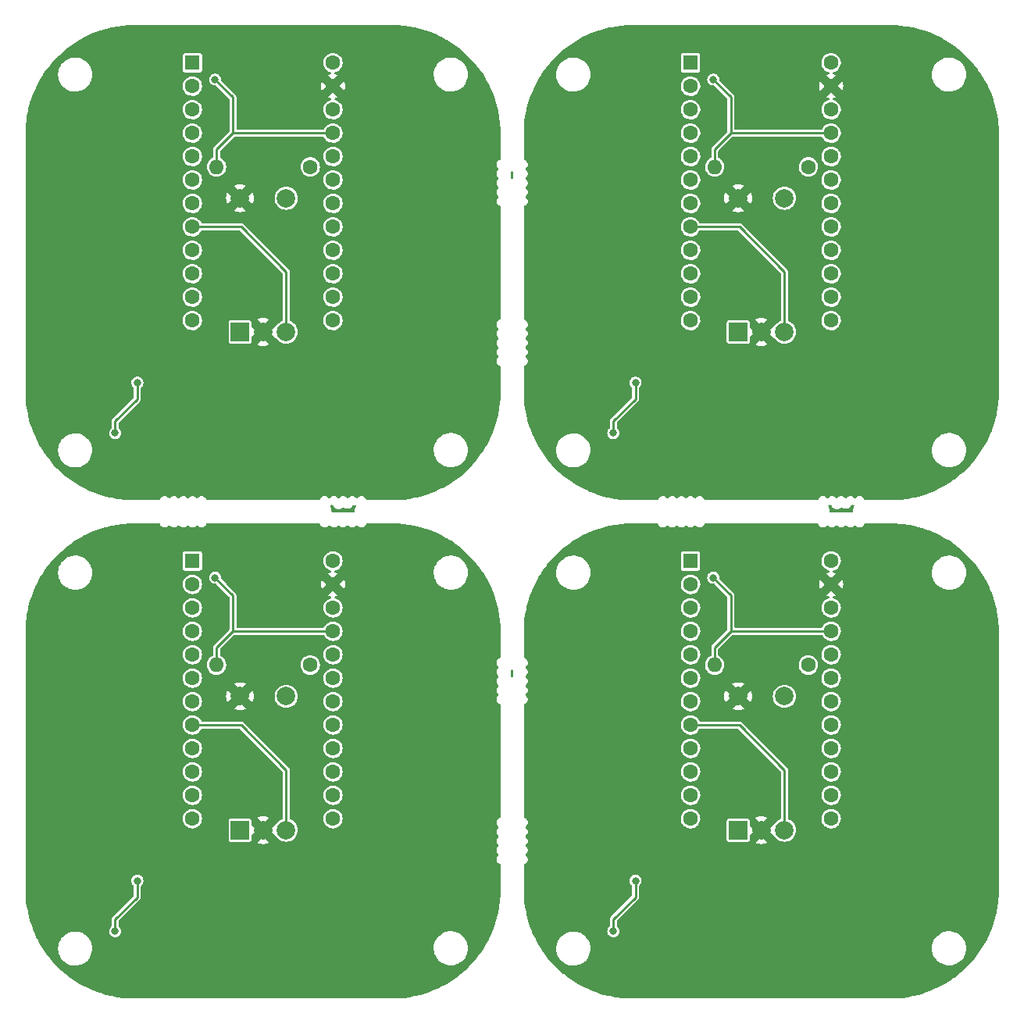
<source format=gbr>
%TF.GenerationSoftware,KiCad,Pcbnew,(6.0.0)*%
%TF.CreationDate,2022-01-01T22:41:12+01:00*%
%TF.ProjectId,VolumeKnob,566f6c75-6d65-44b6-9e6f-622e6b696361,rev?*%
%TF.SameCoordinates,Original*%
%TF.FileFunction,Copper,L2,Bot*%
%TF.FilePolarity,Positive*%
%FSLAX46Y46*%
G04 Gerber Fmt 4.6, Leading zero omitted, Abs format (unit mm)*
G04 Created by KiCad (PCBNEW (6.0.0)) date 2022-01-01 22:41:12*
%MOMM*%
%LPD*%
G01*
G04 APERTURE LIST*
%TA.AperFunction,ComponentPad*%
%ADD10C,1.600000*%
%TD*%
%TA.AperFunction,ComponentPad*%
%ADD11O,1.600000X1.600000*%
%TD*%
%TA.AperFunction,ComponentPad*%
%ADD12R,2.000000X2.000000*%
%TD*%
%TA.AperFunction,ComponentPad*%
%ADD13C,2.000000*%
%TD*%
%TA.AperFunction,ComponentPad*%
%ADD14R,1.600000X1.600000*%
%TD*%
%TA.AperFunction,ViaPad*%
%ADD15C,0.800000*%
%TD*%
%TA.AperFunction,Conductor*%
%ADD16C,0.250000*%
%TD*%
G04 APERTURE END LIST*
D10*
%TO.P,R1,1*%
%TO.N,Board_3-ButtonR*%
X109110004Y-93600003D03*
D11*
%TO.P,R1,2*%
%TO.N,Board_3-VCC*%
X98950004Y-93600003D03*
%TD*%
D10*
%TO.P,R1,1*%
%TO.N,Board_0-ButtonR*%
X55109997Y-39599997D03*
D11*
%TO.P,R1,2*%
%TO.N,Board_0-VCC*%
X44949997Y-39599997D03*
%TD*%
D10*
%TO.P,R1,1*%
%TO.N,Board_2-ButtonR*%
X55109997Y-93600003D03*
D11*
%TO.P,R1,2*%
%TO.N,Board_2-VCC*%
X44949997Y-93600003D03*
%TD*%
D12*
%TO.P,SW1,A,A*%
%TO.N,Board_1-D7*%
X101500004Y-57499997D03*
D13*
%TO.P,SW1,B,B*%
%TO.N,Board_1-C6*%
X106500004Y-57499997D03*
%TO.P,SW1,C,C*%
%TO.N,Board_1-GND*%
X104000004Y-57499997D03*
%TO.P,SW1,S1,S1*%
X101500004Y-42999997D03*
%TO.P,SW1,S2,S2*%
%TO.N,Board_1-ButtonR*%
X106500004Y-42999997D03*
%TD*%
D14*
%TO.P,U1,1,TX*%
%TO.N,Board_0-unconnected-(U1-Pad1)*%
X42329997Y-28319997D03*
D10*
%TO.P,U1,2,RX*%
%TO.N,Board_0-unconnected-(U1-Pad2)*%
X42329997Y-30859997D03*
%TO.P,U1,3,GND*%
%TO.N,Board_0-unconnected-(U1-Pad3)*%
X42329997Y-33399997D03*
%TO.P,U1,4,GND*%
%TO.N,Board_0-unconnected-(U1-Pad4)*%
X42329997Y-35939997D03*
%TO.P,U1,5,SDA*%
%TO.N,Board_0-ButtonR*%
X42329997Y-38479997D03*
%TO.P,U1,6,SCL*%
%TO.N,Board_0-unconnected-(U1-Pad6)*%
X42329997Y-41019997D03*
%TO.P,U1,7,D4*%
%TO.N,Board_0-unconnected-(U1-Pad7)*%
X42329997Y-43559997D03*
%TO.P,U1,8,C6*%
%TO.N,Board_0-C6*%
X42329997Y-46099997D03*
%TO.P,U1,9,D7*%
%TO.N,Board_0-D7*%
X42329997Y-48639997D03*
%TO.P,U1,10,E6*%
%TO.N,Board_0-DIN*%
X42329997Y-51179997D03*
%TO.P,U1,11,B4*%
%TO.N,Board_0-unconnected-(U1-Pad11)*%
X42329997Y-53719997D03*
%TO.P,U1,12,B5*%
%TO.N,Board_0-unconnected-(U1-Pad12)*%
X42329997Y-56259997D03*
%TO.P,U1,13,B6*%
%TO.N,Board_0-unconnected-(U1-Pad13)*%
X57569997Y-56259997D03*
%TO.P,U1,14,B2*%
%TO.N,Board_0-unconnected-(U1-Pad14)*%
X57569997Y-53719997D03*
%TO.P,U1,15,B3*%
%TO.N,Board_0-unconnected-(U1-Pad15)*%
X57569997Y-51179997D03*
%TO.P,U1,16,B1*%
%TO.N,Board_0-unconnected-(U1-Pad16)*%
X57569997Y-48639997D03*
%TO.P,U1,17,F7*%
%TO.N,Board_0-unconnected-(U1-Pad17)*%
X57569997Y-46099997D03*
%TO.P,U1,18,F6*%
%TO.N,Board_0-unconnected-(U1-Pad18)*%
X57569997Y-43559997D03*
%TO.P,U1,19,F5*%
%TO.N,Board_0-unconnected-(U1-Pad19)*%
X57569997Y-41019997D03*
%TO.P,U1,20,F4*%
%TO.N,Board_0-unconnected-(U1-Pad20)*%
X57569997Y-38479997D03*
%TO.P,U1,21,VCC*%
%TO.N,Board_0-VCC*%
X57569997Y-35939997D03*
%TO.P,U1,22,RST*%
%TO.N,Board_0-unconnected-(U1-Pad22)*%
X57569997Y-33399997D03*
%TO.P,U1,23,GND*%
%TO.N,Board_0-GND*%
X57569997Y-30859997D03*
%TO.P,U1,24,RAW*%
%TO.N,Board_0-unconnected-(U1-Pad24)*%
X57569997Y-28319997D03*
%TD*%
D14*
%TO.P,U1,1,TX*%
%TO.N,Board_1-unconnected-(U1-Pad1)*%
X96330004Y-28319997D03*
D10*
%TO.P,U1,2,RX*%
%TO.N,Board_1-unconnected-(U1-Pad2)*%
X96330004Y-30859997D03*
%TO.P,U1,3,GND*%
%TO.N,Board_1-unconnected-(U1-Pad3)*%
X96330004Y-33399997D03*
%TO.P,U1,4,GND*%
%TO.N,Board_1-unconnected-(U1-Pad4)*%
X96330004Y-35939997D03*
%TO.P,U1,5,SDA*%
%TO.N,Board_1-ButtonR*%
X96330004Y-38479997D03*
%TO.P,U1,6,SCL*%
%TO.N,Board_1-unconnected-(U1-Pad6)*%
X96330004Y-41019997D03*
%TO.P,U1,7,D4*%
%TO.N,Board_1-unconnected-(U1-Pad7)*%
X96330004Y-43559997D03*
%TO.P,U1,8,C6*%
%TO.N,Board_1-C6*%
X96330004Y-46099997D03*
%TO.P,U1,9,D7*%
%TO.N,Board_1-D7*%
X96330004Y-48639997D03*
%TO.P,U1,10,E6*%
%TO.N,Board_1-DIN*%
X96330004Y-51179997D03*
%TO.P,U1,11,B4*%
%TO.N,Board_1-unconnected-(U1-Pad11)*%
X96330004Y-53719997D03*
%TO.P,U1,12,B5*%
%TO.N,Board_1-unconnected-(U1-Pad12)*%
X96330004Y-56259997D03*
%TO.P,U1,13,B6*%
%TO.N,Board_1-unconnected-(U1-Pad13)*%
X111570004Y-56259997D03*
%TO.P,U1,14,B2*%
%TO.N,Board_1-unconnected-(U1-Pad14)*%
X111570004Y-53719997D03*
%TO.P,U1,15,B3*%
%TO.N,Board_1-unconnected-(U1-Pad15)*%
X111570004Y-51179997D03*
%TO.P,U1,16,B1*%
%TO.N,Board_1-unconnected-(U1-Pad16)*%
X111570004Y-48639997D03*
%TO.P,U1,17,F7*%
%TO.N,Board_1-unconnected-(U1-Pad17)*%
X111570004Y-46099997D03*
%TO.P,U1,18,F6*%
%TO.N,Board_1-unconnected-(U1-Pad18)*%
X111570004Y-43559997D03*
%TO.P,U1,19,F5*%
%TO.N,Board_1-unconnected-(U1-Pad19)*%
X111570004Y-41019997D03*
%TO.P,U1,20,F4*%
%TO.N,Board_1-unconnected-(U1-Pad20)*%
X111570004Y-38479997D03*
%TO.P,U1,21,VCC*%
%TO.N,Board_1-VCC*%
X111570004Y-35939997D03*
%TO.P,U1,22,RST*%
%TO.N,Board_1-unconnected-(U1-Pad22)*%
X111570004Y-33399997D03*
%TO.P,U1,23,GND*%
%TO.N,Board_1-GND*%
X111570004Y-30859997D03*
%TO.P,U1,24,RAW*%
%TO.N,Board_1-unconnected-(U1-Pad24)*%
X111570004Y-28319997D03*
%TD*%
D12*
%TO.P,SW1,A,A*%
%TO.N,Board_3-D7*%
X101500004Y-111500003D03*
D13*
%TO.P,SW1,B,B*%
%TO.N,Board_3-C6*%
X106500004Y-111500003D03*
%TO.P,SW1,C,C*%
%TO.N,Board_3-GND*%
X104000004Y-111500003D03*
%TO.P,SW1,S1,S1*%
X101500004Y-97000003D03*
%TO.P,SW1,S2,S2*%
%TO.N,Board_3-ButtonR*%
X106500004Y-97000003D03*
%TD*%
D14*
%TO.P,U1,1,TX*%
%TO.N,Board_2-unconnected-(U1-Pad1)*%
X42329997Y-82320003D03*
D10*
%TO.P,U1,2,RX*%
%TO.N,Board_2-unconnected-(U1-Pad2)*%
X42329997Y-84860003D03*
%TO.P,U1,3,GND*%
%TO.N,Board_2-unconnected-(U1-Pad3)*%
X42329997Y-87400003D03*
%TO.P,U1,4,GND*%
%TO.N,Board_2-unconnected-(U1-Pad4)*%
X42329997Y-89940003D03*
%TO.P,U1,5,SDA*%
%TO.N,Board_2-ButtonR*%
X42329997Y-92480003D03*
%TO.P,U1,6,SCL*%
%TO.N,Board_2-unconnected-(U1-Pad6)*%
X42329997Y-95020003D03*
%TO.P,U1,7,D4*%
%TO.N,Board_2-unconnected-(U1-Pad7)*%
X42329997Y-97560003D03*
%TO.P,U1,8,C6*%
%TO.N,Board_2-C6*%
X42329997Y-100100003D03*
%TO.P,U1,9,D7*%
%TO.N,Board_2-D7*%
X42329997Y-102640003D03*
%TO.P,U1,10,E6*%
%TO.N,Board_2-DIN*%
X42329997Y-105180003D03*
%TO.P,U1,11,B4*%
%TO.N,Board_2-unconnected-(U1-Pad11)*%
X42329997Y-107720003D03*
%TO.P,U1,12,B5*%
%TO.N,Board_2-unconnected-(U1-Pad12)*%
X42329997Y-110260003D03*
%TO.P,U1,13,B6*%
%TO.N,Board_2-unconnected-(U1-Pad13)*%
X57569997Y-110260003D03*
%TO.P,U1,14,B2*%
%TO.N,Board_2-unconnected-(U1-Pad14)*%
X57569997Y-107720003D03*
%TO.P,U1,15,B3*%
%TO.N,Board_2-unconnected-(U1-Pad15)*%
X57569997Y-105180003D03*
%TO.P,U1,16,B1*%
%TO.N,Board_2-unconnected-(U1-Pad16)*%
X57569997Y-102640003D03*
%TO.P,U1,17,F7*%
%TO.N,Board_2-unconnected-(U1-Pad17)*%
X57569997Y-100100003D03*
%TO.P,U1,18,F6*%
%TO.N,Board_2-unconnected-(U1-Pad18)*%
X57569997Y-97560003D03*
%TO.P,U1,19,F5*%
%TO.N,Board_2-unconnected-(U1-Pad19)*%
X57569997Y-95020003D03*
%TO.P,U1,20,F4*%
%TO.N,Board_2-unconnected-(U1-Pad20)*%
X57569997Y-92480003D03*
%TO.P,U1,21,VCC*%
%TO.N,Board_2-VCC*%
X57569997Y-89940003D03*
%TO.P,U1,22,RST*%
%TO.N,Board_2-unconnected-(U1-Pad22)*%
X57569997Y-87400003D03*
%TO.P,U1,23,GND*%
%TO.N,Board_2-GND*%
X57569997Y-84860003D03*
%TO.P,U1,24,RAW*%
%TO.N,Board_2-unconnected-(U1-Pad24)*%
X57569997Y-82320003D03*
%TD*%
D14*
%TO.P,U1,1,TX*%
%TO.N,Board_3-unconnected-(U1-Pad1)*%
X96330004Y-82320003D03*
D10*
%TO.P,U1,2,RX*%
%TO.N,Board_3-unconnected-(U1-Pad2)*%
X96330004Y-84860003D03*
%TO.P,U1,3,GND*%
%TO.N,Board_3-unconnected-(U1-Pad3)*%
X96330004Y-87400003D03*
%TO.P,U1,4,GND*%
%TO.N,Board_3-unconnected-(U1-Pad4)*%
X96330004Y-89940003D03*
%TO.P,U1,5,SDA*%
%TO.N,Board_3-ButtonR*%
X96330004Y-92480003D03*
%TO.P,U1,6,SCL*%
%TO.N,Board_3-unconnected-(U1-Pad6)*%
X96330004Y-95020003D03*
%TO.P,U1,7,D4*%
%TO.N,Board_3-unconnected-(U1-Pad7)*%
X96330004Y-97560003D03*
%TO.P,U1,8,C6*%
%TO.N,Board_3-C6*%
X96330004Y-100100003D03*
%TO.P,U1,9,D7*%
%TO.N,Board_3-D7*%
X96330004Y-102640003D03*
%TO.P,U1,10,E6*%
%TO.N,Board_3-DIN*%
X96330004Y-105180003D03*
%TO.P,U1,11,B4*%
%TO.N,Board_3-unconnected-(U1-Pad11)*%
X96330004Y-107720003D03*
%TO.P,U1,12,B5*%
%TO.N,Board_3-unconnected-(U1-Pad12)*%
X96330004Y-110260003D03*
%TO.P,U1,13,B6*%
%TO.N,Board_3-unconnected-(U1-Pad13)*%
X111570004Y-110260003D03*
%TO.P,U1,14,B2*%
%TO.N,Board_3-unconnected-(U1-Pad14)*%
X111570004Y-107720003D03*
%TO.P,U1,15,B3*%
%TO.N,Board_3-unconnected-(U1-Pad15)*%
X111570004Y-105180003D03*
%TO.P,U1,16,B1*%
%TO.N,Board_3-unconnected-(U1-Pad16)*%
X111570004Y-102640003D03*
%TO.P,U1,17,F7*%
%TO.N,Board_3-unconnected-(U1-Pad17)*%
X111570004Y-100100003D03*
%TO.P,U1,18,F6*%
%TO.N,Board_3-unconnected-(U1-Pad18)*%
X111570004Y-97560003D03*
%TO.P,U1,19,F5*%
%TO.N,Board_3-unconnected-(U1-Pad19)*%
X111570004Y-95020003D03*
%TO.P,U1,20,F4*%
%TO.N,Board_3-unconnected-(U1-Pad20)*%
X111570004Y-92480003D03*
%TO.P,U1,21,VCC*%
%TO.N,Board_3-VCC*%
X111570004Y-89940003D03*
%TO.P,U1,22,RST*%
%TO.N,Board_3-unconnected-(U1-Pad22)*%
X111570004Y-87400003D03*
%TO.P,U1,23,GND*%
%TO.N,Board_3-GND*%
X111570004Y-84860003D03*
%TO.P,U1,24,RAW*%
%TO.N,Board_3-unconnected-(U1-Pad24)*%
X111570004Y-82320003D03*
%TD*%
D12*
%TO.P,SW1,A,A*%
%TO.N,Board_0-D7*%
X47499997Y-57499997D03*
D13*
%TO.P,SW1,B,B*%
%TO.N,Board_0-C6*%
X52499997Y-57499997D03*
%TO.P,SW1,C,C*%
%TO.N,Board_0-GND*%
X49999997Y-57499997D03*
%TO.P,SW1,S1,S1*%
X47499997Y-42999997D03*
%TO.P,SW1,S2,S2*%
%TO.N,Board_0-ButtonR*%
X52499997Y-42999997D03*
%TD*%
D10*
%TO.P,R1,1*%
%TO.N,Board_1-ButtonR*%
X109110004Y-39599997D03*
D11*
%TO.P,R1,2*%
%TO.N,Board_1-VCC*%
X98950004Y-39599997D03*
%TD*%
D12*
%TO.P,SW1,A,A*%
%TO.N,Board_2-D7*%
X47499997Y-111500003D03*
D13*
%TO.P,SW1,B,B*%
%TO.N,Board_2-C6*%
X52499997Y-111500003D03*
%TO.P,SW1,C,C*%
%TO.N,Board_2-GND*%
X49999997Y-111500003D03*
%TO.P,SW1,S1,S1*%
X47499997Y-97000003D03*
%TO.P,SW1,S2,S2*%
%TO.N,Board_2-ButtonR*%
X52499997Y-97000003D03*
%TD*%
D15*
%TO.N,Board_3-VCC*%
X98800004Y-84140003D03*
%TO.N,Board_3-Net-(D6-Pad2)*%
X87960004Y-122460003D03*
X90370004Y-116990003D03*
%TO.N,Board_3-GND*%
X84530004Y-90930003D03*
X125420004Y-107540003D03*
%TO.N,Board_2-VCC*%
X44799997Y-84140003D03*
%TO.N,Board_2-Net-(D6-Pad2)*%
X33959997Y-122460003D03*
X36369997Y-116990003D03*
%TO.N,Board_2-GND*%
X30529997Y-90930003D03*
X71419997Y-107540003D03*
%TO.N,Board_1-VCC*%
X98800004Y-30139997D03*
%TO.N,Board_1-Net-(D6-Pad2)*%
X87960004Y-68459997D03*
X90370004Y-62989997D03*
%TO.N,Board_1-GND*%
X84530004Y-36929997D03*
X125420004Y-53539997D03*
%TO.N,Board_0-VCC*%
X44799997Y-30139997D03*
%TO.N,Board_0-Net-(D6-Pad2)*%
X33959997Y-68459997D03*
X36369997Y-62989997D03*
%TO.N,Board_0-GND*%
X30529997Y-36929997D03*
X71419997Y-53539997D03*
%TD*%
D16*
%TO.N,Board_3-VCC*%
X98950004Y-91710003D02*
X100720004Y-89940003D01*
X100720004Y-89940003D02*
X100720004Y-86060003D01*
X100720004Y-86060003D02*
X98800004Y-84140003D01*
X100720004Y-89940003D02*
X111570004Y-89940003D01*
X98950004Y-93600003D02*
X98950004Y-91710003D01*
%TO.N,Board_3-Net-(D6-Pad2)*%
X87960004Y-122460003D02*
X87960004Y-121180003D01*
X90370004Y-118770003D02*
X90370004Y-116990003D01*
X87960004Y-121180003D02*
X90370004Y-118770003D01*
X90370004Y-116990003D02*
X90370004Y-116990003D01*
%TO.N,Board_3-C6*%
X106500004Y-111500003D02*
X106500004Y-104970003D01*
X106500004Y-104970003D02*
X101630004Y-100100003D01*
X101630004Y-100100003D02*
X96110004Y-100100003D01*
%TO.N,Board_2-VCC*%
X44949997Y-91710003D02*
X46719997Y-89940003D01*
X46719997Y-89940003D02*
X46719997Y-86060003D01*
X46719997Y-86060003D02*
X44799997Y-84140003D01*
X46719997Y-89940003D02*
X57569997Y-89940003D01*
X44949997Y-93600003D02*
X44949997Y-91710003D01*
%TO.N,Board_2-Net-(D6-Pad2)*%
X33959997Y-122460003D02*
X33959997Y-121180003D01*
X36369997Y-118770003D02*
X36369997Y-116990003D01*
X33959997Y-121180003D02*
X36369997Y-118770003D01*
X36369997Y-116990003D02*
X36369997Y-116990003D01*
%TO.N,Board_2-C6*%
X52499997Y-111500003D02*
X52499997Y-104970003D01*
X52499997Y-104970003D02*
X47629997Y-100100003D01*
X47629997Y-100100003D02*
X42109997Y-100100003D01*
%TO.N,Board_1-VCC*%
X98950004Y-37709997D02*
X100720004Y-35939997D01*
X100720004Y-35939997D02*
X100720004Y-32059997D01*
X100720004Y-32059997D02*
X98800004Y-30139997D01*
X100720004Y-35939997D02*
X111570004Y-35939997D01*
X98950004Y-39599997D02*
X98950004Y-37709997D01*
%TO.N,Board_1-Net-(D6-Pad2)*%
X87960004Y-68459997D02*
X87960004Y-67179997D01*
X90370004Y-64769997D02*
X90370004Y-62989997D01*
X87960004Y-67179997D02*
X90370004Y-64769997D01*
X90370004Y-62989997D02*
X90370004Y-62989997D01*
%TO.N,Board_1-C6*%
X106500004Y-57499997D02*
X106500004Y-50969997D01*
X106500004Y-50969997D02*
X101630004Y-46099997D01*
X101630004Y-46099997D02*
X96110004Y-46099997D01*
%TO.N,Board_0-VCC*%
X44949997Y-37709997D02*
X46719997Y-35939997D01*
X46719997Y-35939997D02*
X46719997Y-32059997D01*
X46719997Y-32059997D02*
X44799997Y-30139997D01*
X46719997Y-35939997D02*
X57569997Y-35939997D01*
X44949997Y-39599997D02*
X44949997Y-37709997D01*
%TO.N,Board_0-Net-(D6-Pad2)*%
X33959997Y-68459997D02*
X33959997Y-67179997D01*
X36369997Y-64769997D02*
X36369997Y-62989997D01*
X33959997Y-67179997D02*
X36369997Y-64769997D01*
X36369997Y-62989997D02*
X36369997Y-62989997D01*
%TO.N,Board_0-C6*%
X52499997Y-57499997D02*
X52499997Y-50969997D01*
X52499997Y-50969997D02*
X47629997Y-46099997D01*
X47629997Y-46099997D02*
X42109997Y-46099997D01*
%TD*%
%TA.AperFunction,Conductor*%
%TO.N,Board_3-GND*%
G36*
X117991892Y-78249803D02*
G01*
X117995160Y-78249846D01*
X118307772Y-78257989D01*
X118605277Y-78265739D01*
X118611816Y-78266080D01*
X119042924Y-78299834D01*
X119224774Y-78314073D01*
X119231434Y-78314774D01*
X119506032Y-78351037D01*
X119841261Y-78395307D01*
X119847733Y-78396333D01*
X120086832Y-78440684D01*
X120439861Y-78506168D01*
X120446295Y-78507536D01*
X121037804Y-78649545D01*
X121044175Y-78651252D01*
X121474386Y-78778681D01*
X121624471Y-78823137D01*
X121627722Y-78824100D01*
X121633962Y-78826127D01*
X122151872Y-79009444D01*
X122201564Y-79027033D01*
X122207739Y-79029403D01*
X122782063Y-79267295D01*
X122788106Y-79269986D01*
X123331485Y-79529262D01*
X123337391Y-79532274D01*
X123877711Y-79825931D01*
X123883394Y-79829214D01*
X124396829Y-80143949D01*
X124402320Y-80147516D01*
X124903678Y-80492090D01*
X124909014Y-80495967D01*
X125391838Y-80866442D01*
X125396948Y-80870579D01*
X125434392Y-80902549D01*
X125854865Y-81261562D01*
X125859773Y-81265981D01*
X126305846Y-81689289D01*
X126310707Y-81693902D01*
X126315378Y-81698574D01*
X126729807Y-82135418D01*
X126734186Y-82140282D01*
X127129421Y-82603054D01*
X127129428Y-82603062D01*
X127133572Y-82608179D01*
X127318745Y-82849501D01*
X127503910Y-83090814D01*
X127507786Y-83096150D01*
X127852480Y-83597674D01*
X127856073Y-83603206D01*
X128174063Y-84122109D01*
X128177353Y-84127807D01*
X128464715Y-84656879D01*
X128467717Y-84662768D01*
X128735365Y-85223904D01*
X128738041Y-85229916D01*
X128774862Y-85318847D01*
X128968355Y-85786174D01*
X128970729Y-85792364D01*
X129175779Y-86372164D01*
X129177805Y-86378405D01*
X129286660Y-86746072D01*
X129318256Y-86852790D01*
X129348700Y-86955619D01*
X129350398Y-86961957D01*
X129491059Y-87547484D01*
X129492426Y-87553905D01*
X129542564Y-87823821D01*
X129600892Y-88137826D01*
X129604774Y-88158726D01*
X129605820Y-88165326D01*
X129685835Y-88775032D01*
X129686515Y-88781521D01*
X129718599Y-89189962D01*
X129733678Y-89381921D01*
X129734022Y-89388478D01*
X129750134Y-90001603D01*
X129750177Y-90004913D01*
X129750184Y-97002968D01*
X129750202Y-116378548D01*
X129750203Y-117991822D01*
X129750160Y-117995103D01*
X129734270Y-118605152D01*
X129733930Y-118611686D01*
X129698898Y-119059173D01*
X129685927Y-119224853D01*
X129685238Y-119231420D01*
X129674669Y-119311712D01*
X129605818Y-119834722D01*
X129604786Y-119841239D01*
X129493853Y-120439773D01*
X129492470Y-120446275D01*
X129348680Y-121044125D01*
X129346965Y-121050513D01*
X129173787Y-121633978D01*
X129171767Y-121640188D01*
X128970729Y-122207656D01*
X128968392Y-122213745D01*
X128848140Y-122504178D01*
X128738019Y-122770142D01*
X128735351Y-122776139D01*
X128470802Y-123331366D01*
X128467794Y-123337274D01*
X128180507Y-123866571D01*
X128177226Y-123872257D01*
X127856185Y-124396620D01*
X127852567Y-124402194D01*
X127507909Y-124903685D01*
X127504031Y-124909022D01*
X127133572Y-125391825D01*
X127129421Y-125396951D01*
X126734204Y-125859700D01*
X126729790Y-125864603D01*
X126310886Y-126306045D01*
X126306225Y-126310706D01*
X125916664Y-126680385D01*
X125864594Y-126729798D01*
X125859693Y-126734210D01*
X125406845Y-127120971D01*
X125397000Y-127129379D01*
X125391842Y-127133554D01*
X124906189Y-127505893D01*
X124903781Y-127507739D01*
X124898505Y-127511571D01*
X124402196Y-127852567D01*
X124396635Y-127856176D01*
X123872198Y-128177256D01*
X123866468Y-128180560D01*
X123331469Y-128470661D01*
X123325638Y-128473630D01*
X122782215Y-128732739D01*
X122776265Y-128735388D01*
X122412117Y-128886284D01*
X122219915Y-128965929D01*
X122213788Y-128968283D01*
X121634141Y-129173815D01*
X121627825Y-129175868D01*
X121545264Y-129200325D01*
X121044415Y-129348689D01*
X121038043Y-129350397D01*
X120446085Y-129492512D01*
X120439603Y-129493888D01*
X119835028Y-129605688D01*
X119828569Y-129606709D01*
X119231578Y-129685223D01*
X119225059Y-129685909D01*
X119113111Y-129694735D01*
X118624716Y-129733243D01*
X118618161Y-129733588D01*
X117995148Y-129750154D01*
X117991799Y-129750199D01*
X103995035Y-129750201D01*
X90008172Y-129750202D01*
X90004874Y-129750159D01*
X89388456Y-129734018D01*
X89381869Y-129733673D01*
X88833513Y-129690522D01*
X88775175Y-129685931D01*
X88768617Y-129685241D01*
X88768481Y-129685223D01*
X88516905Y-129652105D01*
X88165248Y-129605812D01*
X88158749Y-129604783D01*
X87566759Y-129495153D01*
X87560289Y-129493779D01*
X86955780Y-129348651D01*
X86949390Y-129346938D01*
X86372157Y-129175862D01*
X86365853Y-129173812D01*
X85786238Y-128968292D01*
X85780111Y-128965938D01*
X85223758Y-128735395D01*
X85217747Y-128732718D01*
X84668455Y-128470710D01*
X84662578Y-128467715D01*
X84127839Y-128177367D01*
X84122083Y-128174043D01*
X83597859Y-127852502D01*
X83592373Y-127848937D01*
X83096098Y-127507749D01*
X83090808Y-127503905D01*
X82607952Y-127133386D01*
X82602858Y-127129260D01*
X82560599Y-127093167D01*
X82140310Y-126734207D01*
X82135411Y-126729797D01*
X82083341Y-126680385D01*
X81693952Y-126310877D01*
X81689290Y-126306215D01*
X81586560Y-126197962D01*
X81270375Y-125864779D01*
X81265966Y-125859882D01*
X81265811Y-125859700D01*
X80870742Y-125397144D01*
X80866596Y-125392025D01*
X80866443Y-125391825D01*
X80496092Y-124909186D01*
X80492244Y-124903889D01*
X80263175Y-124570695D01*
X80151121Y-124407705D01*
X80147519Y-124402158D01*
X80135237Y-124382116D01*
X81774230Y-124382116D01*
X81799747Y-124649568D01*
X81800832Y-124654002D01*
X81800833Y-124654008D01*
X81835416Y-124795336D01*
X81863605Y-124910534D01*
X81964466Y-125159549D01*
X82100218Y-125391396D01*
X82196184Y-125511395D01*
X82241173Y-125567651D01*
X82268016Y-125601217D01*
X82464346Y-125784618D01*
X82685095Y-125937757D01*
X82689178Y-125939788D01*
X82689181Y-125939790D01*
X82793099Y-125991488D01*
X82925638Y-126057425D01*
X82929972Y-126058846D01*
X82929975Y-126058847D01*
X83176603Y-126139696D01*
X83176608Y-126139697D01*
X83180936Y-126141116D01*
X83185427Y-126141896D01*
X83185428Y-126141896D01*
X83441861Y-126186421D01*
X83441869Y-126186422D01*
X83445642Y-126187077D01*
X83449479Y-126187268D01*
X83528960Y-126191225D01*
X83528968Y-126191225D01*
X83530531Y-126191303D01*
X83698252Y-126191303D01*
X83700520Y-126191138D01*
X83700532Y-126191138D01*
X83829285Y-126181795D01*
X83897965Y-126176812D01*
X83902420Y-126175828D01*
X83902423Y-126175828D01*
X84155854Y-126119876D01*
X84155858Y-126119875D01*
X84160314Y-126118891D01*
X84285933Y-126071298D01*
X84407283Y-126025323D01*
X84407286Y-126025322D01*
X84411553Y-126023705D01*
X84646419Y-125893248D01*
X84824668Y-125757214D01*
X84856369Y-125733021D01*
X84856373Y-125733017D01*
X84859994Y-125730254D01*
X85047802Y-125538135D01*
X85050479Y-125534457D01*
X85050485Y-125534450D01*
X85203222Y-125324610D01*
X85203224Y-125324607D01*
X85205909Y-125320918D01*
X85331004Y-125083152D01*
X85341599Y-125053152D01*
X85418943Y-124834131D01*
X85418943Y-124834130D01*
X85420466Y-124829818D01*
X85472420Y-124566223D01*
X85473691Y-124540695D01*
X85483079Y-124352116D01*
X122494230Y-124352116D01*
X122519747Y-124619568D01*
X122520832Y-124624002D01*
X122520833Y-124624008D01*
X122562757Y-124795336D01*
X122583605Y-124880534D01*
X122585317Y-124884760D01*
X122585318Y-124884764D01*
X122682753Y-125125320D01*
X122684466Y-125129549D01*
X122820218Y-125361396D01*
X122988016Y-125571217D01*
X123184346Y-125754618D01*
X123405095Y-125907757D01*
X123409178Y-125909788D01*
X123409181Y-125909790D01*
X123469484Y-125939790D01*
X123645638Y-126027425D01*
X123649972Y-126028846D01*
X123649975Y-126028847D01*
X123896603Y-126109696D01*
X123896608Y-126109697D01*
X123900936Y-126111116D01*
X123905427Y-126111896D01*
X123905428Y-126111896D01*
X124161861Y-126156421D01*
X124161869Y-126156422D01*
X124165642Y-126157077D01*
X124169479Y-126157268D01*
X124248960Y-126161225D01*
X124248968Y-126161225D01*
X124250531Y-126161303D01*
X124418252Y-126161303D01*
X124420520Y-126161138D01*
X124420532Y-126161138D01*
X124549285Y-126151795D01*
X124617965Y-126146812D01*
X124622420Y-126145828D01*
X124622423Y-126145828D01*
X124875854Y-126089876D01*
X124875858Y-126089875D01*
X124880314Y-126088891D01*
X125005934Y-126041298D01*
X125127283Y-125995323D01*
X125127286Y-125995322D01*
X125131553Y-125993705D01*
X125366419Y-125863248D01*
X125537059Y-125733021D01*
X125576369Y-125703021D01*
X125576373Y-125703017D01*
X125579994Y-125700254D01*
X125767802Y-125508135D01*
X125770479Y-125504457D01*
X125770485Y-125504450D01*
X125923222Y-125294610D01*
X125923224Y-125294607D01*
X125925909Y-125290918D01*
X126051004Y-125053152D01*
X126101840Y-124909199D01*
X126138943Y-124804131D01*
X126138943Y-124804130D01*
X126140466Y-124799818D01*
X126192420Y-124536223D01*
X126199094Y-124402158D01*
X126205551Y-124272459D01*
X126205551Y-124272453D01*
X126205778Y-124267890D01*
X126180261Y-124000438D01*
X126148896Y-123872257D01*
X126117488Y-123743906D01*
X126116403Y-123739472D01*
X126038083Y-123546107D01*
X126017255Y-123494686D01*
X126017255Y-123494685D01*
X126015542Y-123490457D01*
X125879790Y-123258610D01*
X125759415Y-123108089D01*
X125714844Y-123052355D01*
X125714843Y-123052353D01*
X125711992Y-123048789D01*
X125515662Y-122865388D01*
X125294913Y-122712249D01*
X125290830Y-122710218D01*
X125290827Y-122710216D01*
X125175791Y-122652987D01*
X125054370Y-122592581D01*
X125050036Y-122591160D01*
X125050033Y-122591159D01*
X124803405Y-122510310D01*
X124803400Y-122510309D01*
X124799072Y-122508890D01*
X124766267Y-122503194D01*
X124538147Y-122463585D01*
X124538139Y-122463584D01*
X124534366Y-122462929D01*
X124524847Y-122462455D01*
X124451048Y-122458781D01*
X124451040Y-122458781D01*
X124449477Y-122458703D01*
X124281756Y-122458703D01*
X124279488Y-122458868D01*
X124279476Y-122458868D01*
X124150723Y-122468211D01*
X124082043Y-122473194D01*
X124077588Y-122474178D01*
X124077585Y-122474178D01*
X123824154Y-122530130D01*
X123824150Y-122530131D01*
X123819694Y-122531115D01*
X123736240Y-122562733D01*
X123572725Y-122624683D01*
X123572722Y-122624684D01*
X123568455Y-122626301D01*
X123333589Y-122756758D01*
X123317513Y-122769027D01*
X123123639Y-122916985D01*
X123123635Y-122916989D01*
X123120014Y-122919752D01*
X122932206Y-123111871D01*
X122929529Y-123115549D01*
X122929523Y-123115556D01*
X122806158Y-123285043D01*
X122774099Y-123329088D01*
X122649004Y-123566854D01*
X122647486Y-123571152D01*
X122647484Y-123571157D01*
X122577452Y-123769472D01*
X122559542Y-123820188D01*
X122507588Y-124083783D01*
X122507361Y-124088336D01*
X122507361Y-124088339D01*
X122498650Y-124263334D01*
X122494230Y-124352116D01*
X85483079Y-124352116D01*
X85485551Y-124302459D01*
X85485551Y-124302453D01*
X85485778Y-124297890D01*
X85460261Y-124030438D01*
X85421555Y-123872257D01*
X85397488Y-123773906D01*
X85396403Y-123769472D01*
X85382539Y-123735242D01*
X85297255Y-123524686D01*
X85297255Y-123524685D01*
X85295542Y-123520457D01*
X85159790Y-123288610D01*
X85018448Y-123111871D01*
X84994844Y-123082355D01*
X84994843Y-123082353D01*
X84991992Y-123078789D01*
X84795662Y-122895388D01*
X84574913Y-122742249D01*
X84570830Y-122740218D01*
X84570827Y-122740216D01*
X84363062Y-122636855D01*
X84334370Y-122622581D01*
X84330036Y-122621160D01*
X84330033Y-122621159D01*
X84083405Y-122540310D01*
X84083400Y-122540309D01*
X84079072Y-122538890D01*
X84043612Y-122532733D01*
X83818147Y-122493585D01*
X83818139Y-122493584D01*
X83814366Y-122492929D01*
X83804847Y-122492455D01*
X83731048Y-122488781D01*
X83731040Y-122488781D01*
X83729477Y-122488703D01*
X83561756Y-122488703D01*
X83559488Y-122488868D01*
X83559476Y-122488868D01*
X83430723Y-122498211D01*
X83362043Y-122503194D01*
X83357588Y-122504178D01*
X83357585Y-122504178D01*
X83104154Y-122560130D01*
X83104150Y-122560131D01*
X83099694Y-122561115D01*
X82991065Y-122602271D01*
X82852725Y-122654683D01*
X82852722Y-122654684D01*
X82848455Y-122656301D01*
X82844464Y-122658518D01*
X82637993Y-122773203D01*
X82613589Y-122786758D01*
X82609957Y-122789530D01*
X82403639Y-122946985D01*
X82403635Y-122946989D01*
X82400014Y-122949752D01*
X82396829Y-122953010D01*
X82396828Y-122953011D01*
X82395491Y-122954379D01*
X82212206Y-123141871D01*
X82209529Y-123145549D01*
X82209523Y-123145556D01*
X82069997Y-123337246D01*
X82054099Y-123359088D01*
X81929004Y-123596854D01*
X81839542Y-123850188D01*
X81814459Y-123977450D01*
X81789374Y-124104724D01*
X81787588Y-124113783D01*
X81787361Y-124118336D01*
X81787361Y-124118339D01*
X81775497Y-124356672D01*
X81774230Y-124382116D01*
X80135237Y-124382116D01*
X79822706Y-123872115D01*
X79819398Y-123866386D01*
X79750514Y-123739472D01*
X79532199Y-123337246D01*
X79529191Y-123331338D01*
X79264668Y-122776166D01*
X79262000Y-122770169D01*
X79165917Y-122538110D01*
X79130733Y-122453133D01*
X87303956Y-122453133D01*
X87321254Y-122609820D01*
X87337672Y-122654683D01*
X87372817Y-122750723D01*
X87372819Y-122750727D01*
X87375429Y-122757859D01*
X87379666Y-122764165D01*
X87379668Y-122764168D01*
X87393358Y-122784540D01*
X87463352Y-122888702D01*
X87468970Y-122893814D01*
X87485685Y-122909023D01*
X87579947Y-122994795D01*
X87718483Y-123070014D01*
X87870963Y-123110017D01*
X87951253Y-123111278D01*
X88020984Y-123112374D01*
X88020987Y-123112374D01*
X88028583Y-123112493D01*
X88035987Y-123110797D01*
X88035989Y-123110797D01*
X88105414Y-123094897D01*
X88182245Y-123077300D01*
X88323075Y-123006469D01*
X88442946Y-122904090D01*
X88450330Y-122893814D01*
X88530501Y-122782245D01*
X88530502Y-122782243D01*
X88534935Y-122776074D01*
X88548533Y-122742249D01*
X88590900Y-122636855D01*
X88593732Y-122629810D01*
X88615944Y-122473743D01*
X88616088Y-122460003D01*
X88614346Y-122445602D01*
X88598062Y-122311045D01*
X88597150Y-122303505D01*
X88541428Y-122156042D01*
X88452140Y-122026127D01*
X88378483Y-121960501D01*
X88340929Y-121900253D01*
X88336304Y-121866427D01*
X88336304Y-121388062D01*
X88356306Y-121319941D01*
X88373209Y-121298967D01*
X90598201Y-119073975D01*
X90616528Y-119059173D01*
X90618013Y-119057822D01*
X90626760Y-119052174D01*
X90633204Y-119043999D01*
X90633207Y-119043997D01*
X90647335Y-119026075D01*
X90651233Y-119021689D01*
X90651156Y-119021624D01*
X90654509Y-119017667D01*
X90658192Y-119013984D01*
X90669313Y-118998422D01*
X90672876Y-118993677D01*
X90697869Y-118961974D01*
X90697870Y-118961972D01*
X90704318Y-118953793D01*
X90707326Y-118945226D01*
X90712604Y-118937841D01*
X90727162Y-118889164D01*
X90728994Y-118883526D01*
X90743199Y-118843077D01*
X90743200Y-118843071D01*
X90745826Y-118835594D01*
X90746304Y-118830075D01*
X90746304Y-118827360D01*
X90746415Y-118824784D01*
X90746460Y-118824635D01*
X90746608Y-118824641D01*
X90746648Y-118824007D01*
X90748499Y-118817818D01*
X90746401Y-118764417D01*
X90746304Y-118759471D01*
X90746304Y-117583258D01*
X90766306Y-117515137D01*
X90790474Y-117487447D01*
X90847168Y-117439026D01*
X90847173Y-117439021D01*
X90852946Y-117434090D01*
X90860329Y-117423815D01*
X90940501Y-117312245D01*
X90940502Y-117312243D01*
X90944935Y-117306074D01*
X91003732Y-117159810D01*
X91025944Y-117003743D01*
X91026088Y-116990003D01*
X91024346Y-116975602D01*
X91008062Y-116841045D01*
X91007150Y-116833505D01*
X90951428Y-116686042D01*
X90862140Y-116556127D01*
X90856383Y-116550997D01*
X90750111Y-116456313D01*
X90744440Y-116451260D01*
X90737092Y-116447369D01*
X90611832Y-116381048D01*
X90611831Y-116381047D01*
X90605123Y-116377496D01*
X90452233Y-116339092D01*
X90444635Y-116339052D01*
X90444633Y-116339052D01*
X90377325Y-116338700D01*
X90294596Y-116338267D01*
X90287217Y-116340039D01*
X90287213Y-116340039D01*
X90148690Y-116373295D01*
X90148686Y-116373296D01*
X90141311Y-116375067D01*
X90001230Y-116447369D01*
X89882439Y-116550997D01*
X89791795Y-116679970D01*
X89734532Y-116826842D01*
X89713956Y-116983133D01*
X89731254Y-117139820D01*
X89754084Y-117202206D01*
X89782817Y-117280723D01*
X89782819Y-117280727D01*
X89785429Y-117287859D01*
X89789666Y-117294165D01*
X89789668Y-117294168D01*
X89830062Y-117354280D01*
X89873352Y-117418702D01*
X89878971Y-117423814D01*
X89878971Y-117423815D01*
X89952504Y-117490725D01*
X89989426Y-117551365D01*
X89993704Y-117583918D01*
X89993704Y-118561944D01*
X89973702Y-118630065D01*
X89956799Y-118651039D01*
X87731807Y-120876031D01*
X87713480Y-120890833D01*
X87711995Y-120892184D01*
X87703248Y-120897832D01*
X87696804Y-120906007D01*
X87696801Y-120906009D01*
X87682673Y-120923931D01*
X87678775Y-120928317D01*
X87678852Y-120928382D01*
X87675499Y-120932339D01*
X87671816Y-120936022D01*
X87668790Y-120940257D01*
X87668788Y-120940259D01*
X87660695Y-120951584D01*
X87657132Y-120956329D01*
X87625690Y-120996213D01*
X87622682Y-121004780D01*
X87617404Y-121012165D01*
X87609664Y-121038047D01*
X87602849Y-121060833D01*
X87601014Y-121066480D01*
X87586809Y-121106929D01*
X87586808Y-121106935D01*
X87584182Y-121114412D01*
X87583704Y-121119931D01*
X87583704Y-121122646D01*
X87583593Y-121125222D01*
X87583548Y-121125371D01*
X87583400Y-121125365D01*
X87583360Y-121125999D01*
X87581509Y-121132188D01*
X87581918Y-121142594D01*
X87583607Y-121185589D01*
X87583704Y-121190535D01*
X87583704Y-121866646D01*
X87563702Y-121934767D01*
X87540534Y-121961593D01*
X87472439Y-122020997D01*
X87381795Y-122149970D01*
X87324532Y-122296842D01*
X87323540Y-122304375D01*
X87323540Y-122304376D01*
X87309942Y-122407667D01*
X87303956Y-122453133D01*
X79130733Y-122453133D01*
X79031613Y-122213740D01*
X79029261Y-122207610D01*
X79011358Y-122157050D01*
X78826123Y-121633943D01*
X78824085Y-121627671D01*
X78737650Y-121335872D01*
X78651313Y-121044402D01*
X78649610Y-121038047D01*
X78643397Y-121012165D01*
X78536106Y-120565263D01*
X78507478Y-120446015D01*
X78506107Y-120439562D01*
X78395257Y-119841463D01*
X78394227Y-119834967D01*
X78323522Y-119298520D01*
X78315537Y-119237942D01*
X78314850Y-119231420D01*
X78314331Y-119224853D01*
X78277904Y-118764417D01*
X78266346Y-118618323D01*
X78265997Y-118611686D01*
X78249843Y-117995147D01*
X78249800Y-117991860D01*
X78249515Y-115272931D01*
X78269510Y-115204808D01*
X78323161Y-115158310D01*
X78336316Y-115153411D01*
X78343145Y-115152433D01*
X78371064Y-115139739D01*
X78465689Y-115096716D01*
X78465692Y-115096714D01*
X78473863Y-115092999D01*
X78582646Y-114999266D01*
X78660748Y-114878769D01*
X78663320Y-114870167D01*
X78663322Y-114870164D01*
X78699319Y-114749796D01*
X78701892Y-114741194D01*
X78701964Y-114729506D01*
X78702714Y-114606576D01*
X78702769Y-114597601D01*
X78663309Y-114459534D01*
X78586685Y-114338091D01*
X78498761Y-114260440D01*
X78460943Y-114200355D01*
X78461613Y-114129362D01*
X78499922Y-114070546D01*
X78575843Y-114005129D01*
X78575847Y-114005124D01*
X78582646Y-113999266D01*
X78660748Y-113878769D01*
X78663320Y-113870167D01*
X78663322Y-113870164D01*
X78699319Y-113749796D01*
X78701892Y-113741194D01*
X78702769Y-113597601D01*
X78663309Y-113459534D01*
X78586685Y-113338091D01*
X78498761Y-113260440D01*
X78460943Y-113200355D01*
X78461613Y-113129362D01*
X78499922Y-113070546D01*
X78575843Y-113005129D01*
X78575847Y-113005124D01*
X78582646Y-112999266D01*
X78660748Y-112878769D01*
X78663320Y-112870167D01*
X78663322Y-112870164D01*
X78666107Y-112860851D01*
X103351883Y-112860851D01*
X103355072Y-112865111D01*
X103527992Y-112936737D01*
X103537377Y-112939786D01*
X103758558Y-112992888D01*
X103768305Y-112994431D01*
X103995074Y-113012278D01*
X104004934Y-113012278D01*
X104231703Y-112994431D01*
X104241450Y-112992888D01*
X104462631Y-112939786D01*
X104472016Y-112936737D01*
X104637440Y-112868216D01*
X104648421Y-112859367D01*
X104647105Y-112854211D01*
X104012816Y-112219922D01*
X103998872Y-112212308D01*
X103997039Y-112212439D01*
X103990424Y-112216690D01*
X103358643Y-112848471D01*
X103351883Y-112860851D01*
X78666107Y-112860851D01*
X78697582Y-112755604D01*
X78701892Y-112741194D01*
X78701962Y-112729829D01*
X78702714Y-112606576D01*
X78702769Y-112597601D01*
X78663309Y-112459534D01*
X78586685Y-112338091D01*
X78498761Y-112260440D01*
X78460943Y-112200355D01*
X78461613Y-112129362D01*
X78499922Y-112070546D01*
X78575843Y-112005129D01*
X78575847Y-112005124D01*
X78582646Y-111999266D01*
X78660748Y-111878769D01*
X78663320Y-111870167D01*
X78663322Y-111870164D01*
X78699319Y-111749796D01*
X78701892Y-111741194D01*
X78702001Y-111723434D01*
X78702714Y-111606576D01*
X78702769Y-111597601D01*
X78663309Y-111459534D01*
X78586685Y-111338091D01*
X78570087Y-111323432D01*
X78498762Y-111260440D01*
X78460944Y-111200355D01*
X78461614Y-111129361D01*
X78499923Y-111070546D01*
X78575844Y-111005129D01*
X78575848Y-111005124D01*
X78582647Y-110999266D01*
X78660749Y-110878769D01*
X78663321Y-110870167D01*
X78663323Y-110870164D01*
X78690262Y-110780084D01*
X78701893Y-110741194D01*
X78702074Y-110711644D01*
X78702715Y-110606576D01*
X78702770Y-110597601D01*
X78663310Y-110459534D01*
X78586686Y-110338091D01*
X78564873Y-110318826D01*
X78505974Y-110266809D01*
X78481567Y-110245254D01*
X95273720Y-110245254D01*
X95274236Y-110251398D01*
X95288005Y-110415363D01*
X95290972Y-110450701D01*
X95315038Y-110534631D01*
X95333095Y-110597601D01*
X95347800Y-110648885D01*
X95350615Y-110654362D01*
X95350616Y-110654365D01*
X95419140Y-110787698D01*
X95442040Y-110832257D01*
X95445863Y-110837081D01*
X95445866Y-110837085D01*
X95521890Y-110933002D01*
X95570103Y-110993831D01*
X95574796Y-110997825D01*
X95574797Y-110997826D01*
X95682672Y-111089634D01*
X95727110Y-111127454D01*
X95732487Y-111130459D01*
X95901702Y-111225032D01*
X95901708Y-111225034D01*
X95907080Y-111228037D01*
X96103160Y-111291747D01*
X96307881Y-111316158D01*
X96314016Y-111315686D01*
X96314018Y-111315686D01*
X96378100Y-111310755D01*
X96513444Y-111300341D01*
X96712019Y-111244898D01*
X96896044Y-111151940D01*
X96912689Y-111138936D01*
X97053653Y-111028803D01*
X97053654Y-111028802D01*
X97058509Y-111025009D01*
X97172190Y-110893308D01*
X97189196Y-110873607D01*
X97189197Y-110873605D01*
X97193225Y-110868939D01*
X97295062Y-110689674D01*
X97360139Y-110494044D01*
X97362513Y-110475254D01*
X100248704Y-110475254D01*
X100248705Y-112524751D01*
X100249912Y-112530817D01*
X100249912Y-112530822D01*
X100260617Y-112584643D01*
X100263285Y-112598055D01*
X100318827Y-112681180D01*
X100329143Y-112688073D01*
X100391635Y-112729829D01*
X100391637Y-112729830D01*
X100401952Y-112736722D01*
X100475255Y-112751303D01*
X101499921Y-112751303D01*
X102524752Y-112751302D01*
X102530818Y-112750095D01*
X102530823Y-112750095D01*
X102585885Y-112739143D01*
X102585886Y-112739143D01*
X102598056Y-112736722D01*
X102681181Y-112681180D01*
X102729829Y-112608373D01*
X102729830Y-112608372D01*
X102729831Y-112608370D01*
X102736723Y-112598055D01*
X102751304Y-112524752D01*
X102751304Y-112093786D01*
X102771306Y-112025665D01*
X102788209Y-112004691D01*
X103280085Y-111512815D01*
X103287699Y-111498871D01*
X103287568Y-111497038D01*
X103283317Y-111490423D01*
X102788208Y-110995314D01*
X102754182Y-110933002D01*
X102751303Y-110906219D01*
X102751303Y-110475255D01*
X102750096Y-110469187D01*
X102750096Y-110469184D01*
X102739144Y-110414122D01*
X102739143Y-110414120D01*
X102736723Y-110401951D01*
X102694054Y-110338091D01*
X102688074Y-110329142D01*
X102681181Y-110318826D01*
X102657054Y-110302705D01*
X102608373Y-110270177D01*
X102608371Y-110270176D01*
X102598056Y-110263284D01*
X102524753Y-110248703D01*
X101500087Y-110248703D01*
X100475256Y-110248704D01*
X100469190Y-110249911D01*
X100469185Y-110249911D01*
X100414123Y-110260863D01*
X100414122Y-110260863D01*
X100401952Y-110263284D01*
X100391636Y-110270177D01*
X100391634Y-110270178D01*
X100342954Y-110302705D01*
X100318827Y-110318826D01*
X100311934Y-110329142D01*
X100270178Y-110391634D01*
X100270177Y-110391636D01*
X100263285Y-110401951D01*
X100248704Y-110475254D01*
X97362513Y-110475254D01*
X97385979Y-110289499D01*
X97386391Y-110260003D01*
X97374687Y-110140639D01*
X103351587Y-110140639D01*
X103352903Y-110145795D01*
X103987192Y-110780084D01*
X104001136Y-110787698D01*
X104002969Y-110787567D01*
X104009584Y-110783316D01*
X104641365Y-110151535D01*
X104648125Y-110139155D01*
X104644936Y-110134895D01*
X104472016Y-110063269D01*
X104462631Y-110060220D01*
X104241450Y-110007118D01*
X104231703Y-110005575D01*
X104004934Y-109987728D01*
X103995074Y-109987728D01*
X103768305Y-110005575D01*
X103758558Y-110007118D01*
X103537377Y-110060220D01*
X103527992Y-110063269D01*
X103362568Y-110131790D01*
X103351587Y-110140639D01*
X97374687Y-110140639D01*
X97366272Y-110054816D01*
X97306682Y-109857445D01*
X97209891Y-109675407D01*
X97206001Y-109670637D01*
X97205998Y-109670633D01*
X97083480Y-109520412D01*
X97083477Y-109520409D01*
X97079585Y-109515637D01*
X96920728Y-109384218D01*
X96915311Y-109381289D01*
X96915308Y-109381287D01*
X96744788Y-109289088D01*
X96744784Y-109289086D01*
X96739370Y-109286159D01*
X96733490Y-109284339D01*
X96733488Y-109284338D01*
X96682076Y-109268423D01*
X96542420Y-109225192D01*
X96536302Y-109224549D01*
X96536297Y-109224548D01*
X96343508Y-109204286D01*
X96343506Y-109204286D01*
X96337379Y-109203642D01*
X96251960Y-109211416D01*
X96138196Y-109221769D01*
X96138193Y-109221770D01*
X96132057Y-109222328D01*
X96126151Y-109224066D01*
X96126147Y-109224067D01*
X95976021Y-109268251D01*
X95934274Y-109280538D01*
X95751565Y-109376056D01*
X95746765Y-109379916D01*
X95746764Y-109379916D01*
X95736528Y-109388146D01*
X95590889Y-109505243D01*
X95458365Y-109663179D01*
X95455401Y-109668571D01*
X95455398Y-109668575D01*
X95362008Y-109838451D01*
X95359041Y-109843848D01*
X95296702Y-110040368D01*
X95296016Y-110046485D01*
X95296015Y-110046489D01*
X95275179Y-110232246D01*
X95273720Y-110245254D01*
X78481567Y-110245254D01*
X78479056Y-110243036D01*
X78470931Y-110239221D01*
X78470929Y-110239220D01*
X78409467Y-110210364D01*
X78349074Y-110182010D01*
X78340205Y-110180629D01*
X78338962Y-110180249D01*
X78279666Y-110141205D01*
X78250892Y-110076300D01*
X78249801Y-110059755D01*
X78249801Y-107705254D01*
X95273720Y-107705254D01*
X95290972Y-107910701D01*
X95347800Y-108108885D01*
X95350615Y-108114362D01*
X95350616Y-108114365D01*
X95371519Y-108155037D01*
X95442040Y-108292257D01*
X95445863Y-108297081D01*
X95445866Y-108297085D01*
X95560330Y-108441500D01*
X95570103Y-108453831D01*
X95727110Y-108587454D01*
X95732487Y-108590459D01*
X95901702Y-108685032D01*
X95901708Y-108685034D01*
X95907080Y-108688037D01*
X96103160Y-108751747D01*
X96307881Y-108776158D01*
X96314016Y-108775686D01*
X96314018Y-108775686D01*
X96376397Y-108770886D01*
X96513444Y-108760341D01*
X96712019Y-108704898D01*
X96896044Y-108611940D01*
X97058509Y-108485009D01*
X97193225Y-108328939D01*
X97295062Y-108149674D01*
X97360139Y-107954044D01*
X97385979Y-107749499D01*
X97386391Y-107720003D01*
X97366272Y-107514816D01*
X97306682Y-107317445D01*
X97209891Y-107135407D01*
X97206001Y-107130637D01*
X97205998Y-107130633D01*
X97083480Y-106980412D01*
X97083477Y-106980409D01*
X97079585Y-106975637D01*
X96920728Y-106844218D01*
X96915311Y-106841289D01*
X96915308Y-106841287D01*
X96744788Y-106749088D01*
X96744784Y-106749086D01*
X96739370Y-106746159D01*
X96733490Y-106744339D01*
X96733488Y-106744338D01*
X96682076Y-106728423D01*
X96542420Y-106685192D01*
X96536302Y-106684549D01*
X96536297Y-106684548D01*
X96343508Y-106664286D01*
X96343506Y-106664286D01*
X96337379Y-106663642D01*
X96251960Y-106671416D01*
X96138196Y-106681769D01*
X96138193Y-106681770D01*
X96132057Y-106682328D01*
X96126151Y-106684066D01*
X96126147Y-106684067D01*
X95976021Y-106728251D01*
X95934274Y-106740538D01*
X95751565Y-106836056D01*
X95746765Y-106839916D01*
X95746764Y-106839916D01*
X95736528Y-106848146D01*
X95590889Y-106965243D01*
X95458365Y-107123179D01*
X95455401Y-107128571D01*
X95455398Y-107128575D01*
X95362008Y-107298451D01*
X95359041Y-107303848D01*
X95296702Y-107500368D01*
X95296016Y-107506485D01*
X95296015Y-107506489D01*
X95295081Y-107514816D01*
X95273720Y-107705254D01*
X78249801Y-107705254D01*
X78249802Y-105165254D01*
X95273720Y-105165254D01*
X95290972Y-105370701D01*
X95347800Y-105568885D01*
X95350615Y-105574362D01*
X95350616Y-105574365D01*
X95371519Y-105615037D01*
X95442040Y-105752257D01*
X95445863Y-105757081D01*
X95445866Y-105757085D01*
X95560330Y-105901500D01*
X95570103Y-105913831D01*
X95727110Y-106047454D01*
X95732487Y-106050459D01*
X95901702Y-106145032D01*
X95901708Y-106145034D01*
X95907080Y-106148037D01*
X96103160Y-106211747D01*
X96307881Y-106236158D01*
X96314016Y-106235686D01*
X96314018Y-106235686D01*
X96376397Y-106230886D01*
X96513444Y-106220341D01*
X96712019Y-106164898D01*
X96896044Y-106071940D01*
X97058509Y-105945009D01*
X97193225Y-105788939D01*
X97295062Y-105609674D01*
X97360139Y-105414044D01*
X97385979Y-105209499D01*
X97386391Y-105180003D01*
X97366272Y-104974816D01*
X97360281Y-104954971D01*
X97308463Y-104783344D01*
X97306682Y-104777445D01*
X97288014Y-104742336D01*
X97212785Y-104600849D01*
X97212783Y-104600846D01*
X97209891Y-104595407D01*
X97206001Y-104590637D01*
X97205998Y-104590633D01*
X97083480Y-104440412D01*
X97083477Y-104440409D01*
X97079585Y-104435637D01*
X96920728Y-104304218D01*
X96915311Y-104301289D01*
X96915308Y-104301287D01*
X96744788Y-104209088D01*
X96744784Y-104209086D01*
X96739370Y-104206159D01*
X96733490Y-104204339D01*
X96733488Y-104204338D01*
X96682076Y-104188423D01*
X96542420Y-104145192D01*
X96536302Y-104144549D01*
X96536297Y-104144548D01*
X96343508Y-104124286D01*
X96343506Y-104124286D01*
X96337379Y-104123642D01*
X96251960Y-104131416D01*
X96138196Y-104141769D01*
X96138193Y-104141770D01*
X96132057Y-104142328D01*
X96126151Y-104144066D01*
X96126147Y-104144067D01*
X95976021Y-104188251D01*
X95934274Y-104200538D01*
X95751565Y-104296056D01*
X95746765Y-104299916D01*
X95746764Y-104299916D01*
X95736528Y-104308146D01*
X95590889Y-104425243D01*
X95458365Y-104583179D01*
X95455401Y-104588571D01*
X95455398Y-104588575D01*
X95370547Y-104742918D01*
X95359041Y-104763848D01*
X95296702Y-104960368D01*
X95296016Y-104966485D01*
X95296015Y-104966489D01*
X95289611Y-105023583D01*
X95273720Y-105165254D01*
X78249802Y-105165254D01*
X78249802Y-102625254D01*
X95273720Y-102625254D01*
X95290972Y-102830701D01*
X95347800Y-103028885D01*
X95350615Y-103034362D01*
X95350616Y-103034365D01*
X95371519Y-103075037D01*
X95442040Y-103212257D01*
X95445863Y-103217081D01*
X95445866Y-103217085D01*
X95560330Y-103361500D01*
X95570103Y-103373831D01*
X95727110Y-103507454D01*
X95732487Y-103510459D01*
X95901702Y-103605032D01*
X95901708Y-103605034D01*
X95907080Y-103608037D01*
X96103160Y-103671747D01*
X96307881Y-103696158D01*
X96314016Y-103695686D01*
X96314018Y-103695686D01*
X96376397Y-103690886D01*
X96513444Y-103680341D01*
X96712019Y-103624898D01*
X96896044Y-103531940D01*
X97058509Y-103405009D01*
X97193225Y-103248939D01*
X97295062Y-103069674D01*
X97360139Y-102874044D01*
X97385979Y-102669499D01*
X97386391Y-102640003D01*
X97366272Y-102434816D01*
X97306682Y-102237445D01*
X97209891Y-102055407D01*
X97206001Y-102050637D01*
X97205998Y-102050633D01*
X97083480Y-101900412D01*
X97083477Y-101900409D01*
X97079585Y-101895637D01*
X96920728Y-101764218D01*
X96915311Y-101761289D01*
X96915308Y-101761287D01*
X96744788Y-101669088D01*
X96744784Y-101669086D01*
X96739370Y-101666159D01*
X96733490Y-101664339D01*
X96733488Y-101664338D01*
X96682076Y-101648423D01*
X96542420Y-101605192D01*
X96536302Y-101604549D01*
X96536297Y-101604548D01*
X96343508Y-101584286D01*
X96343506Y-101584286D01*
X96337379Y-101583642D01*
X96251960Y-101591416D01*
X96138196Y-101601769D01*
X96138193Y-101601770D01*
X96132057Y-101602328D01*
X96126151Y-101604066D01*
X96126147Y-101604067D01*
X95976021Y-101648251D01*
X95934274Y-101660538D01*
X95751565Y-101756056D01*
X95746765Y-101759916D01*
X95746764Y-101759916D01*
X95736528Y-101768146D01*
X95590889Y-101885243D01*
X95458365Y-102043179D01*
X95455401Y-102048571D01*
X95455398Y-102048575D01*
X95362008Y-102218451D01*
X95359041Y-102223848D01*
X95296702Y-102420368D01*
X95296016Y-102426485D01*
X95296015Y-102426489D01*
X95295081Y-102434816D01*
X95273720Y-102625254D01*
X78249802Y-102625254D01*
X78249802Y-100085254D01*
X95273720Y-100085254D01*
X95290972Y-100290701D01*
X95347800Y-100488885D01*
X95350615Y-100494362D01*
X95350616Y-100494365D01*
X95371519Y-100535037D01*
X95442040Y-100672257D01*
X95445863Y-100677081D01*
X95445866Y-100677085D01*
X95560330Y-100821500D01*
X95570103Y-100833831D01*
X95727110Y-100967454D01*
X95732487Y-100970459D01*
X95901702Y-101065032D01*
X95901708Y-101065034D01*
X95907080Y-101068037D01*
X96103160Y-101131747D01*
X96307881Y-101156158D01*
X96314016Y-101155686D01*
X96314018Y-101155686D01*
X96376397Y-101150886D01*
X96513444Y-101140341D01*
X96712019Y-101084898D01*
X96896044Y-100991940D01*
X97058509Y-100865009D01*
X97193225Y-100708939D01*
X97289159Y-100540066D01*
X97340198Y-100490715D01*
X97398715Y-100476303D01*
X101421945Y-100476303D01*
X101490066Y-100496305D01*
X101511040Y-100513208D01*
X106086799Y-105088967D01*
X106120825Y-105151279D01*
X106123704Y-105178062D01*
X106123704Y-110214546D01*
X106103702Y-110282667D01*
X106050954Y-110328741D01*
X105876951Y-110409880D01*
X105876946Y-110409883D01*
X105871964Y-110412206D01*
X105867457Y-110415362D01*
X105867455Y-110415363D01*
X105697122Y-110534631D01*
X105697119Y-110534633D01*
X105692611Y-110537790D01*
X105537791Y-110692610D01*
X105534633Y-110697120D01*
X105534628Y-110697126D01*
X105467870Y-110792467D01*
X105412413Y-110836796D01*
X105395819Y-110842283D01*
X105354211Y-110852903D01*
X104719923Y-111487191D01*
X104712309Y-111501135D01*
X104712440Y-111502968D01*
X104716691Y-111509583D01*
X105348472Y-112141364D01*
X105371093Y-112153717D01*
X105421930Y-112164776D01*
X105464757Y-112203093D01*
X105534628Y-112302880D01*
X105534632Y-112302885D01*
X105537791Y-112307396D01*
X105692611Y-112462216D01*
X105697119Y-112465373D01*
X105697122Y-112465375D01*
X105864929Y-112582874D01*
X105871964Y-112587800D01*
X105876946Y-112590123D01*
X105876951Y-112590126D01*
X106065417Y-112678009D01*
X106070399Y-112680332D01*
X106075707Y-112681754D01*
X106075709Y-112681755D01*
X106276573Y-112735576D01*
X106276575Y-112735576D01*
X106281888Y-112737000D01*
X106500004Y-112756083D01*
X106718120Y-112737000D01*
X106723433Y-112735576D01*
X106723435Y-112735576D01*
X106924299Y-112681755D01*
X106924301Y-112681754D01*
X106929609Y-112680332D01*
X106934591Y-112678009D01*
X107123057Y-112590126D01*
X107123062Y-112590123D01*
X107128044Y-112587800D01*
X107135079Y-112582874D01*
X107302886Y-112465375D01*
X107302889Y-112465373D01*
X107307397Y-112462216D01*
X107462217Y-112307396D01*
X107465380Y-112302880D01*
X107584644Y-112132552D01*
X107584645Y-112132550D01*
X107587801Y-112128043D01*
X107590124Y-112123061D01*
X107590127Y-112123056D01*
X107678010Y-111934590D01*
X107678011Y-111934589D01*
X107680333Y-111929608D01*
X107691936Y-111886307D01*
X107735577Y-111723434D01*
X107735577Y-111723432D01*
X107737001Y-111718119D01*
X107756084Y-111500003D01*
X107737001Y-111281887D01*
X107735577Y-111276572D01*
X107681756Y-111075708D01*
X107681755Y-111075706D01*
X107680333Y-111070398D01*
X107659168Y-111025009D01*
X107590127Y-110876950D01*
X107590124Y-110876945D01*
X107587801Y-110871963D01*
X107584644Y-110867454D01*
X107465376Y-110697121D01*
X107465374Y-110697118D01*
X107462217Y-110692610D01*
X107307397Y-110537790D01*
X107302889Y-110534633D01*
X107302886Y-110534631D01*
X107132553Y-110415363D01*
X107132551Y-110415362D01*
X107128044Y-110412206D01*
X107123062Y-110409883D01*
X107123057Y-110409880D01*
X106949054Y-110328741D01*
X106895769Y-110281823D01*
X106885189Y-110245254D01*
X110513720Y-110245254D01*
X110514236Y-110251398D01*
X110528005Y-110415363D01*
X110530972Y-110450701D01*
X110555038Y-110534631D01*
X110573095Y-110597601D01*
X110587800Y-110648885D01*
X110590615Y-110654362D01*
X110590616Y-110654365D01*
X110659140Y-110787698D01*
X110682040Y-110832257D01*
X110685863Y-110837081D01*
X110685866Y-110837085D01*
X110761890Y-110933002D01*
X110810103Y-110993831D01*
X110814796Y-110997825D01*
X110814797Y-110997826D01*
X110922672Y-111089634D01*
X110967110Y-111127454D01*
X110972487Y-111130459D01*
X111141702Y-111225032D01*
X111141708Y-111225034D01*
X111147080Y-111228037D01*
X111343160Y-111291747D01*
X111547881Y-111316158D01*
X111554016Y-111315686D01*
X111554018Y-111315686D01*
X111618100Y-111310755D01*
X111753444Y-111300341D01*
X111952019Y-111244898D01*
X112136044Y-111151940D01*
X112152689Y-111138936D01*
X112293653Y-111028803D01*
X112293654Y-111028802D01*
X112298509Y-111025009D01*
X112412190Y-110893308D01*
X112429196Y-110873607D01*
X112429197Y-110873605D01*
X112433225Y-110868939D01*
X112535062Y-110689674D01*
X112600139Y-110494044D01*
X112625979Y-110289499D01*
X112626391Y-110260003D01*
X112606272Y-110054816D01*
X112546682Y-109857445D01*
X112449891Y-109675407D01*
X112446001Y-109670637D01*
X112445998Y-109670633D01*
X112323480Y-109520412D01*
X112323477Y-109520409D01*
X112319585Y-109515637D01*
X112160728Y-109384218D01*
X112155311Y-109381289D01*
X112155308Y-109381287D01*
X111984788Y-109289088D01*
X111984784Y-109289086D01*
X111979370Y-109286159D01*
X111973490Y-109284339D01*
X111973488Y-109284338D01*
X111922076Y-109268423D01*
X111782420Y-109225192D01*
X111776302Y-109224549D01*
X111776297Y-109224548D01*
X111583508Y-109204286D01*
X111583506Y-109204286D01*
X111577379Y-109203642D01*
X111491960Y-109211416D01*
X111378196Y-109221769D01*
X111378193Y-109221770D01*
X111372057Y-109222328D01*
X111366151Y-109224066D01*
X111366147Y-109224067D01*
X111216021Y-109268251D01*
X111174274Y-109280538D01*
X110991565Y-109376056D01*
X110986765Y-109379916D01*
X110986764Y-109379916D01*
X110976528Y-109388146D01*
X110830889Y-109505243D01*
X110698365Y-109663179D01*
X110695401Y-109668571D01*
X110695398Y-109668575D01*
X110602008Y-109838451D01*
X110599041Y-109843848D01*
X110536702Y-110040368D01*
X110536016Y-110046485D01*
X110536015Y-110046489D01*
X110515179Y-110232246D01*
X110513720Y-110245254D01*
X106885189Y-110245254D01*
X106876304Y-110214546D01*
X106876304Y-107705254D01*
X110513720Y-107705254D01*
X110530972Y-107910701D01*
X110587800Y-108108885D01*
X110590615Y-108114362D01*
X110590616Y-108114365D01*
X110611519Y-108155037D01*
X110682040Y-108292257D01*
X110685863Y-108297081D01*
X110685866Y-108297085D01*
X110800330Y-108441500D01*
X110810103Y-108453831D01*
X110967110Y-108587454D01*
X110972487Y-108590459D01*
X111141702Y-108685032D01*
X111141708Y-108685034D01*
X111147080Y-108688037D01*
X111343160Y-108751747D01*
X111547881Y-108776158D01*
X111554016Y-108775686D01*
X111554018Y-108775686D01*
X111616397Y-108770886D01*
X111753444Y-108760341D01*
X111952019Y-108704898D01*
X112136044Y-108611940D01*
X112298509Y-108485009D01*
X112433225Y-108328939D01*
X112535062Y-108149674D01*
X112600139Y-107954044D01*
X112625979Y-107749499D01*
X112626391Y-107720003D01*
X112606272Y-107514816D01*
X112546682Y-107317445D01*
X112449891Y-107135407D01*
X112446001Y-107130637D01*
X112445998Y-107130633D01*
X112323480Y-106980412D01*
X112323477Y-106980409D01*
X112319585Y-106975637D01*
X112160728Y-106844218D01*
X112155311Y-106841289D01*
X112155308Y-106841287D01*
X111984788Y-106749088D01*
X111984784Y-106749086D01*
X111979370Y-106746159D01*
X111973490Y-106744339D01*
X111973488Y-106744338D01*
X111922076Y-106728423D01*
X111782420Y-106685192D01*
X111776302Y-106684549D01*
X111776297Y-106684548D01*
X111583508Y-106664286D01*
X111583506Y-106664286D01*
X111577379Y-106663642D01*
X111491960Y-106671416D01*
X111378196Y-106681769D01*
X111378193Y-106681770D01*
X111372057Y-106682328D01*
X111366151Y-106684066D01*
X111366147Y-106684067D01*
X111216021Y-106728251D01*
X111174274Y-106740538D01*
X110991565Y-106836056D01*
X110986765Y-106839916D01*
X110986764Y-106839916D01*
X110976528Y-106848146D01*
X110830889Y-106965243D01*
X110698365Y-107123179D01*
X110695401Y-107128571D01*
X110695398Y-107128575D01*
X110602008Y-107298451D01*
X110599041Y-107303848D01*
X110536702Y-107500368D01*
X110536016Y-107506485D01*
X110536015Y-107506489D01*
X110535081Y-107514816D01*
X110513720Y-107705254D01*
X106876304Y-107705254D01*
X106876304Y-105165254D01*
X110513720Y-105165254D01*
X110530972Y-105370701D01*
X110587800Y-105568885D01*
X110590615Y-105574362D01*
X110590616Y-105574365D01*
X110611519Y-105615037D01*
X110682040Y-105752257D01*
X110685863Y-105757081D01*
X110685866Y-105757085D01*
X110800330Y-105901500D01*
X110810103Y-105913831D01*
X110967110Y-106047454D01*
X110972487Y-106050459D01*
X111141702Y-106145032D01*
X111141708Y-106145034D01*
X111147080Y-106148037D01*
X111343160Y-106211747D01*
X111547881Y-106236158D01*
X111554016Y-106235686D01*
X111554018Y-106235686D01*
X111616397Y-106230886D01*
X111753444Y-106220341D01*
X111952019Y-106164898D01*
X112136044Y-106071940D01*
X112298509Y-105945009D01*
X112433225Y-105788939D01*
X112535062Y-105609674D01*
X112600139Y-105414044D01*
X112625979Y-105209499D01*
X112626391Y-105180003D01*
X112606272Y-104974816D01*
X112600281Y-104954971D01*
X112548463Y-104783344D01*
X112546682Y-104777445D01*
X112528014Y-104742336D01*
X112452785Y-104600849D01*
X112452783Y-104600846D01*
X112449891Y-104595407D01*
X112446001Y-104590637D01*
X112445998Y-104590633D01*
X112323480Y-104440412D01*
X112323477Y-104440409D01*
X112319585Y-104435637D01*
X112160728Y-104304218D01*
X112155311Y-104301289D01*
X112155308Y-104301287D01*
X111984788Y-104209088D01*
X111984784Y-104209086D01*
X111979370Y-104206159D01*
X111973490Y-104204339D01*
X111973488Y-104204338D01*
X111922076Y-104188423D01*
X111782420Y-104145192D01*
X111776302Y-104144549D01*
X111776297Y-104144548D01*
X111583508Y-104124286D01*
X111583506Y-104124286D01*
X111577379Y-104123642D01*
X111491960Y-104131416D01*
X111378196Y-104141769D01*
X111378193Y-104141770D01*
X111372057Y-104142328D01*
X111366151Y-104144066D01*
X111366147Y-104144067D01*
X111216021Y-104188251D01*
X111174274Y-104200538D01*
X110991565Y-104296056D01*
X110986765Y-104299916D01*
X110986764Y-104299916D01*
X110976528Y-104308146D01*
X110830889Y-104425243D01*
X110698365Y-104583179D01*
X110695401Y-104588571D01*
X110695398Y-104588575D01*
X110610547Y-104742918D01*
X110599041Y-104763848D01*
X110536702Y-104960368D01*
X110536016Y-104966485D01*
X110536015Y-104966489D01*
X110529611Y-105023583D01*
X110513720Y-105165254D01*
X106876304Y-105165254D01*
X106876304Y-105023583D01*
X106878797Y-105000152D01*
X106878891Y-104998155D01*
X106881083Y-104987974D01*
X106877177Y-104954971D01*
X106876832Y-104949116D01*
X106876732Y-104949124D01*
X106876304Y-104943946D01*
X106876304Y-104938744D01*
X106873167Y-104919896D01*
X106872331Y-104914025D01*
X106867583Y-104873907D01*
X106867583Y-104873906D01*
X106866359Y-104863566D01*
X106862428Y-104855380D01*
X106860938Y-104846428D01*
X106855992Y-104837261D01*
X106855991Y-104837258D01*
X106836812Y-104801711D01*
X106834119Y-104796427D01*
X106815561Y-104757782D01*
X106812130Y-104750637D01*
X106808566Y-104746396D01*
X106806629Y-104744459D01*
X106804905Y-104742578D01*
X106804828Y-104742436D01*
X106804937Y-104742336D01*
X106804517Y-104741860D01*
X106801451Y-104736177D01*
X106762199Y-104699893D01*
X106758634Y-104696464D01*
X104687424Y-102625254D01*
X110513720Y-102625254D01*
X110530972Y-102830701D01*
X110587800Y-103028885D01*
X110590615Y-103034362D01*
X110590616Y-103034365D01*
X110611519Y-103075037D01*
X110682040Y-103212257D01*
X110685863Y-103217081D01*
X110685866Y-103217085D01*
X110800330Y-103361500D01*
X110810103Y-103373831D01*
X110967110Y-103507454D01*
X110972487Y-103510459D01*
X111141702Y-103605032D01*
X111141708Y-103605034D01*
X111147080Y-103608037D01*
X111343160Y-103671747D01*
X111547881Y-103696158D01*
X111554016Y-103695686D01*
X111554018Y-103695686D01*
X111616397Y-103690886D01*
X111753444Y-103680341D01*
X111952019Y-103624898D01*
X112136044Y-103531940D01*
X112298509Y-103405009D01*
X112433225Y-103248939D01*
X112535062Y-103069674D01*
X112600139Y-102874044D01*
X112625979Y-102669499D01*
X112626391Y-102640003D01*
X112606272Y-102434816D01*
X112546682Y-102237445D01*
X112449891Y-102055407D01*
X112446001Y-102050637D01*
X112445998Y-102050633D01*
X112323480Y-101900412D01*
X112323477Y-101900409D01*
X112319585Y-101895637D01*
X112160728Y-101764218D01*
X112155311Y-101761289D01*
X112155308Y-101761287D01*
X111984788Y-101669088D01*
X111984784Y-101669086D01*
X111979370Y-101666159D01*
X111973490Y-101664339D01*
X111973488Y-101664338D01*
X111922076Y-101648423D01*
X111782420Y-101605192D01*
X111776302Y-101604549D01*
X111776297Y-101604548D01*
X111583508Y-101584286D01*
X111583506Y-101584286D01*
X111577379Y-101583642D01*
X111491960Y-101591416D01*
X111378196Y-101601769D01*
X111378193Y-101601770D01*
X111372057Y-101602328D01*
X111366151Y-101604066D01*
X111366147Y-101604067D01*
X111216021Y-101648251D01*
X111174274Y-101660538D01*
X110991565Y-101756056D01*
X110986765Y-101759916D01*
X110986764Y-101759916D01*
X110976528Y-101768146D01*
X110830889Y-101885243D01*
X110698365Y-102043179D01*
X110695401Y-102048571D01*
X110695398Y-102048575D01*
X110602008Y-102218451D01*
X110599041Y-102223848D01*
X110536702Y-102420368D01*
X110536016Y-102426485D01*
X110536015Y-102426489D01*
X110535081Y-102434816D01*
X110513720Y-102625254D01*
X104687424Y-102625254D01*
X102147424Y-100085254D01*
X110513720Y-100085254D01*
X110530972Y-100290701D01*
X110587800Y-100488885D01*
X110590615Y-100494362D01*
X110590616Y-100494365D01*
X110611519Y-100535037D01*
X110682040Y-100672257D01*
X110685863Y-100677081D01*
X110685866Y-100677085D01*
X110800330Y-100821500D01*
X110810103Y-100833831D01*
X110967110Y-100967454D01*
X110972487Y-100970459D01*
X111141702Y-101065032D01*
X111141708Y-101065034D01*
X111147080Y-101068037D01*
X111343160Y-101131747D01*
X111547881Y-101156158D01*
X111554016Y-101155686D01*
X111554018Y-101155686D01*
X111616397Y-101150886D01*
X111753444Y-101140341D01*
X111952019Y-101084898D01*
X112136044Y-100991940D01*
X112298509Y-100865009D01*
X112433225Y-100708939D01*
X112535062Y-100529674D01*
X112600139Y-100334044D01*
X112625979Y-100129499D01*
X112626391Y-100100003D01*
X112606272Y-99894816D01*
X112590703Y-99843247D01*
X112548463Y-99703344D01*
X112546682Y-99697445D01*
X112449891Y-99515407D01*
X112446001Y-99510637D01*
X112445998Y-99510633D01*
X112323480Y-99360412D01*
X112323477Y-99360409D01*
X112319585Y-99355637D01*
X112160728Y-99224218D01*
X112155311Y-99221289D01*
X112155308Y-99221287D01*
X111984788Y-99129088D01*
X111984784Y-99129086D01*
X111979370Y-99126159D01*
X111973490Y-99124339D01*
X111973488Y-99124338D01*
X111922076Y-99108423D01*
X111782420Y-99065192D01*
X111776302Y-99064549D01*
X111776297Y-99064548D01*
X111583508Y-99044286D01*
X111583506Y-99044286D01*
X111577379Y-99043642D01*
X111491960Y-99051416D01*
X111378196Y-99061769D01*
X111378193Y-99061770D01*
X111372057Y-99062328D01*
X111366151Y-99064066D01*
X111366147Y-99064067D01*
X111216021Y-99108251D01*
X111174274Y-99120538D01*
X110991565Y-99216056D01*
X110986765Y-99219916D01*
X110986764Y-99219916D01*
X110976528Y-99228146D01*
X110830889Y-99345243D01*
X110698365Y-99503179D01*
X110695401Y-99508571D01*
X110695398Y-99508575D01*
X110613879Y-99656857D01*
X110599041Y-99683848D01*
X110536702Y-99880368D01*
X110536016Y-99886485D01*
X110536015Y-99886489D01*
X110535081Y-99894816D01*
X110513720Y-100085254D01*
X102147424Y-100085254D01*
X101933976Y-99871806D01*
X101919174Y-99853479D01*
X101917823Y-99851994D01*
X101912175Y-99843247D01*
X101904000Y-99836803D01*
X101903998Y-99836800D01*
X101886076Y-99822672D01*
X101881690Y-99818774D01*
X101881625Y-99818851D01*
X101877668Y-99815498D01*
X101873985Y-99811815D01*
X101869748Y-99808787D01*
X101858423Y-99800694D01*
X101853678Y-99797131D01*
X101821975Y-99772138D01*
X101821973Y-99772137D01*
X101813794Y-99765689D01*
X101805227Y-99762681D01*
X101797842Y-99757403D01*
X101749165Y-99742845D01*
X101743527Y-99741013D01*
X101703078Y-99726808D01*
X101703072Y-99726807D01*
X101695595Y-99724181D01*
X101690076Y-99723703D01*
X101687361Y-99723703D01*
X101684785Y-99723592D01*
X101684636Y-99723547D01*
X101684642Y-99723399D01*
X101684008Y-99723359D01*
X101677819Y-99721508D01*
X101624418Y-99723606D01*
X101619472Y-99723703D01*
X97396352Y-99723703D01*
X97328231Y-99703701D01*
X97285101Y-99656857D01*
X97209891Y-99515407D01*
X97206001Y-99510637D01*
X97205998Y-99510633D01*
X97083480Y-99360412D01*
X97083477Y-99360409D01*
X97079585Y-99355637D01*
X96920728Y-99224218D01*
X96915311Y-99221289D01*
X96915308Y-99221287D01*
X96744788Y-99129088D01*
X96744784Y-99129086D01*
X96739370Y-99126159D01*
X96733490Y-99124339D01*
X96733488Y-99124338D01*
X96682076Y-99108423D01*
X96542420Y-99065192D01*
X96536302Y-99064549D01*
X96536297Y-99064548D01*
X96343508Y-99044286D01*
X96343506Y-99044286D01*
X96337379Y-99043642D01*
X96251960Y-99051416D01*
X96138196Y-99061769D01*
X96138193Y-99061770D01*
X96132057Y-99062328D01*
X96126151Y-99064066D01*
X96126147Y-99064067D01*
X95976021Y-99108251D01*
X95934274Y-99120538D01*
X95751565Y-99216056D01*
X95746765Y-99219916D01*
X95746764Y-99219916D01*
X95736528Y-99228146D01*
X95590889Y-99345243D01*
X95458365Y-99503179D01*
X95455401Y-99508571D01*
X95455398Y-99508575D01*
X95373879Y-99656857D01*
X95359041Y-99683848D01*
X95296702Y-99880368D01*
X95296016Y-99886485D01*
X95296015Y-99886489D01*
X95295081Y-99894816D01*
X95273720Y-100085254D01*
X78249802Y-100085254D01*
X78249802Y-97940167D01*
X78269804Y-97872046D01*
X78323460Y-97825553D01*
X78336414Y-97820729D01*
X78343147Y-97819765D01*
X78380273Y-97802885D01*
X78465691Y-97764048D01*
X78465694Y-97764046D01*
X78473865Y-97760331D01*
X78582648Y-97666598D01*
X78660750Y-97546101D01*
X78661003Y-97545254D01*
X95273720Y-97545254D01*
X95274236Y-97551398D01*
X95286488Y-97697299D01*
X95290972Y-97750701D01*
X95347800Y-97948885D01*
X95350615Y-97954362D01*
X95350616Y-97954365D01*
X95439225Y-98126780D01*
X95442040Y-98132257D01*
X95445863Y-98137081D01*
X95445866Y-98137085D01*
X95539804Y-98255604D01*
X95570103Y-98293831D01*
X95727110Y-98427454D01*
X95732487Y-98430459D01*
X95901702Y-98525032D01*
X95901708Y-98525034D01*
X95907080Y-98528037D01*
X96103160Y-98591747D01*
X96307881Y-98616158D01*
X96314016Y-98615686D01*
X96314018Y-98615686D01*
X96376397Y-98610886D01*
X96513444Y-98600341D01*
X96712019Y-98544898D01*
X96776596Y-98512278D01*
X96890550Y-98454715D01*
X96896044Y-98451940D01*
X96911601Y-98439786D01*
X97012633Y-98360851D01*
X100851883Y-98360851D01*
X100855072Y-98365111D01*
X101027992Y-98436737D01*
X101037377Y-98439786D01*
X101258558Y-98492888D01*
X101268305Y-98494431D01*
X101495074Y-98512278D01*
X101504934Y-98512278D01*
X101731703Y-98494431D01*
X101741450Y-98492888D01*
X101962631Y-98439786D01*
X101972016Y-98436737D01*
X102137440Y-98368216D01*
X102148421Y-98359367D01*
X102147105Y-98354211D01*
X101512816Y-97719922D01*
X101498872Y-97712308D01*
X101497039Y-97712439D01*
X101490424Y-97716690D01*
X100858643Y-98348471D01*
X100851883Y-98360851D01*
X97012633Y-98360851D01*
X97053653Y-98328803D01*
X97053654Y-98328802D01*
X97058509Y-98325009D01*
X97193225Y-98168939D01*
X97295062Y-97989674D01*
X97360139Y-97794044D01*
X97385979Y-97589499D01*
X97386391Y-97560003D01*
X97366272Y-97354816D01*
X97353954Y-97314015D01*
X97308463Y-97163344D01*
X97306682Y-97157445D01*
X97302575Y-97149721D01*
X97225591Y-97004933D01*
X99987729Y-97004933D01*
X100005576Y-97231702D01*
X100007119Y-97241449D01*
X100060221Y-97462630D01*
X100063270Y-97472015D01*
X100131791Y-97637439D01*
X100140640Y-97648420D01*
X100145796Y-97647104D01*
X100780085Y-97012815D01*
X100786463Y-97001135D01*
X102212309Y-97001135D01*
X102212440Y-97002968D01*
X102216691Y-97009583D01*
X102848472Y-97641364D01*
X102860852Y-97648124D01*
X102865112Y-97644935D01*
X102936738Y-97472015D01*
X102939787Y-97462630D01*
X102992889Y-97241449D01*
X102994432Y-97231702D01*
X103012279Y-97004933D01*
X103012279Y-97000003D01*
X105243924Y-97000003D01*
X105263007Y-97218119D01*
X105264431Y-97223432D01*
X105264431Y-97223434D01*
X105299635Y-97354816D01*
X105319675Y-97429608D01*
X105321997Y-97434589D01*
X105321998Y-97434590D01*
X105409881Y-97623056D01*
X105409884Y-97623061D01*
X105412207Y-97628043D01*
X105415363Y-97632550D01*
X105415364Y-97632552D01*
X105528442Y-97794044D01*
X105537791Y-97807396D01*
X105692611Y-97962216D01*
X105697119Y-97965373D01*
X105697122Y-97965375D01*
X105723466Y-97983821D01*
X105871964Y-98087800D01*
X105876946Y-98090123D01*
X105876951Y-98090126D01*
X106055977Y-98173607D01*
X106070399Y-98180332D01*
X106075707Y-98181754D01*
X106075709Y-98181755D01*
X106276573Y-98235576D01*
X106276575Y-98235576D01*
X106281888Y-98237000D01*
X106500004Y-98256083D01*
X106718120Y-98237000D01*
X106723433Y-98235576D01*
X106723435Y-98235576D01*
X106924299Y-98181755D01*
X106924301Y-98181754D01*
X106929609Y-98180332D01*
X106944031Y-98173607D01*
X107123057Y-98090126D01*
X107123062Y-98090123D01*
X107128044Y-98087800D01*
X107276542Y-97983821D01*
X107302886Y-97965375D01*
X107302889Y-97965373D01*
X107307397Y-97962216D01*
X107462217Y-97807396D01*
X107471567Y-97794044D01*
X107584644Y-97632552D01*
X107584645Y-97632550D01*
X107587801Y-97628043D01*
X107590124Y-97623061D01*
X107590127Y-97623056D01*
X107626407Y-97545254D01*
X110513720Y-97545254D01*
X110514236Y-97551398D01*
X110526488Y-97697299D01*
X110530972Y-97750701D01*
X110587800Y-97948885D01*
X110590615Y-97954362D01*
X110590616Y-97954365D01*
X110679225Y-98126780D01*
X110682040Y-98132257D01*
X110685863Y-98137081D01*
X110685866Y-98137085D01*
X110779804Y-98255604D01*
X110810103Y-98293831D01*
X110967110Y-98427454D01*
X110972487Y-98430459D01*
X111141702Y-98525032D01*
X111141708Y-98525034D01*
X111147080Y-98528037D01*
X111343160Y-98591747D01*
X111547881Y-98616158D01*
X111554016Y-98615686D01*
X111554018Y-98615686D01*
X111616397Y-98610886D01*
X111753444Y-98600341D01*
X111952019Y-98544898D01*
X112016596Y-98512278D01*
X112130550Y-98454715D01*
X112136044Y-98451940D01*
X112151601Y-98439786D01*
X112293653Y-98328803D01*
X112293654Y-98328802D01*
X112298509Y-98325009D01*
X112433225Y-98168939D01*
X112535062Y-97989674D01*
X112600139Y-97794044D01*
X112625979Y-97589499D01*
X112626391Y-97560003D01*
X112606272Y-97354816D01*
X112593954Y-97314015D01*
X112548463Y-97163344D01*
X112546682Y-97157445D01*
X112542575Y-97149721D01*
X112452785Y-96980849D01*
X112452783Y-96980846D01*
X112449891Y-96975407D01*
X112446001Y-96970637D01*
X112445998Y-96970633D01*
X112323480Y-96820412D01*
X112323477Y-96820409D01*
X112319585Y-96815637D01*
X112311737Y-96809144D01*
X112165476Y-96688146D01*
X112165477Y-96688146D01*
X112160728Y-96684218D01*
X112155311Y-96681289D01*
X112155308Y-96681287D01*
X111984788Y-96589088D01*
X111984784Y-96589086D01*
X111979370Y-96586159D01*
X111973490Y-96584339D01*
X111973488Y-96584338D01*
X111874316Y-96553639D01*
X111782420Y-96525192D01*
X111776302Y-96524549D01*
X111776297Y-96524548D01*
X111583508Y-96504286D01*
X111583506Y-96504286D01*
X111577379Y-96503642D01*
X111491960Y-96511416D01*
X111378196Y-96521769D01*
X111378193Y-96521770D01*
X111372057Y-96522328D01*
X111366151Y-96524066D01*
X111366147Y-96524067D01*
X111291316Y-96546091D01*
X111174274Y-96580538D01*
X110991565Y-96676056D01*
X110986765Y-96679916D01*
X110986764Y-96679916D01*
X110976807Y-96687922D01*
X110830889Y-96805243D01*
X110698365Y-96963179D01*
X110695401Y-96968571D01*
X110695398Y-96968575D01*
X110616694Y-97111738D01*
X110599041Y-97143848D01*
X110536702Y-97340368D01*
X110536016Y-97346485D01*
X110536015Y-97346489D01*
X110526846Y-97428234D01*
X110513720Y-97545254D01*
X107626407Y-97545254D01*
X107678010Y-97434590D01*
X107678011Y-97434589D01*
X107680333Y-97429608D01*
X107700374Y-97354816D01*
X107735577Y-97223434D01*
X107735577Y-97223432D01*
X107737001Y-97218119D01*
X107756084Y-97000003D01*
X107737001Y-96781887D01*
X107735238Y-96775306D01*
X107681756Y-96575708D01*
X107681755Y-96575706D01*
X107680333Y-96570398D01*
X107669003Y-96546101D01*
X107590127Y-96376950D01*
X107590124Y-96376945D01*
X107587801Y-96371963D01*
X107575973Y-96355071D01*
X107465376Y-96197121D01*
X107465374Y-96197118D01*
X107462217Y-96192610D01*
X107307397Y-96037790D01*
X107302889Y-96034633D01*
X107302886Y-96034631D01*
X107132553Y-95915363D01*
X107132551Y-95915362D01*
X107128044Y-95912206D01*
X107123062Y-95909883D01*
X107123057Y-95909880D01*
X106934591Y-95821997D01*
X106934590Y-95821996D01*
X106929609Y-95819674D01*
X106924301Y-95818252D01*
X106924299Y-95818251D01*
X106723435Y-95764430D01*
X106723433Y-95764430D01*
X106718120Y-95763006D01*
X106500004Y-95743923D01*
X106281888Y-95763006D01*
X106276575Y-95764430D01*
X106276573Y-95764430D01*
X106075709Y-95818251D01*
X106075707Y-95818252D01*
X106070399Y-95819674D01*
X106065418Y-95821996D01*
X106065417Y-95821997D01*
X105876951Y-95909880D01*
X105876946Y-95909883D01*
X105871964Y-95912206D01*
X105867457Y-95915362D01*
X105867455Y-95915363D01*
X105697122Y-96034631D01*
X105697119Y-96034633D01*
X105692611Y-96037790D01*
X105537791Y-96192610D01*
X105534634Y-96197118D01*
X105534632Y-96197121D01*
X105424035Y-96355071D01*
X105412207Y-96371963D01*
X105409884Y-96376945D01*
X105409881Y-96376950D01*
X105331005Y-96546101D01*
X105319675Y-96570398D01*
X105318253Y-96575706D01*
X105318252Y-96575708D01*
X105264770Y-96775306D01*
X105263007Y-96781887D01*
X105243924Y-97000003D01*
X103012279Y-97000003D01*
X103012279Y-96995073D01*
X102994432Y-96768304D01*
X102992889Y-96758557D01*
X102939787Y-96537376D01*
X102936738Y-96527991D01*
X102868217Y-96362567D01*
X102859368Y-96351586D01*
X102854212Y-96352902D01*
X102219923Y-96987191D01*
X102212309Y-97001135D01*
X100786463Y-97001135D01*
X100787699Y-96998871D01*
X100787568Y-96997038D01*
X100783317Y-96990423D01*
X100151536Y-96358642D01*
X100139156Y-96351882D01*
X100134896Y-96355071D01*
X100063270Y-96527991D01*
X100060221Y-96537376D01*
X100007119Y-96758557D01*
X100005576Y-96768304D01*
X99987729Y-96995073D01*
X99987729Y-97004933D01*
X97225591Y-97004933D01*
X97212785Y-96980849D01*
X97212783Y-96980846D01*
X97209891Y-96975407D01*
X97206001Y-96970637D01*
X97205998Y-96970633D01*
X97083480Y-96820412D01*
X97083477Y-96820409D01*
X97079585Y-96815637D01*
X97071737Y-96809144D01*
X96925476Y-96688146D01*
X96925477Y-96688146D01*
X96920728Y-96684218D01*
X96915311Y-96681289D01*
X96915308Y-96681287D01*
X96744788Y-96589088D01*
X96744784Y-96589086D01*
X96739370Y-96586159D01*
X96733490Y-96584339D01*
X96733488Y-96584338D01*
X96634316Y-96553639D01*
X96542420Y-96525192D01*
X96536302Y-96524549D01*
X96536297Y-96524548D01*
X96343508Y-96504286D01*
X96343506Y-96504286D01*
X96337379Y-96503642D01*
X96251960Y-96511416D01*
X96138196Y-96521769D01*
X96138193Y-96521770D01*
X96132057Y-96522328D01*
X96126151Y-96524066D01*
X96126147Y-96524067D01*
X96051316Y-96546091D01*
X95934274Y-96580538D01*
X95751565Y-96676056D01*
X95746765Y-96679916D01*
X95746764Y-96679916D01*
X95736807Y-96687922D01*
X95590889Y-96805243D01*
X95458365Y-96963179D01*
X95455401Y-96968571D01*
X95455398Y-96968575D01*
X95376694Y-97111738D01*
X95359041Y-97143848D01*
X95296702Y-97340368D01*
X95296016Y-97346485D01*
X95296015Y-97346489D01*
X95286846Y-97428234D01*
X95273720Y-97545254D01*
X78661003Y-97545254D01*
X78663322Y-97537499D01*
X78663324Y-97537496D01*
X78699321Y-97417128D01*
X78701894Y-97408526D01*
X78702771Y-97264933D01*
X78663311Y-97126866D01*
X78586687Y-97005423D01*
X78547295Y-96970633D01*
X78498764Y-96927772D01*
X78460946Y-96867687D01*
X78461616Y-96796693D01*
X78499925Y-96737878D01*
X78575846Y-96672461D01*
X78575850Y-96672456D01*
X78582649Y-96666598D01*
X78660751Y-96546101D01*
X78663323Y-96537499D01*
X78663325Y-96537496D01*
X78699322Y-96417128D01*
X78701895Y-96408526D01*
X78702222Y-96355071D01*
X78702717Y-96273908D01*
X78702772Y-96264933D01*
X78663312Y-96126866D01*
X78586688Y-96005423D01*
X78498764Y-95927772D01*
X78460946Y-95867687D01*
X78461616Y-95796694D01*
X78499925Y-95737878D01*
X78575846Y-95672461D01*
X78575850Y-95672456D01*
X78582649Y-95666598D01*
X78660751Y-95546101D01*
X78663323Y-95537499D01*
X78663325Y-95537496D01*
X78699322Y-95417128D01*
X78701895Y-95408526D01*
X78702772Y-95264933D01*
X78663312Y-95126866D01*
X78586688Y-95005423D01*
X78586497Y-95005254D01*
X95273720Y-95005254D01*
X95290972Y-95210701D01*
X95309096Y-95273908D01*
X95345941Y-95402401D01*
X95347800Y-95408885D01*
X95350615Y-95414362D01*
X95350616Y-95414365D01*
X95410989Y-95531839D01*
X95442040Y-95592257D01*
X95445863Y-95597081D01*
X95445866Y-95597085D01*
X95500962Y-95666598D01*
X95570103Y-95753831D01*
X95574796Y-95757825D01*
X95574797Y-95757826D01*
X95707354Y-95870640D01*
X95727110Y-95887454D01*
X95732487Y-95890459D01*
X95901702Y-95985032D01*
X95901708Y-95985034D01*
X95907080Y-95988037D01*
X96103160Y-96051747D01*
X96307881Y-96076158D01*
X96314016Y-96075686D01*
X96314018Y-96075686D01*
X96376397Y-96070886D01*
X96513444Y-96060341D01*
X96712019Y-96004898D01*
X96720259Y-96000736D01*
X96864700Y-95927773D01*
X96896044Y-95911940D01*
X96978436Y-95847569D01*
X97053653Y-95788803D01*
X97053654Y-95788802D01*
X97058509Y-95785009D01*
X97173721Y-95651535D01*
X97183126Y-95640639D01*
X100851587Y-95640639D01*
X100852903Y-95645795D01*
X101487192Y-96280084D01*
X101501136Y-96287698D01*
X101502969Y-96287567D01*
X101509584Y-96283316D01*
X102141365Y-95651535D01*
X102148125Y-95639155D01*
X102144936Y-95634895D01*
X101972016Y-95563269D01*
X101962631Y-95560220D01*
X101741450Y-95507118D01*
X101731703Y-95505575D01*
X101504934Y-95487728D01*
X101495074Y-95487728D01*
X101268305Y-95505575D01*
X101258558Y-95507118D01*
X101037377Y-95560220D01*
X101027992Y-95563269D01*
X100862568Y-95631790D01*
X100851587Y-95640639D01*
X97183126Y-95640639D01*
X97189196Y-95633607D01*
X97189197Y-95633605D01*
X97193225Y-95628939D01*
X97295062Y-95449674D01*
X97360139Y-95254044D01*
X97385979Y-95049499D01*
X97386391Y-95020003D01*
X97384945Y-95005254D01*
X110513720Y-95005254D01*
X110530972Y-95210701D01*
X110549096Y-95273908D01*
X110585941Y-95402401D01*
X110587800Y-95408885D01*
X110590615Y-95414362D01*
X110590616Y-95414365D01*
X110650989Y-95531839D01*
X110682040Y-95592257D01*
X110685863Y-95597081D01*
X110685866Y-95597085D01*
X110740962Y-95666598D01*
X110810103Y-95753831D01*
X110814796Y-95757825D01*
X110814797Y-95757826D01*
X110947354Y-95870640D01*
X110967110Y-95887454D01*
X110972487Y-95890459D01*
X111141702Y-95985032D01*
X111141708Y-95985034D01*
X111147080Y-95988037D01*
X111343160Y-96051747D01*
X111547881Y-96076158D01*
X111554016Y-96075686D01*
X111554018Y-96075686D01*
X111616397Y-96070886D01*
X111753444Y-96060341D01*
X111952019Y-96004898D01*
X111960259Y-96000736D01*
X112104700Y-95927773D01*
X112136044Y-95911940D01*
X112218436Y-95847569D01*
X112293653Y-95788803D01*
X112293654Y-95788802D01*
X112298509Y-95785009D01*
X112413721Y-95651535D01*
X112429196Y-95633607D01*
X112429197Y-95633605D01*
X112433225Y-95628939D01*
X112535062Y-95449674D01*
X112600139Y-95254044D01*
X112625979Y-95049499D01*
X112626391Y-95020003D01*
X112606272Y-94814816D01*
X112546682Y-94617445D01*
X112536583Y-94598451D01*
X112452785Y-94440849D01*
X112452783Y-94440846D01*
X112449891Y-94435407D01*
X112446001Y-94430637D01*
X112445998Y-94430633D01*
X112323480Y-94280412D01*
X112323477Y-94280409D01*
X112319585Y-94275637D01*
X112299243Y-94258808D01*
X112165476Y-94148146D01*
X112165477Y-94148146D01*
X112160728Y-94144218D01*
X112155311Y-94141289D01*
X112155308Y-94141287D01*
X111984788Y-94049088D01*
X111984784Y-94049086D01*
X111979370Y-94046159D01*
X111973490Y-94044339D01*
X111973488Y-94044338D01*
X111914719Y-94026146D01*
X111782420Y-93985192D01*
X111776302Y-93984549D01*
X111776297Y-93984548D01*
X111583508Y-93964286D01*
X111583506Y-93964286D01*
X111577379Y-93963642D01*
X111491960Y-93971416D01*
X111378196Y-93981769D01*
X111378193Y-93981770D01*
X111372057Y-93982328D01*
X111366151Y-93984066D01*
X111366147Y-93984067D01*
X111267790Y-94013015D01*
X111174274Y-94040538D01*
X110991565Y-94136056D01*
X110986765Y-94139916D01*
X110986764Y-94139916D01*
X110976528Y-94148146D01*
X110830889Y-94265243D01*
X110698365Y-94423179D01*
X110695401Y-94428571D01*
X110695398Y-94428575D01*
X110610984Y-94582123D01*
X110599041Y-94603848D01*
X110536702Y-94800368D01*
X110536016Y-94806485D01*
X110536015Y-94806489D01*
X110524741Y-94907003D01*
X110513720Y-95005254D01*
X97384945Y-95005254D01*
X97366272Y-94814816D01*
X97306682Y-94617445D01*
X97296583Y-94598451D01*
X97212785Y-94440849D01*
X97212783Y-94440846D01*
X97209891Y-94435407D01*
X97206001Y-94430637D01*
X97205998Y-94430633D01*
X97083480Y-94280412D01*
X97083477Y-94280409D01*
X97079585Y-94275637D01*
X97059243Y-94258808D01*
X96925476Y-94148146D01*
X96925477Y-94148146D01*
X96920728Y-94144218D01*
X96915311Y-94141289D01*
X96915308Y-94141287D01*
X96744788Y-94049088D01*
X96744784Y-94049086D01*
X96739370Y-94046159D01*
X96733490Y-94044339D01*
X96733488Y-94044338D01*
X96674719Y-94026146D01*
X96542420Y-93985192D01*
X96536302Y-93984549D01*
X96536297Y-93984548D01*
X96343508Y-93964286D01*
X96343506Y-93964286D01*
X96337379Y-93963642D01*
X96251960Y-93971416D01*
X96138196Y-93981769D01*
X96138193Y-93981770D01*
X96132057Y-93982328D01*
X96126151Y-93984066D01*
X96126147Y-93984067D01*
X96027790Y-94013015D01*
X95934274Y-94040538D01*
X95751565Y-94136056D01*
X95746765Y-94139916D01*
X95746764Y-94139916D01*
X95736528Y-94148146D01*
X95590889Y-94265243D01*
X95458365Y-94423179D01*
X95455401Y-94428571D01*
X95455398Y-94428575D01*
X95370984Y-94582123D01*
X95359041Y-94603848D01*
X95296702Y-94800368D01*
X95296016Y-94806485D01*
X95296015Y-94806489D01*
X95284741Y-94907003D01*
X95273720Y-95005254D01*
X78586497Y-95005254D01*
X78498764Y-94927772D01*
X78460946Y-94867687D01*
X78461616Y-94796694D01*
X78499925Y-94737878D01*
X78575846Y-94672461D01*
X78575850Y-94672456D01*
X78582649Y-94666598D01*
X78660751Y-94546101D01*
X78663323Y-94537499D01*
X78663325Y-94537496D01*
X78693856Y-94435407D01*
X78701895Y-94408526D01*
X78702772Y-94264933D01*
X78663312Y-94126866D01*
X78586688Y-94005423D01*
X78498764Y-93927772D01*
X78460946Y-93867687D01*
X78461616Y-93796694D01*
X78499925Y-93737878D01*
X78575846Y-93672461D01*
X78575850Y-93672456D01*
X78582649Y-93666598D01*
X78635373Y-93585254D01*
X97893720Y-93585254D01*
X97894236Y-93591398D01*
X97908422Y-93760331D01*
X97910972Y-93790701D01*
X97926068Y-93843347D01*
X97965920Y-93982328D01*
X97967800Y-93988885D01*
X97970615Y-93994362D01*
X97970616Y-93994365D01*
X98059225Y-94166780D01*
X98062040Y-94172257D01*
X98065863Y-94177081D01*
X98065866Y-94177085D01*
X98147763Y-94280412D01*
X98190103Y-94333831D01*
X98194796Y-94337825D01*
X98194797Y-94337826D01*
X98277870Y-94408526D01*
X98347110Y-94467454D01*
X98352487Y-94470459D01*
X98521702Y-94565032D01*
X98521708Y-94565034D01*
X98527080Y-94568037D01*
X98723160Y-94631747D01*
X98927881Y-94656158D01*
X98934016Y-94655686D01*
X98934018Y-94655686D01*
X98996397Y-94650886D01*
X99133444Y-94640341D01*
X99332019Y-94584898D01*
X99516044Y-94491940D01*
X99604055Y-94423179D01*
X99673653Y-94368803D01*
X99673654Y-94368802D01*
X99678509Y-94365009D01*
X99760551Y-94269962D01*
X99809196Y-94213607D01*
X99809197Y-94213605D01*
X99813225Y-94208939D01*
X99915062Y-94029674D01*
X99980139Y-93834044D01*
X100005979Y-93629499D01*
X100006391Y-93600003D01*
X100004945Y-93585254D01*
X108053720Y-93585254D01*
X108054236Y-93591398D01*
X108068422Y-93760331D01*
X108070972Y-93790701D01*
X108086068Y-93843347D01*
X108125920Y-93982328D01*
X108127800Y-93988885D01*
X108130615Y-93994362D01*
X108130616Y-93994365D01*
X108219225Y-94166780D01*
X108222040Y-94172257D01*
X108225863Y-94177081D01*
X108225866Y-94177085D01*
X108307763Y-94280412D01*
X108350103Y-94333831D01*
X108354796Y-94337825D01*
X108354797Y-94337826D01*
X108437870Y-94408526D01*
X108507110Y-94467454D01*
X108512487Y-94470459D01*
X108681702Y-94565032D01*
X108681708Y-94565034D01*
X108687080Y-94568037D01*
X108883160Y-94631747D01*
X109087881Y-94656158D01*
X109094016Y-94655686D01*
X109094018Y-94655686D01*
X109156397Y-94650886D01*
X109293444Y-94640341D01*
X109492019Y-94584898D01*
X109676044Y-94491940D01*
X109764055Y-94423179D01*
X109833653Y-94368803D01*
X109833654Y-94368802D01*
X109838509Y-94365009D01*
X109920551Y-94269962D01*
X109969196Y-94213607D01*
X109969197Y-94213605D01*
X109973225Y-94208939D01*
X110075062Y-94029674D01*
X110140139Y-93834044D01*
X110165979Y-93629499D01*
X110166391Y-93600003D01*
X110146272Y-93394816D01*
X110139366Y-93371940D01*
X110088463Y-93203344D01*
X110086682Y-93197445D01*
X110045119Y-93119276D01*
X109992785Y-93020849D01*
X109992783Y-93020846D01*
X109989891Y-93015407D01*
X109986001Y-93010637D01*
X109985998Y-93010633D01*
X109863480Y-92860412D01*
X109863477Y-92860409D01*
X109859585Y-92855637D01*
X109700728Y-92724218D01*
X109695311Y-92721289D01*
X109695308Y-92721287D01*
X109524788Y-92629088D01*
X109524784Y-92629086D01*
X109519370Y-92626159D01*
X109513490Y-92624339D01*
X109513488Y-92624338D01*
X109441949Y-92602193D01*
X109322420Y-92565192D01*
X109316302Y-92564549D01*
X109316297Y-92564548D01*
X109123508Y-92544286D01*
X109123506Y-92544286D01*
X109117379Y-92543642D01*
X109031960Y-92551416D01*
X108918196Y-92561769D01*
X108918193Y-92561770D01*
X108912057Y-92562328D01*
X108906151Y-92564066D01*
X108906147Y-92564067D01*
X108804409Y-92594010D01*
X108714274Y-92620538D01*
X108531565Y-92716056D01*
X108526765Y-92719916D01*
X108526764Y-92719916D01*
X108517846Y-92727086D01*
X108370889Y-92845243D01*
X108238365Y-93003179D01*
X108235401Y-93008571D01*
X108235398Y-93008575D01*
X108179040Y-93111090D01*
X108139041Y-93183848D01*
X108076702Y-93380368D01*
X108076016Y-93386485D01*
X108076015Y-93386489D01*
X108062179Y-93509843D01*
X108053720Y-93585254D01*
X100004945Y-93585254D01*
X99986272Y-93394816D01*
X99979366Y-93371940D01*
X99928463Y-93203344D01*
X99926682Y-93197445D01*
X99885119Y-93119276D01*
X99832785Y-93020849D01*
X99832783Y-93020846D01*
X99829891Y-93015407D01*
X99826001Y-93010637D01*
X99825998Y-93010633D01*
X99703480Y-92860412D01*
X99703477Y-92860409D01*
X99699585Y-92855637D01*
X99540728Y-92724218D01*
X99535311Y-92721289D01*
X99535308Y-92721287D01*
X99392376Y-92644005D01*
X99341967Y-92594010D01*
X99326304Y-92533169D01*
X99326304Y-92465254D01*
X110513720Y-92465254D01*
X110514236Y-92471398D01*
X110527478Y-92629088D01*
X110530972Y-92670701D01*
X110545084Y-92719916D01*
X110582875Y-92851708D01*
X110587800Y-92868885D01*
X110590615Y-92874362D01*
X110590616Y-92874365D01*
X110679225Y-93046780D01*
X110682040Y-93052257D01*
X110685863Y-93057081D01*
X110685866Y-93057085D01*
X110800330Y-93201500D01*
X110810103Y-93213831D01*
X110814796Y-93217825D01*
X110814797Y-93217826D01*
X110957023Y-93338869D01*
X110967110Y-93347454D01*
X110972487Y-93350459D01*
X111141702Y-93445032D01*
X111141708Y-93445034D01*
X111147080Y-93448037D01*
X111343160Y-93511747D01*
X111547881Y-93536158D01*
X111554016Y-93535686D01*
X111554018Y-93535686D01*
X111616397Y-93530886D01*
X111753444Y-93520341D01*
X111952019Y-93464898D01*
X112136044Y-93371940D01*
X112298509Y-93245009D01*
X112433225Y-93088939D01*
X112535062Y-92909674D01*
X112600139Y-92714044D01*
X112625979Y-92509499D01*
X112626391Y-92480003D01*
X112606272Y-92274816D01*
X112546682Y-92077445D01*
X112449891Y-91895407D01*
X112446001Y-91890637D01*
X112445998Y-91890633D01*
X112323480Y-91740412D01*
X112323477Y-91740409D01*
X112319585Y-91735637D01*
X112295352Y-91715589D01*
X112165476Y-91608146D01*
X112165477Y-91608146D01*
X112160728Y-91604218D01*
X112155311Y-91601289D01*
X112155308Y-91601287D01*
X111984788Y-91509088D01*
X111984784Y-91509086D01*
X111979370Y-91506159D01*
X111973490Y-91504339D01*
X111973488Y-91504338D01*
X111863397Y-91470259D01*
X111782420Y-91445192D01*
X111776302Y-91444549D01*
X111776297Y-91444548D01*
X111583508Y-91424286D01*
X111583506Y-91424286D01*
X111577379Y-91423642D01*
X111491960Y-91431416D01*
X111378196Y-91441769D01*
X111378193Y-91441770D01*
X111372057Y-91442328D01*
X111366151Y-91444066D01*
X111366147Y-91444067D01*
X111277154Y-91470259D01*
X111174274Y-91500538D01*
X110991565Y-91596056D01*
X110986765Y-91599916D01*
X110986764Y-91599916D01*
X110976528Y-91608146D01*
X110830889Y-91725243D01*
X110698365Y-91883179D01*
X110695401Y-91888571D01*
X110695398Y-91888575D01*
X110602008Y-92058451D01*
X110599041Y-92063848D01*
X110536702Y-92260368D01*
X110536016Y-92266485D01*
X110536015Y-92266489D01*
X110535081Y-92274816D01*
X110513720Y-92465254D01*
X99326304Y-92465254D01*
X99326304Y-91918062D01*
X99346306Y-91849941D01*
X99363209Y-91828967D01*
X100838968Y-90353208D01*
X100901280Y-90319182D01*
X100928063Y-90316303D01*
X110504423Y-90316303D01*
X110572544Y-90336305D01*
X110616489Y-90384708D01*
X110682040Y-90512257D01*
X110685863Y-90517081D01*
X110685866Y-90517085D01*
X110800330Y-90661500D01*
X110810103Y-90673831D01*
X110967110Y-90807454D01*
X110972487Y-90810459D01*
X111141702Y-90905032D01*
X111141708Y-90905034D01*
X111147080Y-90908037D01*
X111343160Y-90971747D01*
X111547881Y-90996158D01*
X111554016Y-90995686D01*
X111554018Y-90995686D01*
X111616397Y-90990886D01*
X111753444Y-90980341D01*
X111952019Y-90924898D01*
X112136044Y-90831940D01*
X112298509Y-90705009D01*
X112433225Y-90548939D01*
X112535062Y-90369674D01*
X112600139Y-90174044D01*
X112625979Y-89969499D01*
X112626391Y-89940003D01*
X112606272Y-89734816D01*
X112546682Y-89537445D01*
X112521479Y-89490045D01*
X112452785Y-89360849D01*
X112452783Y-89360846D01*
X112449891Y-89355407D01*
X112446001Y-89350637D01*
X112445998Y-89350633D01*
X112323480Y-89200412D01*
X112323477Y-89200409D01*
X112319585Y-89195637D01*
X112160728Y-89064218D01*
X112155311Y-89061289D01*
X112155308Y-89061287D01*
X111984788Y-88969088D01*
X111984784Y-88969086D01*
X111979370Y-88966159D01*
X111973490Y-88964339D01*
X111973488Y-88964338D01*
X111922076Y-88948423D01*
X111782420Y-88905192D01*
X111776302Y-88904549D01*
X111776297Y-88904548D01*
X111583508Y-88884286D01*
X111583506Y-88884286D01*
X111577379Y-88883642D01*
X111491960Y-88891416D01*
X111378196Y-88901769D01*
X111378193Y-88901770D01*
X111372057Y-88902328D01*
X111366151Y-88904066D01*
X111366147Y-88904067D01*
X111216021Y-88948251D01*
X111174274Y-88960538D01*
X110991565Y-89056056D01*
X110986765Y-89059916D01*
X110986764Y-89059916D01*
X110976528Y-89068146D01*
X110830889Y-89185243D01*
X110698365Y-89343179D01*
X110695401Y-89348571D01*
X110695398Y-89348575D01*
X110613029Y-89498404D01*
X110562683Y-89548463D01*
X110502614Y-89563703D01*
X101222304Y-89563703D01*
X101154183Y-89543701D01*
X101107690Y-89490045D01*
X101096304Y-89437703D01*
X101096304Y-87385254D01*
X110513720Y-87385254D01*
X110514236Y-87391398D01*
X110528427Y-87560388D01*
X110530972Y-87590701D01*
X110587800Y-87788885D01*
X110590615Y-87794362D01*
X110590616Y-87794365D01*
X110611519Y-87835037D01*
X110682040Y-87972257D01*
X110685863Y-87977081D01*
X110685866Y-87977085D01*
X110756075Y-88065665D01*
X110810103Y-88133831D01*
X110814796Y-88137825D01*
X110814797Y-88137826D01*
X110843229Y-88162023D01*
X110967110Y-88267454D01*
X110972487Y-88270459D01*
X111141702Y-88365032D01*
X111141708Y-88365034D01*
X111147080Y-88368037D01*
X111343160Y-88431747D01*
X111547881Y-88456158D01*
X111554016Y-88455686D01*
X111554018Y-88455686D01*
X111616397Y-88450886D01*
X111753444Y-88440341D01*
X111952019Y-88384898D01*
X112136044Y-88291940D01*
X112298509Y-88165009D01*
X112433225Y-88008939D01*
X112535062Y-87829674D01*
X112600139Y-87634044D01*
X112625979Y-87429499D01*
X112626391Y-87400003D01*
X112606272Y-87194816D01*
X112546682Y-86997445D01*
X112526127Y-86958787D01*
X112452785Y-86820849D01*
X112452783Y-86820846D01*
X112449891Y-86815407D01*
X112446001Y-86810637D01*
X112445998Y-86810633D01*
X112323480Y-86660412D01*
X112323477Y-86660409D01*
X112319585Y-86655637D01*
X112160728Y-86524218D01*
X112155311Y-86521289D01*
X112155308Y-86521287D01*
X111984788Y-86429088D01*
X111984784Y-86429086D01*
X111979370Y-86426159D01*
X111973487Y-86424338D01*
X111973485Y-86424337D01*
X111839324Y-86382807D01*
X111780164Y-86343556D01*
X111751617Y-86278551D01*
X111762746Y-86208432D01*
X111810017Y-86155461D01*
X111843972Y-86140735D01*
X112013760Y-86095240D01*
X112024064Y-86091490D01*
X112055603Y-86076783D01*
X112066188Y-86067464D01*
X112064381Y-86061486D01*
X111582812Y-85579918D01*
X111568874Y-85572307D01*
X111567038Y-85572439D01*
X111560426Y-85576688D01*
X111080797Y-86056316D01*
X111074038Y-86068695D01*
X111077780Y-86073694D01*
X111115944Y-86091490D01*
X111126248Y-86095240D01*
X111296950Y-86140980D01*
X111357573Y-86177932D01*
X111388594Y-86241793D01*
X111380166Y-86312287D01*
X111334963Y-86367034D01*
X111299913Y-86383561D01*
X111180185Y-86418798D01*
X111180182Y-86418799D01*
X111174274Y-86420538D01*
X110991565Y-86516056D01*
X110986765Y-86519916D01*
X110986764Y-86519916D01*
X110976528Y-86528146D01*
X110830889Y-86645243D01*
X110698365Y-86803179D01*
X110695401Y-86808571D01*
X110695398Y-86808575D01*
X110614574Y-86955593D01*
X110599041Y-86983848D01*
X110536702Y-87180368D01*
X110536016Y-87186485D01*
X110536015Y-87186489D01*
X110535081Y-87194816D01*
X110513720Y-87385254D01*
X101096304Y-87385254D01*
X101096304Y-86113583D01*
X101098797Y-86090152D01*
X101098891Y-86088155D01*
X101101083Y-86077974D01*
X101097177Y-86044971D01*
X101096832Y-86039116D01*
X101096732Y-86039124D01*
X101096304Y-86033946D01*
X101096304Y-86028744D01*
X101093167Y-86009896D01*
X101092331Y-86004025D01*
X101087583Y-85963907D01*
X101087583Y-85963906D01*
X101086359Y-85953566D01*
X101082428Y-85945380D01*
X101080938Y-85936428D01*
X101075992Y-85927261D01*
X101075991Y-85927258D01*
X101056812Y-85891711D01*
X101054119Y-85886427D01*
X101035561Y-85847782D01*
X101032130Y-85840637D01*
X101028566Y-85836396D01*
X101026629Y-85834459D01*
X101024905Y-85832578D01*
X101024828Y-85832436D01*
X101024937Y-85832336D01*
X101024517Y-85831860D01*
X101021451Y-85826177D01*
X100982199Y-85789893D01*
X100978634Y-85786464D01*
X100057648Y-84865478D01*
X110257487Y-84865478D01*
X110276476Y-85082522D01*
X110278379Y-85093315D01*
X110334767Y-85303759D01*
X110338517Y-85314063D01*
X110353224Y-85345602D01*
X110362543Y-85356187D01*
X110368521Y-85354380D01*
X110850089Y-84872811D01*
X110856466Y-84861133D01*
X112282308Y-84861133D01*
X112282440Y-84862969D01*
X112286689Y-84869581D01*
X112766317Y-85349210D01*
X112778696Y-85355969D01*
X112783695Y-85352227D01*
X112801491Y-85314063D01*
X112805241Y-85303759D01*
X112861629Y-85093315D01*
X112863532Y-85082522D01*
X112882521Y-84865478D01*
X112882521Y-84854528D01*
X112863532Y-84637484D01*
X112861629Y-84626691D01*
X112805241Y-84416247D01*
X112801491Y-84405943D01*
X112786784Y-84374404D01*
X112777465Y-84363819D01*
X112771487Y-84365626D01*
X112289919Y-84847195D01*
X112282308Y-84861133D01*
X110856466Y-84861133D01*
X110857700Y-84858873D01*
X110857568Y-84857037D01*
X110853319Y-84850425D01*
X110373691Y-84370796D01*
X110361312Y-84364037D01*
X110356313Y-84367779D01*
X110338517Y-84405943D01*
X110334767Y-84416247D01*
X110278379Y-84626691D01*
X110276476Y-84637484D01*
X110257487Y-84854528D01*
X110257487Y-84865478D01*
X100057648Y-84865478D01*
X99486754Y-84294584D01*
X99452728Y-84232272D01*
X99451106Y-84187735D01*
X99455363Y-84157824D01*
X99455944Y-84153743D01*
X99456088Y-84140003D01*
X99454631Y-84127958D01*
X99438062Y-83991045D01*
X99437150Y-83983505D01*
X99381428Y-83836042D01*
X99292140Y-83706127D01*
X99286383Y-83700997D01*
X99220296Y-83642116D01*
X99174440Y-83601260D01*
X99167668Y-83597674D01*
X99041832Y-83531048D01*
X99041831Y-83531047D01*
X99035123Y-83527496D01*
X98882233Y-83489092D01*
X98874635Y-83489052D01*
X98874633Y-83489052D01*
X98807325Y-83488700D01*
X98724596Y-83488267D01*
X98717217Y-83490039D01*
X98717213Y-83490039D01*
X98578690Y-83523295D01*
X98578686Y-83523296D01*
X98571311Y-83525067D01*
X98431230Y-83597369D01*
X98425508Y-83602361D01*
X98425506Y-83602362D01*
X98374713Y-83646672D01*
X98312439Y-83700997D01*
X98221795Y-83829970D01*
X98164532Y-83976842D01*
X98163540Y-83984375D01*
X98163540Y-83984376D01*
X98145016Y-84125082D01*
X98143956Y-84133133D01*
X98161254Y-84289820D01*
X98163864Y-84296951D01*
X98212817Y-84430723D01*
X98212819Y-84430727D01*
X98215429Y-84437859D01*
X98219666Y-84444165D01*
X98219668Y-84444168D01*
X98226415Y-84454208D01*
X98303352Y-84568702D01*
X98308970Y-84573814D01*
X98404732Y-84660950D01*
X98419947Y-84674795D01*
X98558483Y-84750014D01*
X98710963Y-84790017D01*
X98868583Y-84792493D01*
X98868535Y-84795533D01*
X98924651Y-84805799D01*
X98957070Y-84829238D01*
X100306799Y-86178967D01*
X100340825Y-86241279D01*
X100343704Y-86268062D01*
X100343704Y-89731944D01*
X100323702Y-89800065D01*
X100306799Y-89821039D01*
X98721807Y-91406031D01*
X98703480Y-91420833D01*
X98701995Y-91422184D01*
X98693248Y-91427832D01*
X98686804Y-91436007D01*
X98686801Y-91436009D01*
X98672673Y-91453931D01*
X98668775Y-91458317D01*
X98668852Y-91458382D01*
X98665499Y-91462339D01*
X98661816Y-91466022D01*
X98658790Y-91470257D01*
X98658788Y-91470259D01*
X98650695Y-91481584D01*
X98647132Y-91486329D01*
X98631500Y-91506159D01*
X98615690Y-91526213D01*
X98612682Y-91534780D01*
X98607404Y-91542165D01*
X98604419Y-91552146D01*
X98592849Y-91590833D01*
X98591014Y-91596480D01*
X98576809Y-91636929D01*
X98576808Y-91636935D01*
X98574182Y-91644412D01*
X98573704Y-91649931D01*
X98573704Y-91652646D01*
X98573593Y-91655222D01*
X98573548Y-91655371D01*
X98573400Y-91655365D01*
X98573360Y-91655999D01*
X98571509Y-91662188D01*
X98571918Y-91672594D01*
X98573607Y-91715589D01*
X98573704Y-91720535D01*
X98573704Y-92534072D01*
X98553702Y-92602193D01*
X98506080Y-92645733D01*
X98371565Y-92716056D01*
X98366765Y-92719916D01*
X98366764Y-92719916D01*
X98357846Y-92727086D01*
X98210889Y-92845243D01*
X98078365Y-93003179D01*
X98075401Y-93008571D01*
X98075398Y-93008575D01*
X98019040Y-93111090D01*
X97979041Y-93183848D01*
X97916702Y-93380368D01*
X97916016Y-93386485D01*
X97916015Y-93386489D01*
X97902179Y-93509843D01*
X97893720Y-93585254D01*
X78635373Y-93585254D01*
X78660751Y-93546101D01*
X78663323Y-93537499D01*
X78663325Y-93537496D01*
X78689509Y-93449941D01*
X78701895Y-93408526D01*
X78702119Y-93371940D01*
X78702717Y-93273908D01*
X78702772Y-93264933D01*
X78663312Y-93126866D01*
X78586688Y-93005423D01*
X78479058Y-92910368D01*
X78470933Y-92906553D01*
X78470931Y-92906552D01*
X78357202Y-92853157D01*
X78357201Y-92853157D01*
X78349076Y-92849342D01*
X78340207Y-92847961D01*
X78338964Y-92847581D01*
X78279668Y-92808536D01*
X78250895Y-92743631D01*
X78249804Y-92727086D01*
X78249806Y-92465254D01*
X95273720Y-92465254D01*
X95274236Y-92471398D01*
X95287478Y-92629088D01*
X95290972Y-92670701D01*
X95305084Y-92719916D01*
X95342875Y-92851708D01*
X95347800Y-92868885D01*
X95350615Y-92874362D01*
X95350616Y-92874365D01*
X95439225Y-93046780D01*
X95442040Y-93052257D01*
X95445863Y-93057081D01*
X95445866Y-93057085D01*
X95560330Y-93201500D01*
X95570103Y-93213831D01*
X95574796Y-93217825D01*
X95574797Y-93217826D01*
X95717023Y-93338869D01*
X95727110Y-93347454D01*
X95732487Y-93350459D01*
X95901702Y-93445032D01*
X95901708Y-93445034D01*
X95907080Y-93448037D01*
X96103160Y-93511747D01*
X96307881Y-93536158D01*
X96314016Y-93535686D01*
X96314018Y-93535686D01*
X96376397Y-93530886D01*
X96513444Y-93520341D01*
X96712019Y-93464898D01*
X96896044Y-93371940D01*
X97058509Y-93245009D01*
X97193225Y-93088939D01*
X97295062Y-92909674D01*
X97360139Y-92714044D01*
X97385979Y-92509499D01*
X97386391Y-92480003D01*
X97366272Y-92274816D01*
X97306682Y-92077445D01*
X97209891Y-91895407D01*
X97206001Y-91890637D01*
X97205998Y-91890633D01*
X97083480Y-91740412D01*
X97083477Y-91740409D01*
X97079585Y-91735637D01*
X97055352Y-91715589D01*
X96925476Y-91608146D01*
X96925477Y-91608146D01*
X96920728Y-91604218D01*
X96915311Y-91601289D01*
X96915308Y-91601287D01*
X96744788Y-91509088D01*
X96744784Y-91509086D01*
X96739370Y-91506159D01*
X96733490Y-91504339D01*
X96733488Y-91504338D01*
X96623397Y-91470259D01*
X96542420Y-91445192D01*
X96536302Y-91444549D01*
X96536297Y-91444548D01*
X96343508Y-91424286D01*
X96343506Y-91424286D01*
X96337379Y-91423642D01*
X96251960Y-91431416D01*
X96138196Y-91441769D01*
X96138193Y-91441770D01*
X96132057Y-91442328D01*
X96126151Y-91444066D01*
X96126147Y-91444067D01*
X96037154Y-91470259D01*
X95934274Y-91500538D01*
X95751565Y-91596056D01*
X95746765Y-91599916D01*
X95746764Y-91599916D01*
X95736528Y-91608146D01*
X95590889Y-91725243D01*
X95458365Y-91883179D01*
X95455401Y-91888571D01*
X95455398Y-91888575D01*
X95362008Y-92058451D01*
X95359041Y-92063848D01*
X95296702Y-92260368D01*
X95296016Y-92266485D01*
X95296015Y-92266489D01*
X95295081Y-92274816D01*
X95273720Y-92465254D01*
X78249806Y-92465254D01*
X78249826Y-90004846D01*
X78249870Y-90001536D01*
X78251875Y-89925254D01*
X95273720Y-89925254D01*
X95274236Y-89931398D01*
X95280404Y-90004846D01*
X95290972Y-90130701D01*
X95319386Y-90229793D01*
X95345018Y-90319182D01*
X95347800Y-90328885D01*
X95350615Y-90334362D01*
X95350616Y-90334365D01*
X95439225Y-90506780D01*
X95442040Y-90512257D01*
X95445863Y-90517081D01*
X95445866Y-90517085D01*
X95560330Y-90661500D01*
X95570103Y-90673831D01*
X95727110Y-90807454D01*
X95732487Y-90810459D01*
X95901702Y-90905032D01*
X95901708Y-90905034D01*
X95907080Y-90908037D01*
X96103160Y-90971747D01*
X96307881Y-90996158D01*
X96314016Y-90995686D01*
X96314018Y-90995686D01*
X96376397Y-90990886D01*
X96513444Y-90980341D01*
X96712019Y-90924898D01*
X96896044Y-90831940D01*
X97058509Y-90705009D01*
X97193225Y-90548939D01*
X97295062Y-90369674D01*
X97360139Y-90174044D01*
X97385979Y-89969499D01*
X97386391Y-89940003D01*
X97366272Y-89734816D01*
X97306682Y-89537445D01*
X97281479Y-89490045D01*
X97212785Y-89360849D01*
X97212783Y-89360846D01*
X97209891Y-89355407D01*
X97206001Y-89350637D01*
X97205998Y-89350633D01*
X97083480Y-89200412D01*
X97083477Y-89200409D01*
X97079585Y-89195637D01*
X96920728Y-89064218D01*
X96915311Y-89061289D01*
X96915308Y-89061287D01*
X96744788Y-88969088D01*
X96744784Y-88969086D01*
X96739370Y-88966159D01*
X96733490Y-88964339D01*
X96733488Y-88964338D01*
X96682076Y-88948423D01*
X96542420Y-88905192D01*
X96536302Y-88904549D01*
X96536297Y-88904548D01*
X96343508Y-88884286D01*
X96343506Y-88884286D01*
X96337379Y-88883642D01*
X96251960Y-88891416D01*
X96138196Y-88901769D01*
X96138193Y-88901770D01*
X96132057Y-88902328D01*
X96126151Y-88904066D01*
X96126147Y-88904067D01*
X95976021Y-88948251D01*
X95934274Y-88960538D01*
X95751565Y-89056056D01*
X95746765Y-89059916D01*
X95746764Y-89059916D01*
X95736528Y-89068146D01*
X95590889Y-89185243D01*
X95458365Y-89343179D01*
X95455401Y-89348571D01*
X95455398Y-89348575D01*
X95406400Y-89437703D01*
X95359041Y-89523848D01*
X95296702Y-89720368D01*
X95296016Y-89726485D01*
X95296015Y-89726489D01*
X95295081Y-89734816D01*
X95273720Y-89925254D01*
X78251875Y-89925254D01*
X78252036Y-89919129D01*
X78265986Y-89388444D01*
X78266328Y-89381904D01*
X78266710Y-89377050D01*
X78313504Y-88781402D01*
X78314186Y-88774889D01*
X78317384Y-88750527D01*
X78394200Y-88165238D01*
X78395239Y-88158673D01*
X78506119Y-87560388D01*
X78507490Y-87553935D01*
X78547987Y-87385254D01*
X95273720Y-87385254D01*
X95274236Y-87391398D01*
X95288427Y-87560388D01*
X95290972Y-87590701D01*
X95347800Y-87788885D01*
X95350615Y-87794362D01*
X95350616Y-87794365D01*
X95371519Y-87835037D01*
X95442040Y-87972257D01*
X95445863Y-87977081D01*
X95445866Y-87977085D01*
X95516075Y-88065665D01*
X95570103Y-88133831D01*
X95574796Y-88137825D01*
X95574797Y-88137826D01*
X95603229Y-88162023D01*
X95727110Y-88267454D01*
X95732487Y-88270459D01*
X95901702Y-88365032D01*
X95901708Y-88365034D01*
X95907080Y-88368037D01*
X96103160Y-88431747D01*
X96307881Y-88456158D01*
X96314016Y-88455686D01*
X96314018Y-88455686D01*
X96376397Y-88450886D01*
X96513444Y-88440341D01*
X96712019Y-88384898D01*
X96896044Y-88291940D01*
X97058509Y-88165009D01*
X97193225Y-88008939D01*
X97295062Y-87829674D01*
X97360139Y-87634044D01*
X97385979Y-87429499D01*
X97386391Y-87400003D01*
X97366272Y-87194816D01*
X97306682Y-86997445D01*
X97286127Y-86958787D01*
X97212785Y-86820849D01*
X97212783Y-86820846D01*
X97209891Y-86815407D01*
X97206001Y-86810637D01*
X97205998Y-86810633D01*
X97083480Y-86660412D01*
X97083477Y-86660409D01*
X97079585Y-86655637D01*
X96920728Y-86524218D01*
X96915311Y-86521289D01*
X96915308Y-86521287D01*
X96744788Y-86429088D01*
X96744784Y-86429086D01*
X96739370Y-86426159D01*
X96733490Y-86424339D01*
X96733488Y-86424338D01*
X96682076Y-86408423D01*
X96542420Y-86365192D01*
X96536302Y-86364549D01*
X96536297Y-86364548D01*
X96343508Y-86344286D01*
X96343506Y-86344286D01*
X96337379Y-86343642D01*
X96251960Y-86351416D01*
X96138196Y-86361769D01*
X96138193Y-86361770D01*
X96132057Y-86362328D01*
X96126151Y-86364066D01*
X96126147Y-86364067D01*
X95976021Y-86408251D01*
X95934274Y-86420538D01*
X95751565Y-86516056D01*
X95746765Y-86519916D01*
X95746764Y-86519916D01*
X95736528Y-86528146D01*
X95590889Y-86645243D01*
X95458365Y-86803179D01*
X95455401Y-86808571D01*
X95455398Y-86808575D01*
X95374574Y-86955593D01*
X95359041Y-86983848D01*
X95296702Y-87180368D01*
X95296016Y-87186485D01*
X95296015Y-87186489D01*
X95295081Y-87194816D01*
X95273720Y-87385254D01*
X78547987Y-87385254D01*
X78649599Y-86962013D01*
X78651321Y-86955593D01*
X78779288Y-86524218D01*
X78826180Y-86366146D01*
X78828206Y-86359916D01*
X78833744Y-86344286D01*
X79029334Y-85792212D01*
X79031708Y-85786033D01*
X79267257Y-85218026D01*
X79269946Y-85211994D01*
X79275776Y-85199790D01*
X79532256Y-84662824D01*
X79535229Y-84656995D01*
X79536413Y-84654816D01*
X79813785Y-84144123D01*
X79822565Y-84127958D01*
X79825846Y-84122276D01*
X80119994Y-83642116D01*
X81774230Y-83642116D01*
X81799747Y-83909568D01*
X81800832Y-83914002D01*
X81800833Y-83914008D01*
X81856945Y-84143318D01*
X81863605Y-84170534D01*
X81865317Y-84174760D01*
X81865318Y-84174764D01*
X81913850Y-84294584D01*
X81964466Y-84419549D01*
X82100218Y-84651396D01*
X82179085Y-84750014D01*
X82262667Y-84854528D01*
X82268016Y-84861217D01*
X82464346Y-85044618D01*
X82685095Y-85197757D01*
X82689178Y-85199788D01*
X82689181Y-85199790D01*
X82749755Y-85229925D01*
X82925638Y-85317425D01*
X82929972Y-85318846D01*
X82929975Y-85318847D01*
X83176603Y-85399696D01*
X83176608Y-85399697D01*
X83180936Y-85401116D01*
X83185427Y-85401896D01*
X83185428Y-85401896D01*
X83441861Y-85446421D01*
X83441869Y-85446422D01*
X83445642Y-85447077D01*
X83449479Y-85447268D01*
X83528960Y-85451225D01*
X83528968Y-85451225D01*
X83530531Y-85451303D01*
X83698252Y-85451303D01*
X83700520Y-85451138D01*
X83700532Y-85451138D01*
X83829285Y-85441795D01*
X83897965Y-85436812D01*
X83902420Y-85435828D01*
X83902423Y-85435828D01*
X84155854Y-85379876D01*
X84155858Y-85379875D01*
X84160314Y-85378891D01*
X84285933Y-85331298D01*
X84407283Y-85285323D01*
X84407286Y-85285322D01*
X84411553Y-85283705D01*
X84646419Y-85153248D01*
X84716327Y-85099896D01*
X84856369Y-84993021D01*
X84856373Y-84993017D01*
X84859994Y-84990254D01*
X85001740Y-84845254D01*
X95273720Y-84845254D01*
X95275208Y-84862969D01*
X95289523Y-85033440D01*
X95290972Y-85050701D01*
X95319386Y-85149793D01*
X95341487Y-85226868D01*
X95347800Y-85248885D01*
X95350615Y-85254362D01*
X95350616Y-85254365D01*
X95439225Y-85426780D01*
X95442040Y-85432257D01*
X95445863Y-85437081D01*
X95445866Y-85437085D01*
X95559076Y-85579918D01*
X95570103Y-85593831D01*
X95574796Y-85597825D01*
X95574797Y-85597826D01*
X95607748Y-85625869D01*
X95727110Y-85727454D01*
X95732487Y-85730459D01*
X95901702Y-85825032D01*
X95901708Y-85825034D01*
X95907080Y-85828037D01*
X96103160Y-85891747D01*
X96307881Y-85916158D01*
X96314016Y-85915686D01*
X96314018Y-85915686D01*
X96376397Y-85910886D01*
X96513444Y-85900341D01*
X96712019Y-85844898D01*
X96720455Y-85840637D01*
X96828272Y-85786174D01*
X96896044Y-85751940D01*
X97058509Y-85625009D01*
X97193225Y-85468939D01*
X97295062Y-85289674D01*
X97360139Y-85094044D01*
X97385979Y-84889499D01*
X97386391Y-84860003D01*
X97366272Y-84654816D01*
X97364049Y-84647451D01*
X97308463Y-84463344D01*
X97306682Y-84457445D01*
X97288627Y-84423488D01*
X97212785Y-84280849D01*
X97212783Y-84280846D01*
X97209891Y-84275407D01*
X97206001Y-84270637D01*
X97205998Y-84270633D01*
X97083480Y-84120412D01*
X97083477Y-84120409D01*
X97079585Y-84115637D01*
X97048376Y-84089818D01*
X96925476Y-83988146D01*
X96925477Y-83988146D01*
X96920728Y-83984218D01*
X96915311Y-83981289D01*
X96915308Y-83981287D01*
X96744788Y-83889088D01*
X96744784Y-83889086D01*
X96739370Y-83886159D01*
X96733490Y-83884339D01*
X96733488Y-83884338D01*
X96648520Y-83858036D01*
X96542420Y-83825192D01*
X96536302Y-83824549D01*
X96536297Y-83824548D01*
X96343508Y-83804286D01*
X96343506Y-83804286D01*
X96337379Y-83803642D01*
X96251960Y-83811416D01*
X96138196Y-83821769D01*
X96138193Y-83821770D01*
X96132057Y-83822328D01*
X96126151Y-83824066D01*
X96126147Y-83824067D01*
X96010730Y-83858036D01*
X95934274Y-83880538D01*
X95751565Y-83976056D01*
X95746765Y-83979916D01*
X95746764Y-83979916D01*
X95741217Y-83984376D01*
X95590889Y-84105243D01*
X95458365Y-84263179D01*
X95455401Y-84268571D01*
X95455398Y-84268575D01*
X95365607Y-84431904D01*
X95359041Y-84443848D01*
X95296702Y-84640368D01*
X95296016Y-84646485D01*
X95296015Y-84646489D01*
X95274407Y-84839129D01*
X95273720Y-84845254D01*
X85001740Y-84845254D01*
X85047802Y-84798135D01*
X85050479Y-84794457D01*
X85050485Y-84794450D01*
X85203222Y-84584610D01*
X85203224Y-84584607D01*
X85205909Y-84580918D01*
X85331004Y-84343152D01*
X85347320Y-84296951D01*
X85418943Y-84094131D01*
X85418943Y-84094130D01*
X85420466Y-84089818D01*
X85458693Y-83895870D01*
X85471539Y-83830695D01*
X85471540Y-83830689D01*
X85472420Y-83826223D01*
X85480511Y-83663690D01*
X85485551Y-83562459D01*
X85485551Y-83562453D01*
X85485778Y-83557890D01*
X85460261Y-83290438D01*
X85458939Y-83285032D01*
X85397488Y-83033906D01*
X85396403Y-83029472D01*
X85340826Y-82892257D01*
X85297255Y-82784686D01*
X85297255Y-82784685D01*
X85295542Y-82780457D01*
X85159790Y-82548610D01*
X85039833Y-82398611D01*
X84994844Y-82342355D01*
X84994843Y-82342353D01*
X84991992Y-82338789D01*
X84795662Y-82155388D01*
X84574913Y-82002249D01*
X84570830Y-82000218D01*
X84570827Y-82000216D01*
X84406606Y-81918518D01*
X84334370Y-81882581D01*
X84330036Y-81881160D01*
X84330033Y-81881159D01*
X84083405Y-81800310D01*
X84083400Y-81800309D01*
X84079072Y-81798890D01*
X84017908Y-81788270D01*
X83818147Y-81753585D01*
X83818139Y-81753584D01*
X83814366Y-81752929D01*
X83804847Y-81752455D01*
X83731048Y-81748781D01*
X83731040Y-81748781D01*
X83729477Y-81748703D01*
X83561756Y-81748703D01*
X83559488Y-81748868D01*
X83559476Y-81748868D01*
X83430723Y-81758211D01*
X83362043Y-81763194D01*
X83357588Y-81764178D01*
X83357585Y-81764178D01*
X83104154Y-81820130D01*
X83104150Y-81820131D01*
X83099694Y-81821115D01*
X82974075Y-81868708D01*
X82852725Y-81914683D01*
X82852722Y-81914684D01*
X82848455Y-81916301D01*
X82613589Y-82046758D01*
X82609957Y-82049530D01*
X82403639Y-82206985D01*
X82403635Y-82206989D01*
X82400014Y-82209752D01*
X82212206Y-82401871D01*
X82209529Y-82405549D01*
X82209523Y-82405556D01*
X82056786Y-82615396D01*
X82054099Y-82619088D01*
X81929004Y-82856854D01*
X81927486Y-82861152D01*
X81927484Y-82861157D01*
X81869540Y-83025242D01*
X81839542Y-83110188D01*
X81833949Y-83138565D01*
X81790474Y-83359143D01*
X81787588Y-83373783D01*
X81787361Y-83378336D01*
X81787361Y-83378339D01*
X81775094Y-83624766D01*
X81774230Y-83642116D01*
X80119994Y-83642116D01*
X80140410Y-83608789D01*
X80143983Y-83603284D01*
X80492112Y-83096305D01*
X80496018Y-83090926D01*
X80524482Y-83053831D01*
X80704829Y-82818793D01*
X80866435Y-82608180D01*
X80870586Y-82603054D01*
X81265803Y-82140305D01*
X81270217Y-82135402D01*
X81689127Y-81693953D01*
X81693791Y-81689289D01*
X81898256Y-81495255D01*
X81898257Y-81495254D01*
X95278704Y-81495254D01*
X95278705Y-83144751D01*
X95279912Y-83150817D01*
X95279912Y-83150822D01*
X95287796Y-83190459D01*
X95293285Y-83218055D01*
X95348827Y-83301180D01*
X95359143Y-83308073D01*
X95421635Y-83349829D01*
X95421637Y-83349830D01*
X95431952Y-83356722D01*
X95505255Y-83371303D01*
X96329937Y-83371303D01*
X97154752Y-83371302D01*
X97160818Y-83370095D01*
X97160823Y-83370095D01*
X97215885Y-83359143D01*
X97215886Y-83359143D01*
X97228056Y-83356722D01*
X97241417Y-83347795D01*
X97300865Y-83308073D01*
X97311181Y-83301180D01*
X97359829Y-83228373D01*
X97359830Y-83228372D01*
X97359831Y-83228370D01*
X97366723Y-83218055D01*
X97381304Y-83144752D01*
X97381303Y-82305254D01*
X110513720Y-82305254D01*
X110530972Y-82510701D01*
X110587800Y-82708885D01*
X110590615Y-82714362D01*
X110590616Y-82714365D01*
X110663845Y-82856854D01*
X110682040Y-82892257D01*
X110685863Y-82897081D01*
X110685866Y-82897085D01*
X110800330Y-83041500D01*
X110810103Y-83053831D01*
X110814796Y-83057825D01*
X110814797Y-83057826D01*
X110856785Y-83093560D01*
X110967110Y-83187454D01*
X110972487Y-83190459D01*
X111141702Y-83285032D01*
X111141708Y-83285034D01*
X111147080Y-83288037D01*
X111198973Y-83304898D01*
X111301080Y-83338075D01*
X111359686Y-83378149D01*
X111387323Y-83443545D01*
X111375216Y-83513502D01*
X111327210Y-83565808D01*
X111294755Y-83579615D01*
X111126248Y-83624766D01*
X111115944Y-83628516D01*
X111084405Y-83643223D01*
X111073820Y-83652542D01*
X111075627Y-83658520D01*
X111557196Y-84140088D01*
X111571134Y-84147699D01*
X111572970Y-84147567D01*
X111579582Y-84143318D01*
X112059211Y-83663690D01*
X112065970Y-83651311D01*
X112062228Y-83646312D01*
X112053230Y-83642116D01*
X122494230Y-83642116D01*
X122519747Y-83909568D01*
X122520832Y-83914002D01*
X122520833Y-83914008D01*
X122576945Y-84143318D01*
X122583605Y-84170534D01*
X122585317Y-84174760D01*
X122585318Y-84174764D01*
X122633850Y-84294584D01*
X122684466Y-84419549D01*
X122820218Y-84651396D01*
X122899085Y-84750014D01*
X122982667Y-84854528D01*
X122988016Y-84861217D01*
X123184346Y-85044618D01*
X123405095Y-85197757D01*
X123409178Y-85199788D01*
X123409181Y-85199790D01*
X123469755Y-85229925D01*
X123645638Y-85317425D01*
X123649972Y-85318846D01*
X123649975Y-85318847D01*
X123896603Y-85399696D01*
X123896608Y-85399697D01*
X123900936Y-85401116D01*
X123905427Y-85401896D01*
X123905428Y-85401896D01*
X124161861Y-85446421D01*
X124161869Y-85446422D01*
X124165642Y-85447077D01*
X124169479Y-85447268D01*
X124248960Y-85451225D01*
X124248968Y-85451225D01*
X124250531Y-85451303D01*
X124418252Y-85451303D01*
X124420520Y-85451138D01*
X124420532Y-85451138D01*
X124549285Y-85441795D01*
X124617965Y-85436812D01*
X124622420Y-85435828D01*
X124622423Y-85435828D01*
X124875854Y-85379876D01*
X124875858Y-85379875D01*
X124880314Y-85378891D01*
X125005933Y-85331298D01*
X125127283Y-85285323D01*
X125127286Y-85285322D01*
X125131553Y-85283705D01*
X125366419Y-85153248D01*
X125436327Y-85099896D01*
X125576369Y-84993021D01*
X125576373Y-84993017D01*
X125579994Y-84990254D01*
X125767802Y-84798135D01*
X125770479Y-84794457D01*
X125770485Y-84794450D01*
X125923222Y-84584610D01*
X125923224Y-84584607D01*
X125925909Y-84580918D01*
X126051004Y-84343152D01*
X126067320Y-84296951D01*
X126138943Y-84094131D01*
X126138943Y-84094130D01*
X126140466Y-84089818D01*
X126178693Y-83895870D01*
X126191539Y-83830695D01*
X126191540Y-83830689D01*
X126192420Y-83826223D01*
X126200511Y-83663690D01*
X126205551Y-83562459D01*
X126205551Y-83562453D01*
X126205778Y-83557890D01*
X126180261Y-83290438D01*
X126178939Y-83285032D01*
X126117488Y-83033906D01*
X126116403Y-83029472D01*
X126060826Y-82892257D01*
X126017255Y-82784686D01*
X126017255Y-82784685D01*
X126015542Y-82780457D01*
X125879790Y-82548610D01*
X125759833Y-82398611D01*
X125714844Y-82342355D01*
X125714843Y-82342353D01*
X125711992Y-82338789D01*
X125515662Y-82155388D01*
X125294913Y-82002249D01*
X125290830Y-82000218D01*
X125290827Y-82000216D01*
X125126606Y-81918518D01*
X125054370Y-81882581D01*
X125050036Y-81881160D01*
X125050033Y-81881159D01*
X124803405Y-81800310D01*
X124803400Y-81800309D01*
X124799072Y-81798890D01*
X124737908Y-81788270D01*
X124538147Y-81753585D01*
X124538139Y-81753584D01*
X124534366Y-81752929D01*
X124524847Y-81752455D01*
X124451048Y-81748781D01*
X124451040Y-81748781D01*
X124449477Y-81748703D01*
X124281756Y-81748703D01*
X124279488Y-81748868D01*
X124279476Y-81748868D01*
X124150723Y-81758211D01*
X124082043Y-81763194D01*
X124077588Y-81764178D01*
X124077585Y-81764178D01*
X123824154Y-81820130D01*
X123824150Y-81820131D01*
X123819694Y-81821115D01*
X123694075Y-81868708D01*
X123572725Y-81914683D01*
X123572722Y-81914684D01*
X123568455Y-81916301D01*
X123333589Y-82046758D01*
X123329957Y-82049530D01*
X123123639Y-82206985D01*
X123123635Y-82206989D01*
X123120014Y-82209752D01*
X122932206Y-82401871D01*
X122929529Y-82405549D01*
X122929523Y-82405556D01*
X122776786Y-82615396D01*
X122774099Y-82619088D01*
X122649004Y-82856854D01*
X122647486Y-82861152D01*
X122647484Y-82861157D01*
X122589540Y-83025242D01*
X122559542Y-83110188D01*
X122553949Y-83138565D01*
X122510474Y-83359143D01*
X122507588Y-83373783D01*
X122507361Y-83378336D01*
X122507361Y-83378339D01*
X122495094Y-83624766D01*
X122494230Y-83642116D01*
X112053230Y-83642116D01*
X112024064Y-83628516D01*
X112013760Y-83624766D01*
X111842538Y-83578887D01*
X111781915Y-83541935D01*
X111750894Y-83478075D01*
X111759322Y-83407580D01*
X111804525Y-83352833D01*
X111841265Y-83335821D01*
X111940647Y-83308073D01*
X111952019Y-83304898D01*
X111959380Y-83301180D01*
X112130550Y-83214715D01*
X112136044Y-83211940D01*
X112143796Y-83205884D01*
X112293653Y-83088803D01*
X112293654Y-83088802D01*
X112298509Y-83085009D01*
X112433225Y-82928939D01*
X112535062Y-82749674D01*
X112600139Y-82554044D01*
X112625979Y-82349499D01*
X112626391Y-82320003D01*
X112606272Y-82114816D01*
X112585055Y-82044540D01*
X112548463Y-81923344D01*
X112546682Y-81917445D01*
X112528145Y-81882581D01*
X112452785Y-81740849D01*
X112452783Y-81740846D01*
X112449891Y-81735407D01*
X112446001Y-81730637D01*
X112445998Y-81730633D01*
X112323480Y-81580412D01*
X112323477Y-81580409D01*
X112319585Y-81575637D01*
X112160728Y-81444218D01*
X112155311Y-81441289D01*
X112155308Y-81441287D01*
X111984788Y-81349088D01*
X111984784Y-81349086D01*
X111979370Y-81346159D01*
X111973490Y-81344339D01*
X111973488Y-81344338D01*
X111894177Y-81319787D01*
X111782420Y-81285192D01*
X111776302Y-81284549D01*
X111776297Y-81284548D01*
X111583508Y-81264286D01*
X111583506Y-81264286D01*
X111577379Y-81263642D01*
X111503441Y-81270371D01*
X111378196Y-81281769D01*
X111378193Y-81281770D01*
X111372057Y-81282328D01*
X111366151Y-81284066D01*
X111366147Y-81284067D01*
X111216026Y-81328250D01*
X111174274Y-81340538D01*
X110991565Y-81436056D01*
X110986765Y-81439916D01*
X110986764Y-81439916D01*
X110976528Y-81448146D01*
X110830889Y-81565243D01*
X110698365Y-81723179D01*
X110695401Y-81728571D01*
X110695398Y-81728575D01*
X110611514Y-81881159D01*
X110599041Y-81903848D01*
X110536702Y-82100368D01*
X110536016Y-82106485D01*
X110536015Y-82106489D01*
X110530530Y-82155388D01*
X110513720Y-82305254D01*
X97381303Y-82305254D01*
X97381303Y-81495255D01*
X97380096Y-81489187D01*
X97380096Y-81489184D01*
X97369144Y-81434122D01*
X97369143Y-81434120D01*
X97366723Y-81421951D01*
X97311181Y-81338826D01*
X97295353Y-81328250D01*
X97238373Y-81290177D01*
X97238371Y-81290176D01*
X97228056Y-81283284D01*
X97154753Y-81268703D01*
X96330071Y-81268703D01*
X95505256Y-81268704D01*
X95499190Y-81269911D01*
X95499185Y-81269911D01*
X95444123Y-81280863D01*
X95444122Y-81280863D01*
X95431952Y-81283284D01*
X95348827Y-81338826D01*
X95341934Y-81349142D01*
X95300178Y-81411634D01*
X95300177Y-81411636D01*
X95293285Y-81421951D01*
X95278704Y-81495254D01*
X81898257Y-81495254D01*
X82135236Y-81270366D01*
X82140133Y-81265957D01*
X82602873Y-80870733D01*
X82607992Y-80866587D01*
X83090793Y-80496112D01*
X83096131Y-80492234D01*
X83204802Y-80417547D01*
X83597895Y-80147383D01*
X83603400Y-80143808D01*
X83941970Y-79936332D01*
X84122079Y-79825961D01*
X84127792Y-79822663D01*
X84662831Y-79532161D01*
X84668710Y-79529166D01*
X85217932Y-79267209D01*
X85224004Y-79264507D01*
X85792033Y-79029489D01*
X85798209Y-79027121D01*
X85935202Y-78978693D01*
X86372166Y-78824224D01*
X86378380Y-78822208D01*
X86955629Y-78651304D01*
X86961950Y-78649610D01*
X87474836Y-78526399D01*
X87547479Y-78508948D01*
X87553898Y-78507581D01*
X88158563Y-78395256D01*
X88165124Y-78394216D01*
X88768430Y-78314783D01*
X88774961Y-78314097D01*
X89381706Y-78266339D01*
X89388239Y-78265996D01*
X89957910Y-78250994D01*
X89998391Y-78249928D01*
X90001704Y-78249884D01*
X92731164Y-78249803D01*
X92799286Y-78269803D01*
X92845780Y-78323457D01*
X92852317Y-78341177D01*
X92871358Y-78407801D01*
X92947982Y-78529244D01*
X92954710Y-78535186D01*
X92954711Y-78535187D01*
X92982443Y-78559679D01*
X93055612Y-78624299D01*
X93063737Y-78628114D01*
X93063739Y-78628115D01*
X93113020Y-78651252D01*
X93185594Y-78685325D01*
X93194463Y-78686706D01*
X93224614Y-78691400D01*
X93294616Y-78702300D01*
X93369662Y-78702300D01*
X93421007Y-78694947D01*
X93466926Y-78688371D01*
X93466929Y-78688370D01*
X93475812Y-78687098D01*
X93528488Y-78663148D01*
X93598356Y-78631381D01*
X93598359Y-78631379D01*
X93606530Y-78627664D01*
X93715313Y-78533931D01*
X93727551Y-78515050D01*
X93781386Y-78468766D01*
X93851699Y-78458935D01*
X93916165Y-78488679D01*
X93939846Y-78516349D01*
X93947982Y-78529244D01*
X93954710Y-78535186D01*
X93954711Y-78535187D01*
X93982443Y-78559679D01*
X94055612Y-78624299D01*
X94063737Y-78628114D01*
X94063739Y-78628115D01*
X94113020Y-78651252D01*
X94185594Y-78685325D01*
X94194463Y-78686706D01*
X94224614Y-78691400D01*
X94294616Y-78702300D01*
X94369662Y-78702300D01*
X94421007Y-78694947D01*
X94466926Y-78688371D01*
X94466929Y-78688370D01*
X94475812Y-78687098D01*
X94528488Y-78663148D01*
X94598356Y-78631381D01*
X94598359Y-78631379D01*
X94606530Y-78627664D01*
X94715313Y-78533931D01*
X94727551Y-78515050D01*
X94781386Y-78468766D01*
X94851699Y-78458935D01*
X94916165Y-78488679D01*
X94939846Y-78516349D01*
X94947982Y-78529244D01*
X94954710Y-78535186D01*
X94954711Y-78535187D01*
X94982443Y-78559679D01*
X95055612Y-78624299D01*
X95063737Y-78628114D01*
X95063739Y-78628115D01*
X95113020Y-78651252D01*
X95185594Y-78685325D01*
X95194463Y-78686706D01*
X95224614Y-78691400D01*
X95294616Y-78702300D01*
X95369662Y-78702300D01*
X95421007Y-78694947D01*
X95466926Y-78688371D01*
X95466929Y-78688370D01*
X95475812Y-78687098D01*
X95528488Y-78663148D01*
X95598356Y-78631381D01*
X95598359Y-78631379D01*
X95606530Y-78627664D01*
X95715313Y-78533931D01*
X95727551Y-78515050D01*
X95781386Y-78468766D01*
X95851699Y-78458935D01*
X95916165Y-78488679D01*
X95939846Y-78516349D01*
X95947982Y-78529244D01*
X95954710Y-78535186D01*
X95954711Y-78535187D01*
X95982443Y-78559679D01*
X96055612Y-78624299D01*
X96063737Y-78628114D01*
X96063739Y-78628115D01*
X96113020Y-78651252D01*
X96185594Y-78685325D01*
X96194463Y-78686706D01*
X96224614Y-78691400D01*
X96294616Y-78702300D01*
X96369662Y-78702300D01*
X96421007Y-78694947D01*
X96466926Y-78688371D01*
X96466929Y-78688370D01*
X96475812Y-78687098D01*
X96528488Y-78663148D01*
X96598356Y-78631381D01*
X96598359Y-78631379D01*
X96606530Y-78627664D01*
X96715313Y-78533931D01*
X96727551Y-78515050D01*
X96781386Y-78468766D01*
X96851699Y-78458935D01*
X96916165Y-78488679D01*
X96939846Y-78516349D01*
X96947982Y-78529244D01*
X96954710Y-78535186D01*
X96954711Y-78535187D01*
X96982443Y-78559679D01*
X97055612Y-78624299D01*
X97063737Y-78628114D01*
X97063739Y-78628115D01*
X97113020Y-78651252D01*
X97185594Y-78685325D01*
X97194463Y-78686706D01*
X97224614Y-78691400D01*
X97294616Y-78702300D01*
X97369662Y-78702300D01*
X97421007Y-78694947D01*
X97466926Y-78688371D01*
X97466929Y-78688370D01*
X97475812Y-78687098D01*
X97528488Y-78663148D01*
X97598356Y-78631381D01*
X97598359Y-78631379D01*
X97606530Y-78627664D01*
X97715313Y-78533931D01*
X97793415Y-78413434D01*
X97795988Y-78404831D01*
X97795989Y-78404829D01*
X97815467Y-78339698D01*
X97854149Y-78280164D01*
X97918876Y-78250994D01*
X97936184Y-78249800D01*
X103949249Y-78249801D01*
X110063835Y-78249802D01*
X110131956Y-78269804D01*
X110178449Y-78323460D01*
X110184984Y-78341177D01*
X110204026Y-78407803D01*
X110280650Y-78529246D01*
X110287377Y-78535187D01*
X110287379Y-78535189D01*
X110307258Y-78552745D01*
X110388280Y-78624301D01*
X110396404Y-78628115D01*
X110396407Y-78628117D01*
X110443688Y-78650315D01*
X110518262Y-78685327D01*
X110627284Y-78702302D01*
X110702330Y-78702302D01*
X110753675Y-78694949D01*
X110799594Y-78688373D01*
X110799597Y-78688372D01*
X110808480Y-78687100D01*
X110887205Y-78651306D01*
X110931024Y-78631383D01*
X110931027Y-78631381D01*
X110939198Y-78627666D01*
X111047981Y-78533933D01*
X111060219Y-78515052D01*
X111114054Y-78468768D01*
X111184367Y-78458937D01*
X111248833Y-78488681D01*
X111272514Y-78516351D01*
X111275859Y-78521652D01*
X111280650Y-78529246D01*
X111287377Y-78535187D01*
X111287379Y-78535189D01*
X111307258Y-78552745D01*
X111388280Y-78624301D01*
X111396404Y-78628115D01*
X111396407Y-78628117D01*
X111443688Y-78650315D01*
X111518262Y-78685327D01*
X111627284Y-78702302D01*
X111702330Y-78702302D01*
X111753675Y-78694949D01*
X111799594Y-78688373D01*
X111799597Y-78688372D01*
X111808480Y-78687100D01*
X111887205Y-78651306D01*
X111931024Y-78631383D01*
X111931027Y-78631381D01*
X111939198Y-78627666D01*
X112047981Y-78533933D01*
X112060219Y-78515052D01*
X112114054Y-78468768D01*
X112184367Y-78458937D01*
X112248833Y-78488681D01*
X112272514Y-78516351D01*
X112275859Y-78521652D01*
X112280650Y-78529246D01*
X112287377Y-78535187D01*
X112287379Y-78535189D01*
X112307258Y-78552745D01*
X112388280Y-78624301D01*
X112396404Y-78628115D01*
X112396407Y-78628117D01*
X112443688Y-78650315D01*
X112518262Y-78685327D01*
X112627284Y-78702302D01*
X112702330Y-78702302D01*
X112753675Y-78694949D01*
X112799594Y-78688373D01*
X112799597Y-78688372D01*
X112808480Y-78687100D01*
X112887205Y-78651306D01*
X112931024Y-78631383D01*
X112931027Y-78631381D01*
X112939198Y-78627666D01*
X113047981Y-78533933D01*
X113060219Y-78515052D01*
X113114054Y-78468768D01*
X113184367Y-78458937D01*
X113248833Y-78488681D01*
X113272514Y-78516351D01*
X113275859Y-78521652D01*
X113280650Y-78529246D01*
X113287377Y-78535187D01*
X113287379Y-78535189D01*
X113307258Y-78552745D01*
X113388280Y-78624301D01*
X113396404Y-78628115D01*
X113396407Y-78628117D01*
X113443688Y-78650315D01*
X113518262Y-78685327D01*
X113627284Y-78702302D01*
X113702330Y-78702302D01*
X113753675Y-78694949D01*
X113799594Y-78688373D01*
X113799597Y-78688372D01*
X113808480Y-78687100D01*
X113887205Y-78651306D01*
X113931024Y-78631383D01*
X113931027Y-78631381D01*
X113939198Y-78627666D01*
X114047981Y-78533933D01*
X114060219Y-78515052D01*
X114114054Y-78468768D01*
X114184367Y-78458937D01*
X114248833Y-78488681D01*
X114272514Y-78516351D01*
X114275859Y-78521652D01*
X114280650Y-78529246D01*
X114287377Y-78535187D01*
X114287379Y-78535189D01*
X114307258Y-78552745D01*
X114388280Y-78624301D01*
X114396404Y-78628115D01*
X114396407Y-78628117D01*
X114443688Y-78650315D01*
X114518262Y-78685327D01*
X114627284Y-78702302D01*
X114702330Y-78702302D01*
X114753675Y-78694949D01*
X114799594Y-78688373D01*
X114799597Y-78688372D01*
X114808480Y-78687100D01*
X114887205Y-78651306D01*
X114931024Y-78631383D01*
X114931027Y-78631381D01*
X114939198Y-78627666D01*
X115047981Y-78533933D01*
X115126083Y-78413436D01*
X115148220Y-78339415D01*
X115186902Y-78279881D01*
X115251629Y-78250711D01*
X115268950Y-78249517D01*
X117991892Y-78249803D01*
G37*
%TD.AperFunction*%
%TD*%
%TA.AperFunction,Conductor*%
%TO.N,Board_0-GND*%
G36*
X50073905Y-24249810D02*
G01*
X63995161Y-24249819D01*
X63998472Y-24249863D01*
X64611560Y-24265979D01*
X64618081Y-24266320D01*
X65218451Y-24313483D01*
X65224967Y-24314165D01*
X65413356Y-24338891D01*
X65835023Y-24394234D01*
X65841588Y-24395273D01*
X66439615Y-24506111D01*
X66446049Y-24507478D01*
X67031605Y-24647967D01*
X67037947Y-24649664D01*
X67341643Y-24739491D01*
X67627959Y-24824178D01*
X67634265Y-24826225D01*
X68207630Y-25029265D01*
X68213772Y-25031623D01*
X68776017Y-25264506D01*
X68782021Y-25267179D01*
X69031965Y-25386393D01*
X69331330Y-25529179D01*
X69337193Y-25532165D01*
X69866375Y-25819389D01*
X69872101Y-25822694D01*
X70402174Y-26147523D01*
X70407721Y-26151127D01*
X70903874Y-26492231D01*
X70909186Y-26496089D01*
X71391845Y-26866448D01*
X71396940Y-26870575D01*
X71439391Y-26906830D01*
X71859711Y-27265810D01*
X71864601Y-27270212D01*
X72301429Y-27684626D01*
X72306101Y-27689297D01*
X72734024Y-28140233D01*
X72738420Y-28145116D01*
X73129427Y-28603062D01*
X73133548Y-28608151D01*
X73279595Y-28798483D01*
X73503903Y-29090808D01*
X73507779Y-29096144D01*
X73852491Y-29597693D01*
X73856075Y-29603211D01*
X74167780Y-30111702D01*
X74170725Y-30116507D01*
X74174027Y-30122225D01*
X74308988Y-30370790D01*
X74470666Y-30668564D01*
X74473669Y-30674458D01*
X74732780Y-31217898D01*
X74735474Y-31223953D01*
X74969620Y-31789888D01*
X74970592Y-31792238D01*
X74972937Y-31798353D01*
X75052667Y-32023608D01*
X75173877Y-32366053D01*
X75175909Y-32372309D01*
X75255611Y-32641378D01*
X75318322Y-32853085D01*
X75348683Y-32955583D01*
X75350387Y-32961943D01*
X75491739Y-33550694D01*
X75492468Y-33553729D01*
X75493837Y-33560164D01*
X75603662Y-34152247D01*
X75604690Y-34158729D01*
X75622649Y-34294709D01*
X75676370Y-34701469D01*
X75685202Y-34768345D01*
X75685901Y-34774993D01*
X75700431Y-34960532D01*
X75733917Y-35388139D01*
X75734259Y-35394694D01*
X75750156Y-36004842D01*
X75750199Y-36008111D01*
X75750303Y-36995680D01*
X75750484Y-38724212D01*
X75750484Y-38727068D01*
X75730489Y-38795191D01*
X75676838Y-38841689D01*
X75663683Y-38846588D01*
X75656854Y-38847566D01*
X75648684Y-38851281D01*
X75648683Y-38851281D01*
X75534310Y-38903283D01*
X75534307Y-38903285D01*
X75526136Y-38907000D01*
X75417353Y-39000733D01*
X75339251Y-39121230D01*
X75336679Y-39129832D01*
X75336677Y-39129835D01*
X75332697Y-39143145D01*
X75298107Y-39258805D01*
X75297230Y-39402398D01*
X75336690Y-39540465D01*
X75413314Y-39661908D01*
X75501238Y-39739559D01*
X75539056Y-39799644D01*
X75538386Y-39870637D01*
X75500077Y-39929453D01*
X75424156Y-39994870D01*
X75424152Y-39994875D01*
X75417353Y-40000733D01*
X75339251Y-40121230D01*
X75336679Y-40129832D01*
X75336677Y-40129835D01*
X75331203Y-40148140D01*
X75298107Y-40258805D01*
X75297230Y-40402398D01*
X75336690Y-40540465D01*
X75413314Y-40661908D01*
X75501238Y-40739559D01*
X75539056Y-40799644D01*
X75538386Y-40870637D01*
X75500077Y-40929453D01*
X75424156Y-40994870D01*
X75424152Y-40994875D01*
X75417353Y-41000733D01*
X75339251Y-41121230D01*
X75336679Y-41129832D01*
X75336677Y-41129835D01*
X75316775Y-41196385D01*
X75298107Y-41258805D01*
X75297230Y-41402398D01*
X75336690Y-41540465D01*
X75413314Y-41661908D01*
X75501238Y-41739559D01*
X75539056Y-41799644D01*
X75538386Y-41870637D01*
X75500077Y-41929453D01*
X75424156Y-41994870D01*
X75424152Y-41994875D01*
X75417353Y-42000733D01*
X75339251Y-42121230D01*
X75336679Y-42129832D01*
X75336677Y-42129835D01*
X75319071Y-42188707D01*
X75298107Y-42258805D01*
X75298052Y-42267781D01*
X75298052Y-42267782D01*
X75297682Y-42328456D01*
X75297230Y-42402398D01*
X75336690Y-42540465D01*
X75413314Y-42661908D01*
X75501238Y-42739559D01*
X75539056Y-42799644D01*
X75538386Y-42870637D01*
X75500077Y-42929453D01*
X75424156Y-42994870D01*
X75424152Y-42994875D01*
X75417353Y-43000733D01*
X75339251Y-43121230D01*
X75336679Y-43129832D01*
X75336677Y-43129835D01*
X75318777Y-43189689D01*
X75298107Y-43258805D01*
X75297230Y-43402398D01*
X75336690Y-43540465D01*
X75413314Y-43661908D01*
X75520944Y-43756963D01*
X75529069Y-43760778D01*
X75529071Y-43760779D01*
X75585758Y-43787393D01*
X75650926Y-43817989D01*
X75659795Y-43819370D01*
X75661038Y-43819750D01*
X75720334Y-43858794D01*
X75749108Y-43923699D01*
X75750199Y-43940244D01*
X75750198Y-46970453D01*
X75750197Y-56059832D01*
X75730195Y-56127953D01*
X75676539Y-56174446D01*
X75663585Y-56179270D01*
X75656852Y-56180234D01*
X75648679Y-56183950D01*
X75534308Y-56235951D01*
X75534305Y-56235953D01*
X75526134Y-56239668D01*
X75417351Y-56333401D01*
X75339249Y-56453898D01*
X75336677Y-56462500D01*
X75336675Y-56462503D01*
X75327244Y-56494038D01*
X75298105Y-56591473D01*
X75297228Y-56735066D01*
X75336688Y-56873133D01*
X75413312Y-56994576D01*
X75501236Y-57072227D01*
X75539054Y-57132312D01*
X75538384Y-57203305D01*
X75500075Y-57262121D01*
X75424154Y-57327538D01*
X75424150Y-57327543D01*
X75417351Y-57333401D01*
X75339249Y-57453898D01*
X75336677Y-57462500D01*
X75336675Y-57462503D01*
X75323825Y-57505472D01*
X75298105Y-57591473D01*
X75297228Y-57735066D01*
X75336688Y-57873133D01*
X75413312Y-57994576D01*
X75501236Y-58072227D01*
X75539054Y-58132312D01*
X75538384Y-58203305D01*
X75500075Y-58262121D01*
X75424154Y-58327538D01*
X75424150Y-58327543D01*
X75417351Y-58333401D01*
X75339249Y-58453898D01*
X75336677Y-58462500D01*
X75336675Y-58462503D01*
X75319912Y-58518557D01*
X75298105Y-58591473D01*
X75297228Y-58735066D01*
X75336688Y-58873133D01*
X75413312Y-58994576D01*
X75501236Y-59072227D01*
X75539054Y-59132312D01*
X75538384Y-59203305D01*
X75500075Y-59262121D01*
X75424154Y-59327538D01*
X75424150Y-59327543D01*
X75417351Y-59333401D01*
X75339249Y-59453898D01*
X75336677Y-59462500D01*
X75336675Y-59462503D01*
X75316773Y-59529053D01*
X75298105Y-59591473D01*
X75297228Y-59735066D01*
X75336688Y-59873133D01*
X75413312Y-59994576D01*
X75501236Y-60072227D01*
X75539054Y-60132312D01*
X75538384Y-60203305D01*
X75500075Y-60262121D01*
X75424154Y-60327538D01*
X75424150Y-60327543D01*
X75417351Y-60333401D01*
X75339249Y-60453898D01*
X75336677Y-60462500D01*
X75336675Y-60462503D01*
X75324326Y-60503796D01*
X75298105Y-60591473D01*
X75297228Y-60735066D01*
X75336688Y-60873133D01*
X75413312Y-60994576D01*
X75520942Y-61089631D01*
X75529067Y-61093446D01*
X75529069Y-61093447D01*
X75581975Y-61118286D01*
X75650924Y-61150657D01*
X75659798Y-61152039D01*
X75661032Y-61152416D01*
X75720329Y-61191461D01*
X75749103Y-61256365D01*
X75750194Y-61272915D01*
X75750112Y-63998289D01*
X75750068Y-64001601D01*
X75734002Y-64611768D01*
X75733658Y-64618320D01*
X75717419Y-64824627D01*
X75685905Y-65224986D01*
X75685209Y-65231597D01*
X75604691Y-65841258D01*
X75603663Y-65847738D01*
X75493885Y-66439605D01*
X75492521Y-66446023D01*
X75352023Y-67031615D01*
X75350326Y-67037955D01*
X75175898Y-67627703D01*
X75173845Y-67634025D01*
X74970733Y-68207614D01*
X74968369Y-68213773D01*
X74888084Y-68407604D01*
X74737912Y-68770163D01*
X74735489Y-68776012D01*
X74732811Y-68782027D01*
X74471887Y-69329082D01*
X74470823Y-69331312D01*
X74467829Y-69337188D01*
X74186869Y-69854664D01*
X74177455Y-69872002D01*
X74174162Y-69877706D01*
X74080574Y-70030432D01*
X73856194Y-70396594D01*
X73852602Y-70402126D01*
X73507902Y-70903679D01*
X73504024Y-70909016D01*
X73133565Y-71391819D01*
X73129414Y-71396945D01*
X72734192Y-71859700D01*
X72729777Y-71864604D01*
X72310683Y-72306236D01*
X72306018Y-72310900D01*
X71934530Y-72663428D01*
X71864789Y-72729609D01*
X71859896Y-72734016D01*
X71397121Y-73129272D01*
X71392024Y-73133400D01*
X71008952Y-73427347D01*
X70909206Y-73503887D01*
X70903868Y-73507765D01*
X70402140Y-73852593D01*
X70396608Y-73856186D01*
X70322547Y-73901571D01*
X69877906Y-74174047D01*
X69872235Y-74177321D01*
X69466883Y-74397409D01*
X69337169Y-74467838D01*
X69331290Y-74470833D01*
X68782068Y-74732790D01*
X68775996Y-74735492D01*
X68207967Y-74970510D01*
X68201791Y-74972878D01*
X67633228Y-75173868D01*
X67627839Y-75175773D01*
X67621620Y-75177791D01*
X67044371Y-75348695D01*
X67038050Y-75350389D01*
X66688871Y-75434272D01*
X66452522Y-75491050D01*
X66446103Y-75492417D01*
X65841423Y-75604745D01*
X65834862Y-75605785D01*
X65231571Y-75685216D01*
X65225040Y-75685902D01*
X64618294Y-75733660D01*
X64611761Y-75734003D01*
X64058617Y-75748570D01*
X64001608Y-75750071D01*
X63998295Y-75750115D01*
X61268835Y-75750196D01*
X61200713Y-75730196D01*
X61154219Y-75676542D01*
X61147682Y-75658821D01*
X61131107Y-75600827D01*
X61128641Y-75592198D01*
X61052017Y-75470755D01*
X61025385Y-75447234D01*
X60951115Y-75381642D01*
X60944387Y-75375700D01*
X60936262Y-75371885D01*
X60936260Y-75371884D01*
X60822531Y-75318489D01*
X60822530Y-75318489D01*
X60814405Y-75314674D01*
X60794830Y-75311626D01*
X60775385Y-75308599D01*
X60705383Y-75297699D01*
X60630337Y-75297699D01*
X60578992Y-75305052D01*
X60533073Y-75311628D01*
X60533070Y-75311629D01*
X60524187Y-75312901D01*
X60511897Y-75318489D01*
X60401643Y-75368618D01*
X60401640Y-75368620D01*
X60393469Y-75372335D01*
X60284686Y-75466068D01*
X60276728Y-75478346D01*
X60272448Y-75484949D01*
X60218613Y-75531233D01*
X60148300Y-75541064D01*
X60083834Y-75511320D01*
X60060153Y-75483650D01*
X60056808Y-75478348D01*
X60056807Y-75478347D01*
X60052017Y-75470755D01*
X60025385Y-75447234D01*
X59951115Y-75381642D01*
X59944387Y-75375700D01*
X59936262Y-75371885D01*
X59936260Y-75371884D01*
X59822531Y-75318489D01*
X59822530Y-75318489D01*
X59814405Y-75314674D01*
X59794830Y-75311626D01*
X59775385Y-75308599D01*
X59705383Y-75297699D01*
X59630337Y-75297699D01*
X59578992Y-75305052D01*
X59533073Y-75311628D01*
X59533070Y-75311629D01*
X59524187Y-75312901D01*
X59511897Y-75318489D01*
X59401643Y-75368618D01*
X59401640Y-75368620D01*
X59393469Y-75372335D01*
X59284686Y-75466068D01*
X59276728Y-75478346D01*
X59272448Y-75484949D01*
X59218613Y-75531233D01*
X59148300Y-75541064D01*
X59083834Y-75511320D01*
X59060153Y-75483650D01*
X59056808Y-75478348D01*
X59056807Y-75478347D01*
X59052017Y-75470755D01*
X59025385Y-75447234D01*
X58951115Y-75381642D01*
X58944387Y-75375700D01*
X58936262Y-75371885D01*
X58936260Y-75371884D01*
X58822531Y-75318489D01*
X58822530Y-75318489D01*
X58814405Y-75314674D01*
X58794830Y-75311626D01*
X58775385Y-75308599D01*
X58705383Y-75297699D01*
X58630337Y-75297699D01*
X58578992Y-75305052D01*
X58533073Y-75311628D01*
X58533070Y-75311629D01*
X58524187Y-75312901D01*
X58511897Y-75318489D01*
X58401643Y-75368618D01*
X58401640Y-75368620D01*
X58393469Y-75372335D01*
X58284686Y-75466068D01*
X58276728Y-75478346D01*
X58272448Y-75484949D01*
X58218613Y-75531233D01*
X58148300Y-75541064D01*
X58083834Y-75511320D01*
X58060153Y-75483650D01*
X58056808Y-75478348D01*
X58056807Y-75478347D01*
X58052017Y-75470755D01*
X58025385Y-75447234D01*
X57951115Y-75381642D01*
X57944387Y-75375700D01*
X57936262Y-75371885D01*
X57936260Y-75371884D01*
X57822531Y-75318489D01*
X57822530Y-75318489D01*
X57814405Y-75314674D01*
X57794830Y-75311626D01*
X57775385Y-75308599D01*
X57705383Y-75297699D01*
X57630337Y-75297699D01*
X57578992Y-75305052D01*
X57533073Y-75311628D01*
X57533070Y-75311629D01*
X57524187Y-75312901D01*
X57511897Y-75318489D01*
X57401643Y-75368618D01*
X57401640Y-75368620D01*
X57393469Y-75372335D01*
X57284686Y-75466068D01*
X57276728Y-75478346D01*
X57272448Y-75484949D01*
X57218613Y-75531233D01*
X57148300Y-75541064D01*
X57083834Y-75511320D01*
X57060153Y-75483650D01*
X57056808Y-75478348D01*
X57056807Y-75478347D01*
X57052017Y-75470755D01*
X57025385Y-75447234D01*
X56951115Y-75381642D01*
X56944387Y-75375700D01*
X56936262Y-75371885D01*
X56936260Y-75371884D01*
X56822531Y-75318489D01*
X56822530Y-75318489D01*
X56814405Y-75314674D01*
X56794830Y-75311626D01*
X56775385Y-75308599D01*
X56705383Y-75297699D01*
X56630337Y-75297699D01*
X56578992Y-75305052D01*
X56533073Y-75311628D01*
X56533070Y-75311629D01*
X56524187Y-75312901D01*
X56511897Y-75318489D01*
X56401643Y-75368618D01*
X56401640Y-75368620D01*
X56393469Y-75372335D01*
X56284686Y-75466068D01*
X56206584Y-75586565D01*
X56204012Y-75595167D01*
X56204010Y-75595170D01*
X56184532Y-75660301D01*
X56145850Y-75719835D01*
X56081123Y-75749005D01*
X56063815Y-75750199D01*
X49999497Y-75750198D01*
X43936164Y-75750197D01*
X43868043Y-75730195D01*
X43821550Y-75676539D01*
X43815015Y-75658822D01*
X43799857Y-75605786D01*
X43795973Y-75592196D01*
X43719349Y-75470753D01*
X43694181Y-75448525D01*
X43618447Y-75381640D01*
X43611719Y-75375698D01*
X43603594Y-75371883D01*
X43603592Y-75371882D01*
X43489863Y-75318487D01*
X43489862Y-75318487D01*
X43481737Y-75314672D01*
X43372715Y-75297697D01*
X43297669Y-75297697D01*
X43246324Y-75305050D01*
X43200405Y-75311626D01*
X43200402Y-75311627D01*
X43191519Y-75312899D01*
X43138843Y-75336849D01*
X43068975Y-75368616D01*
X43068972Y-75368618D01*
X43060801Y-75372333D01*
X42952018Y-75466066D01*
X42944059Y-75478345D01*
X42939780Y-75484947D01*
X42885945Y-75531231D01*
X42815632Y-75541062D01*
X42751166Y-75511318D01*
X42727485Y-75483648D01*
X42724140Y-75478346D01*
X42724139Y-75478345D01*
X42719349Y-75470753D01*
X42694181Y-75448525D01*
X42618447Y-75381640D01*
X42611719Y-75375698D01*
X42603594Y-75371883D01*
X42603592Y-75371882D01*
X42489863Y-75318487D01*
X42489862Y-75318487D01*
X42481737Y-75314672D01*
X42372715Y-75297697D01*
X42297669Y-75297697D01*
X42246324Y-75305050D01*
X42200405Y-75311626D01*
X42200402Y-75311627D01*
X42191519Y-75312899D01*
X42138843Y-75336849D01*
X42068975Y-75368616D01*
X42068972Y-75368618D01*
X42060801Y-75372333D01*
X41952018Y-75466066D01*
X41944059Y-75478345D01*
X41939780Y-75484947D01*
X41885945Y-75531231D01*
X41815632Y-75541062D01*
X41751166Y-75511318D01*
X41727485Y-75483648D01*
X41724140Y-75478346D01*
X41724139Y-75478345D01*
X41719349Y-75470753D01*
X41694181Y-75448525D01*
X41618447Y-75381640D01*
X41611719Y-75375698D01*
X41603594Y-75371883D01*
X41603592Y-75371882D01*
X41489863Y-75318487D01*
X41489862Y-75318487D01*
X41481737Y-75314672D01*
X41372715Y-75297697D01*
X41297669Y-75297697D01*
X41246324Y-75305050D01*
X41200405Y-75311626D01*
X41200402Y-75311627D01*
X41191519Y-75312899D01*
X41138843Y-75336849D01*
X41068975Y-75368616D01*
X41068972Y-75368618D01*
X41060801Y-75372333D01*
X40952018Y-75466066D01*
X40944059Y-75478345D01*
X40939780Y-75484947D01*
X40885945Y-75531231D01*
X40815632Y-75541062D01*
X40751166Y-75511318D01*
X40727485Y-75483648D01*
X40724140Y-75478346D01*
X40724139Y-75478345D01*
X40719349Y-75470753D01*
X40694181Y-75448525D01*
X40618447Y-75381640D01*
X40611719Y-75375698D01*
X40603594Y-75371883D01*
X40603592Y-75371882D01*
X40489863Y-75318487D01*
X40489862Y-75318487D01*
X40481737Y-75314672D01*
X40372715Y-75297697D01*
X40297669Y-75297697D01*
X40246324Y-75305050D01*
X40200405Y-75311626D01*
X40200402Y-75311627D01*
X40191519Y-75312899D01*
X40138843Y-75336849D01*
X40068975Y-75368616D01*
X40068972Y-75368618D01*
X40060801Y-75372333D01*
X39952018Y-75466066D01*
X39944059Y-75478345D01*
X39939780Y-75484947D01*
X39885945Y-75531231D01*
X39815632Y-75541062D01*
X39751166Y-75511318D01*
X39727485Y-75483648D01*
X39724140Y-75478346D01*
X39724139Y-75478345D01*
X39719349Y-75470753D01*
X39694181Y-75448525D01*
X39618447Y-75381640D01*
X39611719Y-75375698D01*
X39603594Y-75371883D01*
X39603592Y-75371882D01*
X39489863Y-75318487D01*
X39489862Y-75318487D01*
X39481737Y-75314672D01*
X39372715Y-75297697D01*
X39297669Y-75297697D01*
X39246324Y-75305050D01*
X39200405Y-75311626D01*
X39200402Y-75311627D01*
X39191519Y-75312899D01*
X39138843Y-75336849D01*
X39068975Y-75368616D01*
X39068972Y-75368618D01*
X39060801Y-75372333D01*
X38952018Y-75466066D01*
X38873916Y-75586563D01*
X38851779Y-75660584D01*
X38813097Y-75720118D01*
X38748370Y-75749288D01*
X38731049Y-75750482D01*
X36008138Y-75750196D01*
X36004851Y-75750153D01*
X35388203Y-75733999D01*
X35381617Y-75733654D01*
X34954664Y-75700052D01*
X34775138Y-75685923D01*
X34768611Y-75685237D01*
X34563313Y-75658239D01*
X34171614Y-75606728D01*
X34165131Y-75605704D01*
X33560350Y-75493872D01*
X33553848Y-75492491D01*
X33327216Y-75438084D01*
X32962171Y-75350448D01*
X32955829Y-75348749D01*
X32372296Y-75175904D01*
X32366040Y-75173871D01*
X31792347Y-74970722D01*
X31786229Y-74968375D01*
X31229917Y-74738038D01*
X31223897Y-74735358D01*
X30662777Y-74467717D01*
X30656884Y-74464713D01*
X30127774Y-74177331D01*
X30122076Y-74174041D01*
X29603166Y-73856045D01*
X29597635Y-73852453D01*
X29372427Y-73697671D01*
X29096313Y-73507903D01*
X29090986Y-73504032D01*
X28608174Y-73133565D01*
X28603048Y-73129414D01*
X28140299Y-72734197D01*
X28135396Y-72729783D01*
X27748635Y-72362769D01*
X27693945Y-72310871D01*
X27689283Y-72306209D01*
X27586558Y-72197962D01*
X27270368Y-71864773D01*
X27265959Y-71859876D01*
X27265809Y-71859700D01*
X26870735Y-71397138D01*
X26866589Y-71392019D01*
X26866436Y-71391819D01*
X26496085Y-70909180D01*
X26492237Y-70903883D01*
X26263168Y-70570689D01*
X26151114Y-70407699D01*
X26147512Y-70402152D01*
X26135230Y-70382110D01*
X27774223Y-70382110D01*
X27799740Y-70649562D01*
X27800825Y-70653996D01*
X27800826Y-70654002D01*
X27835409Y-70795330D01*
X27863598Y-70910528D01*
X27964459Y-71159543D01*
X28100211Y-71391390D01*
X28196177Y-71511389D01*
X28241166Y-71567645D01*
X28268009Y-71601211D01*
X28464339Y-71784612D01*
X28685088Y-71937751D01*
X28689171Y-71939782D01*
X28689174Y-71939784D01*
X28793092Y-71991482D01*
X28925631Y-72057419D01*
X28929965Y-72058840D01*
X28929968Y-72058841D01*
X29176596Y-72139690D01*
X29176601Y-72139691D01*
X29180929Y-72141110D01*
X29185420Y-72141890D01*
X29185421Y-72141890D01*
X29441854Y-72186415D01*
X29441862Y-72186416D01*
X29445635Y-72187071D01*
X29449472Y-72187262D01*
X29528953Y-72191219D01*
X29528961Y-72191219D01*
X29530524Y-72191297D01*
X29698245Y-72191297D01*
X29700513Y-72191132D01*
X29700525Y-72191132D01*
X29829278Y-72181789D01*
X29897958Y-72176806D01*
X29902413Y-72175822D01*
X29902416Y-72175822D01*
X30155847Y-72119870D01*
X30155851Y-72119869D01*
X30160307Y-72118885D01*
X30285927Y-72071292D01*
X30407276Y-72025317D01*
X30407279Y-72025316D01*
X30411546Y-72023699D01*
X30646412Y-71893242D01*
X30824661Y-71757208D01*
X30856362Y-71733015D01*
X30856366Y-71733011D01*
X30859987Y-71730248D01*
X31047795Y-71538129D01*
X31050472Y-71534451D01*
X31050478Y-71534444D01*
X31203215Y-71324604D01*
X31203217Y-71324601D01*
X31205902Y-71320912D01*
X31330997Y-71083146D01*
X31341592Y-71053146D01*
X31418936Y-70834125D01*
X31418936Y-70834124D01*
X31420459Y-70829812D01*
X31472413Y-70566217D01*
X31473684Y-70540689D01*
X31483072Y-70352110D01*
X68494223Y-70352110D01*
X68519740Y-70619562D01*
X68520825Y-70623996D01*
X68520826Y-70624002D01*
X68562750Y-70795330D01*
X68583598Y-70880528D01*
X68585310Y-70884754D01*
X68585311Y-70884758D01*
X68682746Y-71125314D01*
X68684459Y-71129543D01*
X68820211Y-71361390D01*
X68988009Y-71571211D01*
X69184339Y-71754612D01*
X69405088Y-71907751D01*
X69409171Y-71909782D01*
X69409174Y-71909784D01*
X69469477Y-71939784D01*
X69645631Y-72027419D01*
X69649965Y-72028840D01*
X69649968Y-72028841D01*
X69896596Y-72109690D01*
X69896601Y-72109691D01*
X69900929Y-72111110D01*
X69905420Y-72111890D01*
X69905421Y-72111890D01*
X70161854Y-72156415D01*
X70161862Y-72156416D01*
X70165635Y-72157071D01*
X70169472Y-72157262D01*
X70248953Y-72161219D01*
X70248961Y-72161219D01*
X70250524Y-72161297D01*
X70418245Y-72161297D01*
X70420513Y-72161132D01*
X70420525Y-72161132D01*
X70549278Y-72151789D01*
X70617958Y-72146806D01*
X70622413Y-72145822D01*
X70622416Y-72145822D01*
X70875847Y-72089870D01*
X70875851Y-72089869D01*
X70880307Y-72088885D01*
X71005926Y-72041292D01*
X71127276Y-71995317D01*
X71127279Y-71995316D01*
X71131546Y-71993699D01*
X71366412Y-71863242D01*
X71537052Y-71733015D01*
X71576362Y-71703015D01*
X71576366Y-71703011D01*
X71579987Y-71700248D01*
X71767795Y-71508129D01*
X71770472Y-71504451D01*
X71770478Y-71504444D01*
X71923215Y-71294604D01*
X71923217Y-71294601D01*
X71925902Y-71290912D01*
X72050997Y-71053146D01*
X72101833Y-70909193D01*
X72138936Y-70804125D01*
X72138936Y-70804124D01*
X72140459Y-70799812D01*
X72192413Y-70536217D01*
X72199087Y-70402152D01*
X72205544Y-70272453D01*
X72205544Y-70272447D01*
X72205771Y-70267884D01*
X72180254Y-70000432D01*
X72150226Y-69877715D01*
X72117481Y-69743900D01*
X72116396Y-69739466D01*
X72038076Y-69546101D01*
X72017248Y-69494680D01*
X72017248Y-69494679D01*
X72015535Y-69490451D01*
X71879783Y-69258604D01*
X71759408Y-69108083D01*
X71714837Y-69052349D01*
X71714836Y-69052347D01*
X71711985Y-69048783D01*
X71515655Y-68865382D01*
X71294906Y-68712243D01*
X71290823Y-68710212D01*
X71290820Y-68710210D01*
X71175784Y-68652981D01*
X71054363Y-68592575D01*
X71050029Y-68591154D01*
X71050026Y-68591153D01*
X70803398Y-68510304D01*
X70803393Y-68510303D01*
X70799065Y-68508884D01*
X70766260Y-68503188D01*
X70538140Y-68463579D01*
X70538132Y-68463578D01*
X70534359Y-68462923D01*
X70524840Y-68462449D01*
X70451041Y-68458775D01*
X70451033Y-68458775D01*
X70449470Y-68458697D01*
X70281749Y-68458697D01*
X70279481Y-68458862D01*
X70279469Y-68458862D01*
X70150716Y-68468205D01*
X70082036Y-68473188D01*
X70077581Y-68474172D01*
X70077578Y-68474172D01*
X69824147Y-68530124D01*
X69824143Y-68530125D01*
X69819687Y-68531109D01*
X69736233Y-68562727D01*
X69572718Y-68624677D01*
X69572715Y-68624678D01*
X69568448Y-68626295D01*
X69333582Y-68756752D01*
X69317506Y-68769021D01*
X69123632Y-68916979D01*
X69123628Y-68916983D01*
X69120007Y-68919746D01*
X69116822Y-68923004D01*
X69116821Y-68923005D01*
X69079919Y-68960754D01*
X68932199Y-69111865D01*
X68929522Y-69115543D01*
X68929516Y-69115550D01*
X68806151Y-69285037D01*
X68774092Y-69329082D01*
X68648997Y-69566848D01*
X68647479Y-69571146D01*
X68647477Y-69571151D01*
X68577445Y-69769466D01*
X68559535Y-69820182D01*
X68507581Y-70083777D01*
X68507354Y-70088330D01*
X68507354Y-70088333D01*
X68498643Y-70263328D01*
X68494223Y-70352110D01*
X31483072Y-70352110D01*
X31485544Y-70302453D01*
X31485544Y-70302447D01*
X31485771Y-70297884D01*
X31460254Y-70030432D01*
X31422885Y-69877715D01*
X31397481Y-69773900D01*
X31396396Y-69769466D01*
X31382532Y-69735236D01*
X31297248Y-69524680D01*
X31297248Y-69524679D01*
X31295535Y-69520451D01*
X31159783Y-69288604D01*
X31018441Y-69111865D01*
X30994837Y-69082349D01*
X30994836Y-69082347D01*
X30991985Y-69078783D01*
X30795655Y-68895382D01*
X30574906Y-68742243D01*
X30570823Y-68740212D01*
X30570820Y-68740210D01*
X30363055Y-68636849D01*
X30334363Y-68622575D01*
X30330029Y-68621154D01*
X30330026Y-68621153D01*
X30083398Y-68540304D01*
X30083393Y-68540303D01*
X30079065Y-68538884D01*
X30043605Y-68532727D01*
X29818140Y-68493579D01*
X29818132Y-68493578D01*
X29814359Y-68492923D01*
X29804840Y-68492449D01*
X29731041Y-68488775D01*
X29731033Y-68488775D01*
X29729470Y-68488697D01*
X29561749Y-68488697D01*
X29559481Y-68488862D01*
X29559469Y-68488862D01*
X29430716Y-68498205D01*
X29362036Y-68503188D01*
X29357581Y-68504172D01*
X29357578Y-68504172D01*
X29104147Y-68560124D01*
X29104143Y-68560125D01*
X29099687Y-68561109D01*
X28991058Y-68602265D01*
X28852718Y-68654677D01*
X28852715Y-68654678D01*
X28848448Y-68656295D01*
X28844457Y-68658512D01*
X28632918Y-68776012D01*
X28613582Y-68786752D01*
X28609950Y-68789524D01*
X28403632Y-68946979D01*
X28403628Y-68946983D01*
X28400007Y-68949746D01*
X28212199Y-69141865D01*
X28209522Y-69145543D01*
X28209516Y-69145550D01*
X28069990Y-69337240D01*
X28054092Y-69359082D01*
X27928997Y-69596848D01*
X27839535Y-69850182D01*
X27789369Y-70104706D01*
X27787581Y-70113777D01*
X27787354Y-70118330D01*
X27787354Y-70118333D01*
X27775490Y-70356666D01*
X27774223Y-70382110D01*
X26135230Y-70382110D01*
X25822699Y-69872109D01*
X25819391Y-69866380D01*
X25750507Y-69739466D01*
X25532192Y-69337240D01*
X25529184Y-69331332D01*
X25264661Y-68776160D01*
X25261993Y-68770163D01*
X25165910Y-68538104D01*
X25130726Y-68453127D01*
X33303949Y-68453127D01*
X33321247Y-68609814D01*
X33337665Y-68654677D01*
X33372810Y-68750717D01*
X33372812Y-68750721D01*
X33375422Y-68757853D01*
X33379659Y-68764159D01*
X33379661Y-68764162D01*
X33393351Y-68784534D01*
X33463345Y-68888696D01*
X33468963Y-68893808D01*
X33485678Y-68909017D01*
X33579940Y-68994789D01*
X33718476Y-69070008D01*
X33870956Y-69110011D01*
X33951246Y-69111272D01*
X34020977Y-69112368D01*
X34020980Y-69112368D01*
X34028576Y-69112487D01*
X34035980Y-69110791D01*
X34035982Y-69110791D01*
X34105407Y-69094891D01*
X34182238Y-69077294D01*
X34323068Y-69006463D01*
X34442939Y-68904084D01*
X34450323Y-68893808D01*
X34530494Y-68782239D01*
X34530495Y-68782237D01*
X34534928Y-68776068D01*
X34548526Y-68742243D01*
X34590893Y-68636849D01*
X34593725Y-68629804D01*
X34615937Y-68473737D01*
X34616081Y-68459997D01*
X34614339Y-68445596D01*
X34605641Y-68373728D01*
X34597143Y-68303499D01*
X34541421Y-68156036D01*
X34452133Y-68026121D01*
X34378476Y-67960495D01*
X34340922Y-67900247D01*
X34336297Y-67866421D01*
X34336297Y-67388056D01*
X34356299Y-67319935D01*
X34373202Y-67298961D01*
X36598194Y-65073969D01*
X36616521Y-65059167D01*
X36618006Y-65057816D01*
X36626753Y-65052168D01*
X36633197Y-65043993D01*
X36633200Y-65043991D01*
X36647328Y-65026069D01*
X36651226Y-65021683D01*
X36651149Y-65021618D01*
X36654502Y-65017661D01*
X36658185Y-65013978D01*
X36669306Y-64998416D01*
X36672869Y-64993671D01*
X36697862Y-64961968D01*
X36697863Y-64961966D01*
X36704311Y-64953787D01*
X36707319Y-64945220D01*
X36712597Y-64937835D01*
X36727155Y-64889158D01*
X36728987Y-64883520D01*
X36743192Y-64843071D01*
X36743193Y-64843065D01*
X36745819Y-64835588D01*
X36746297Y-64830069D01*
X36746297Y-64827354D01*
X36746408Y-64824778D01*
X36746453Y-64824629D01*
X36746601Y-64824635D01*
X36746641Y-64824001D01*
X36748492Y-64817812D01*
X36746394Y-64764411D01*
X36746297Y-64759465D01*
X36746297Y-63583252D01*
X36766299Y-63515131D01*
X36790467Y-63487441D01*
X36847161Y-63439020D01*
X36847166Y-63439015D01*
X36852939Y-63434084D01*
X36860322Y-63423809D01*
X36940494Y-63312239D01*
X36940495Y-63312237D01*
X36944928Y-63306068D01*
X37003725Y-63159804D01*
X37025937Y-63003737D01*
X37026081Y-62989997D01*
X37024339Y-62975596D01*
X37008055Y-62841039D01*
X37007143Y-62833499D01*
X36951421Y-62686036D01*
X36862133Y-62556121D01*
X36856376Y-62550991D01*
X36750104Y-62456307D01*
X36744433Y-62451254D01*
X36737085Y-62447363D01*
X36611825Y-62381042D01*
X36611824Y-62381041D01*
X36605116Y-62377490D01*
X36452226Y-62339086D01*
X36444628Y-62339046D01*
X36444626Y-62339046D01*
X36377318Y-62338694D01*
X36294589Y-62338261D01*
X36287210Y-62340033D01*
X36287206Y-62340033D01*
X36148683Y-62373289D01*
X36148679Y-62373290D01*
X36141304Y-62375061D01*
X36001223Y-62447363D01*
X35882432Y-62550991D01*
X35791788Y-62679964D01*
X35734525Y-62826836D01*
X35713949Y-62983127D01*
X35731247Y-63139814D01*
X35754077Y-63202200D01*
X35782810Y-63280717D01*
X35782812Y-63280721D01*
X35785422Y-63287853D01*
X35789659Y-63294159D01*
X35789661Y-63294162D01*
X35830055Y-63354274D01*
X35873345Y-63418696D01*
X35878964Y-63423808D01*
X35878964Y-63423809D01*
X35952497Y-63490719D01*
X35989419Y-63551359D01*
X35993697Y-63583912D01*
X35993697Y-64561938D01*
X35973695Y-64630059D01*
X35956792Y-64651033D01*
X33731800Y-66876025D01*
X33713473Y-66890827D01*
X33711988Y-66892178D01*
X33703241Y-66897826D01*
X33696797Y-66906001D01*
X33696794Y-66906003D01*
X33682666Y-66923925D01*
X33678768Y-66928311D01*
X33678845Y-66928376D01*
X33675492Y-66932333D01*
X33671809Y-66936016D01*
X33668783Y-66940251D01*
X33668781Y-66940253D01*
X33660688Y-66951578D01*
X33657125Y-66956323D01*
X33625683Y-66996207D01*
X33622675Y-67004774D01*
X33617397Y-67012159D01*
X33609657Y-67038041D01*
X33602842Y-67060827D01*
X33601007Y-67066474D01*
X33586802Y-67106923D01*
X33586801Y-67106929D01*
X33584175Y-67114406D01*
X33583697Y-67119925D01*
X33583697Y-67122640D01*
X33583586Y-67125216D01*
X33583541Y-67125365D01*
X33583393Y-67125359D01*
X33583353Y-67125993D01*
X33581502Y-67132182D01*
X33582348Y-67153724D01*
X33583600Y-67185583D01*
X33583697Y-67190529D01*
X33583697Y-67866640D01*
X33563695Y-67934761D01*
X33540527Y-67961587D01*
X33472432Y-68020991D01*
X33381788Y-68149964D01*
X33324525Y-68296836D01*
X33323533Y-68304369D01*
X33323533Y-68304370D01*
X33309191Y-68413312D01*
X33303949Y-68453127D01*
X25130726Y-68453127D01*
X25031606Y-68213734D01*
X25029254Y-68207604D01*
X25011351Y-68157044D01*
X24826116Y-67633937D01*
X24824078Y-67627665D01*
X24737643Y-67335866D01*
X24651306Y-67044396D01*
X24649603Y-67038041D01*
X24507469Y-66446003D01*
X24506102Y-66439569D01*
X24413727Y-65941152D01*
X24395250Y-65841459D01*
X24394219Y-65834952D01*
X24314755Y-65231346D01*
X24314065Y-65224784D01*
X24266323Y-64618073D01*
X24265978Y-64611486D01*
X24249843Y-63995144D01*
X24249800Y-63991847D01*
X24249799Y-58860845D01*
X49351876Y-58860845D01*
X49355065Y-58865105D01*
X49527985Y-58936731D01*
X49537370Y-58939780D01*
X49758551Y-58992882D01*
X49768298Y-58994425D01*
X49995067Y-59012272D01*
X50004927Y-59012272D01*
X50231696Y-58994425D01*
X50241443Y-58992882D01*
X50462624Y-58939780D01*
X50472009Y-58936731D01*
X50637433Y-58868210D01*
X50648414Y-58859361D01*
X50647098Y-58854205D01*
X50012809Y-58219916D01*
X49998865Y-58212302D01*
X49997032Y-58212433D01*
X49990417Y-58216684D01*
X49358636Y-58848465D01*
X49351876Y-58860845D01*
X24249799Y-58860845D01*
X24249798Y-56245248D01*
X41273713Y-56245248D01*
X41274229Y-56251392D01*
X41287998Y-56415357D01*
X41290965Y-56450695D01*
X41307581Y-56508642D01*
X41334330Y-56601926D01*
X41347793Y-56648879D01*
X41350608Y-56654356D01*
X41350609Y-56654359D01*
X41439218Y-56826774D01*
X41442033Y-56832251D01*
X41445856Y-56837075D01*
X41445859Y-56837079D01*
X41507226Y-56914504D01*
X41570096Y-56993825D01*
X41574789Y-56997819D01*
X41574790Y-56997820D01*
X41707603Y-57110852D01*
X41727103Y-57127448D01*
X41732480Y-57130453D01*
X41901695Y-57225026D01*
X41901701Y-57225028D01*
X41907073Y-57228031D01*
X42103153Y-57291741D01*
X42307874Y-57316152D01*
X42314009Y-57315680D01*
X42314011Y-57315680D01*
X42376390Y-57310880D01*
X42513437Y-57300335D01*
X42712012Y-57244892D01*
X42763745Y-57218760D01*
X42812984Y-57193887D01*
X42896037Y-57151934D01*
X42937632Y-57119437D01*
X43053646Y-57028797D01*
X43053647Y-57028796D01*
X43058502Y-57025003D01*
X43137920Y-56932996D01*
X43189189Y-56873601D01*
X43189190Y-56873599D01*
X43193218Y-56868933D01*
X43295055Y-56689668D01*
X43360132Y-56494038D01*
X43362506Y-56475248D01*
X46248697Y-56475248D01*
X46248698Y-58524745D01*
X46249905Y-58530811D01*
X46249905Y-58530816D01*
X46260259Y-58582871D01*
X46263278Y-58598049D01*
X46318820Y-58681174D01*
X46329136Y-58688067D01*
X46391628Y-58729823D01*
X46391630Y-58729824D01*
X46401945Y-58736716D01*
X46475248Y-58751297D01*
X47499914Y-58751297D01*
X48524745Y-58751296D01*
X48530811Y-58750089D01*
X48530816Y-58750089D01*
X48585878Y-58739137D01*
X48585879Y-58739137D01*
X48598049Y-58736716D01*
X48681174Y-58681174D01*
X48729822Y-58608367D01*
X48729823Y-58608366D01*
X48729824Y-58608364D01*
X48736716Y-58598049D01*
X48751297Y-58524746D01*
X48751297Y-58093780D01*
X48771299Y-58025659D01*
X48788202Y-58004685D01*
X49280078Y-57512809D01*
X49287692Y-57498865D01*
X49287561Y-57497032D01*
X49283310Y-57490417D01*
X48788201Y-56995308D01*
X48754175Y-56932996D01*
X48751296Y-56906213D01*
X48751296Y-56475249D01*
X48750089Y-56469181D01*
X48750089Y-56469178D01*
X48739137Y-56414116D01*
X48739136Y-56414114D01*
X48736716Y-56401945D01*
X48717691Y-56373471D01*
X48688067Y-56329136D01*
X48681174Y-56318820D01*
X48657052Y-56302702D01*
X48608366Y-56270171D01*
X48608364Y-56270170D01*
X48598049Y-56263278D01*
X48524746Y-56248697D01*
X47500080Y-56248697D01*
X46475249Y-56248698D01*
X46469183Y-56249905D01*
X46469178Y-56249905D01*
X46414116Y-56260857D01*
X46414115Y-56260857D01*
X46401945Y-56263278D01*
X46391629Y-56270171D01*
X46391627Y-56270172D01*
X46342942Y-56302702D01*
X46318820Y-56318820D01*
X46311927Y-56329136D01*
X46270171Y-56391628D01*
X46270170Y-56391630D01*
X46263278Y-56401945D01*
X46248697Y-56475248D01*
X43362506Y-56475248D01*
X43385972Y-56289493D01*
X43386384Y-56259997D01*
X43374680Y-56140633D01*
X49351580Y-56140633D01*
X49352896Y-56145789D01*
X49987185Y-56780078D01*
X50001129Y-56787692D01*
X50002962Y-56787561D01*
X50009577Y-56783310D01*
X50641358Y-56151529D01*
X50648118Y-56139149D01*
X50644929Y-56134889D01*
X50472009Y-56063263D01*
X50462624Y-56060214D01*
X50241443Y-56007112D01*
X50231696Y-56005569D01*
X50004927Y-55987722D01*
X49995067Y-55987722D01*
X49768298Y-56005569D01*
X49758551Y-56007112D01*
X49537370Y-56060214D01*
X49527985Y-56063263D01*
X49362561Y-56131784D01*
X49351580Y-56140633D01*
X43374680Y-56140633D01*
X43366265Y-56054810D01*
X43306675Y-55857439D01*
X43209884Y-55675401D01*
X43205994Y-55670631D01*
X43205991Y-55670627D01*
X43083473Y-55520406D01*
X43083470Y-55520403D01*
X43079578Y-55515631D01*
X42920721Y-55384212D01*
X42915304Y-55381283D01*
X42915301Y-55381281D01*
X42744781Y-55289082D01*
X42744777Y-55289080D01*
X42739363Y-55286153D01*
X42733483Y-55284333D01*
X42733481Y-55284332D01*
X42682069Y-55268417D01*
X42542413Y-55225186D01*
X42536295Y-55224543D01*
X42536290Y-55224542D01*
X42343501Y-55204280D01*
X42343499Y-55204280D01*
X42337372Y-55203636D01*
X42251953Y-55211410D01*
X42138189Y-55221763D01*
X42138186Y-55221764D01*
X42132050Y-55222322D01*
X42126144Y-55224060D01*
X42126140Y-55224061D01*
X41976014Y-55268245D01*
X41934267Y-55280532D01*
X41751558Y-55376050D01*
X41746758Y-55379910D01*
X41746757Y-55379910D01*
X41736521Y-55388140D01*
X41590882Y-55505237D01*
X41458358Y-55663173D01*
X41455394Y-55668565D01*
X41455391Y-55668569D01*
X41362001Y-55838445D01*
X41359034Y-55843842D01*
X41296695Y-56040362D01*
X41296009Y-56046479D01*
X41296008Y-56046483D01*
X41275172Y-56232243D01*
X41273713Y-56245248D01*
X24249798Y-56245248D01*
X24249798Y-53705248D01*
X41273713Y-53705248D01*
X41290965Y-53910695D01*
X41347793Y-54108879D01*
X41350608Y-54114356D01*
X41350609Y-54114359D01*
X41371512Y-54155031D01*
X41442033Y-54292251D01*
X41445856Y-54297075D01*
X41445859Y-54297079D01*
X41560323Y-54441494D01*
X41570096Y-54453825D01*
X41727103Y-54587448D01*
X41732480Y-54590453D01*
X41901695Y-54685026D01*
X41901701Y-54685028D01*
X41907073Y-54688031D01*
X42103153Y-54751741D01*
X42307874Y-54776152D01*
X42314009Y-54775680D01*
X42314011Y-54775680D01*
X42376390Y-54770880D01*
X42513437Y-54760335D01*
X42712012Y-54704892D01*
X42896037Y-54611934D01*
X43058502Y-54485003D01*
X43193218Y-54328933D01*
X43295055Y-54149668D01*
X43360132Y-53954038D01*
X43385972Y-53749493D01*
X43386384Y-53719997D01*
X43366265Y-53514810D01*
X43306675Y-53317439D01*
X43209884Y-53135401D01*
X43205994Y-53130631D01*
X43205991Y-53130627D01*
X43083473Y-52980406D01*
X43083470Y-52980403D01*
X43079578Y-52975631D01*
X42920721Y-52844212D01*
X42915304Y-52841283D01*
X42915301Y-52841281D01*
X42744781Y-52749082D01*
X42744777Y-52749080D01*
X42739363Y-52746153D01*
X42733483Y-52744333D01*
X42733481Y-52744332D01*
X42682069Y-52728417D01*
X42542413Y-52685186D01*
X42536295Y-52684543D01*
X42536290Y-52684542D01*
X42343501Y-52664280D01*
X42343499Y-52664280D01*
X42337372Y-52663636D01*
X42251953Y-52671410D01*
X42138189Y-52681763D01*
X42138186Y-52681764D01*
X42132050Y-52682322D01*
X42126144Y-52684060D01*
X42126140Y-52684061D01*
X41976014Y-52728245D01*
X41934267Y-52740532D01*
X41751558Y-52836050D01*
X41746758Y-52839910D01*
X41746757Y-52839910D01*
X41736521Y-52848140D01*
X41590882Y-52965237D01*
X41458358Y-53123173D01*
X41455394Y-53128565D01*
X41455391Y-53128569D01*
X41362001Y-53298445D01*
X41359034Y-53303842D01*
X41296695Y-53500362D01*
X41296009Y-53506479D01*
X41296008Y-53506483D01*
X41295074Y-53514810D01*
X41273713Y-53705248D01*
X24249798Y-53705248D01*
X24249798Y-51165248D01*
X41273713Y-51165248D01*
X41290965Y-51370695D01*
X41347793Y-51568879D01*
X41350608Y-51574356D01*
X41350609Y-51574359D01*
X41371512Y-51615031D01*
X41442033Y-51752251D01*
X41445856Y-51757075D01*
X41445859Y-51757079D01*
X41560323Y-51901494D01*
X41570096Y-51913825D01*
X41727103Y-52047448D01*
X41732480Y-52050453D01*
X41901695Y-52145026D01*
X41901701Y-52145028D01*
X41907073Y-52148031D01*
X42103153Y-52211741D01*
X42307874Y-52236152D01*
X42314009Y-52235680D01*
X42314011Y-52235680D01*
X42376390Y-52230880D01*
X42513437Y-52220335D01*
X42712012Y-52164892D01*
X42896037Y-52071934D01*
X43058502Y-51945003D01*
X43193218Y-51788933D01*
X43295055Y-51609668D01*
X43360132Y-51414038D01*
X43385972Y-51209493D01*
X43386384Y-51179997D01*
X43366265Y-50974810D01*
X43360274Y-50954965D01*
X43308456Y-50783338D01*
X43306675Y-50777439D01*
X43288007Y-50742330D01*
X43212778Y-50600843D01*
X43212776Y-50600840D01*
X43209884Y-50595401D01*
X43205994Y-50590631D01*
X43205991Y-50590627D01*
X43083473Y-50440406D01*
X43083470Y-50440403D01*
X43079578Y-50435631D01*
X42920721Y-50304212D01*
X42915304Y-50301283D01*
X42915301Y-50301281D01*
X42744781Y-50209082D01*
X42744777Y-50209080D01*
X42739363Y-50206153D01*
X42733483Y-50204333D01*
X42733481Y-50204332D01*
X42682069Y-50188417D01*
X42542413Y-50145186D01*
X42536295Y-50144543D01*
X42536290Y-50144542D01*
X42343501Y-50124280D01*
X42343499Y-50124280D01*
X42337372Y-50123636D01*
X42251953Y-50131410D01*
X42138189Y-50141763D01*
X42138186Y-50141764D01*
X42132050Y-50142322D01*
X42126144Y-50144060D01*
X42126140Y-50144061D01*
X41976014Y-50188245D01*
X41934267Y-50200532D01*
X41751558Y-50296050D01*
X41746758Y-50299910D01*
X41746757Y-50299910D01*
X41736521Y-50308140D01*
X41590882Y-50425237D01*
X41458358Y-50583173D01*
X41455394Y-50588565D01*
X41455391Y-50588569D01*
X41370540Y-50742912D01*
X41359034Y-50763842D01*
X41296695Y-50960362D01*
X41296009Y-50966479D01*
X41296008Y-50966483D01*
X41289604Y-51023577D01*
X41273713Y-51165248D01*
X24249798Y-51165248D01*
X24249798Y-48625248D01*
X41273713Y-48625248D01*
X41290965Y-48830695D01*
X41347793Y-49028879D01*
X41350608Y-49034356D01*
X41350609Y-49034359D01*
X41371512Y-49075031D01*
X41442033Y-49212251D01*
X41445856Y-49217075D01*
X41445859Y-49217079D01*
X41560323Y-49361494D01*
X41570096Y-49373825D01*
X41727103Y-49507448D01*
X41732480Y-49510453D01*
X41901695Y-49605026D01*
X41901701Y-49605028D01*
X41907073Y-49608031D01*
X42103153Y-49671741D01*
X42307874Y-49696152D01*
X42314009Y-49695680D01*
X42314011Y-49695680D01*
X42376390Y-49690880D01*
X42513437Y-49680335D01*
X42712012Y-49624892D01*
X42896037Y-49531934D01*
X43058502Y-49405003D01*
X43193218Y-49248933D01*
X43295055Y-49069668D01*
X43360132Y-48874038D01*
X43385972Y-48669493D01*
X43386384Y-48639997D01*
X43366265Y-48434810D01*
X43306675Y-48237439D01*
X43209884Y-48055401D01*
X43205994Y-48050631D01*
X43205991Y-48050627D01*
X43083473Y-47900406D01*
X43083470Y-47900403D01*
X43079578Y-47895631D01*
X42920721Y-47764212D01*
X42915304Y-47761283D01*
X42915301Y-47761281D01*
X42744781Y-47669082D01*
X42744777Y-47669080D01*
X42739363Y-47666153D01*
X42733483Y-47664333D01*
X42733481Y-47664332D01*
X42682069Y-47648417D01*
X42542413Y-47605186D01*
X42536295Y-47604543D01*
X42536290Y-47604542D01*
X42343501Y-47584280D01*
X42343499Y-47584280D01*
X42337372Y-47583636D01*
X42251953Y-47591410D01*
X42138189Y-47601763D01*
X42138186Y-47601764D01*
X42132050Y-47602322D01*
X42126144Y-47604060D01*
X42126140Y-47604061D01*
X41976014Y-47648245D01*
X41934267Y-47660532D01*
X41751558Y-47756050D01*
X41746758Y-47759910D01*
X41746757Y-47759910D01*
X41736521Y-47768140D01*
X41590882Y-47885237D01*
X41458358Y-48043173D01*
X41455394Y-48048565D01*
X41455391Y-48048569D01*
X41362001Y-48218445D01*
X41359034Y-48223842D01*
X41296695Y-48420362D01*
X41296009Y-48426479D01*
X41296008Y-48426483D01*
X41295074Y-48434810D01*
X41273713Y-48625248D01*
X24249798Y-48625248D01*
X24249797Y-46085248D01*
X41273713Y-46085248D01*
X41290965Y-46290695D01*
X41347793Y-46488879D01*
X41350608Y-46494356D01*
X41350609Y-46494359D01*
X41371512Y-46535031D01*
X41442033Y-46672251D01*
X41445856Y-46677075D01*
X41445859Y-46677079D01*
X41560323Y-46821494D01*
X41570096Y-46833825D01*
X41727103Y-46967448D01*
X41732480Y-46970453D01*
X41901695Y-47065026D01*
X41901701Y-47065028D01*
X41907073Y-47068031D01*
X42103153Y-47131741D01*
X42307874Y-47156152D01*
X42314009Y-47155680D01*
X42314011Y-47155680D01*
X42376390Y-47150880D01*
X42513437Y-47140335D01*
X42712012Y-47084892D01*
X42896037Y-46991934D01*
X43058502Y-46865003D01*
X43193218Y-46708933D01*
X43289152Y-46540060D01*
X43340191Y-46490709D01*
X43398708Y-46476297D01*
X47421938Y-46476297D01*
X47490059Y-46496299D01*
X47511033Y-46513202D01*
X52086792Y-51088961D01*
X52120818Y-51151273D01*
X52123697Y-51178056D01*
X52123697Y-56214540D01*
X52103695Y-56282661D01*
X52050947Y-56328735D01*
X51876944Y-56409874D01*
X51876939Y-56409877D01*
X51871957Y-56412200D01*
X51867450Y-56415356D01*
X51867448Y-56415357D01*
X51697115Y-56534625D01*
X51697112Y-56534627D01*
X51692604Y-56537784D01*
X51537784Y-56692604D01*
X51534626Y-56697114D01*
X51534621Y-56697120D01*
X51467863Y-56792461D01*
X51412406Y-56836790D01*
X51395812Y-56842277D01*
X51354204Y-56852897D01*
X50719916Y-57487185D01*
X50712302Y-57501129D01*
X50712433Y-57502962D01*
X50716684Y-57509577D01*
X51348465Y-58141358D01*
X51371086Y-58153711D01*
X51421923Y-58164770D01*
X51464750Y-58203087D01*
X51534621Y-58302874D01*
X51534625Y-58302879D01*
X51537784Y-58307390D01*
X51692604Y-58462210D01*
X51697112Y-58465367D01*
X51697115Y-58465369D01*
X51864926Y-58582871D01*
X51871957Y-58587794D01*
X51876939Y-58590117D01*
X51876944Y-58590120D01*
X52065410Y-58678003D01*
X52070392Y-58680326D01*
X52075700Y-58681748D01*
X52075702Y-58681749D01*
X52276566Y-58735570D01*
X52276568Y-58735570D01*
X52281881Y-58736994D01*
X52499997Y-58756077D01*
X52718113Y-58736994D01*
X52723426Y-58735570D01*
X52723428Y-58735570D01*
X52924292Y-58681749D01*
X52924294Y-58681748D01*
X52929602Y-58680326D01*
X52934584Y-58678003D01*
X53123050Y-58590120D01*
X53123055Y-58590117D01*
X53128037Y-58587794D01*
X53135068Y-58582871D01*
X53302879Y-58465369D01*
X53302882Y-58465367D01*
X53307390Y-58462210D01*
X53462210Y-58307390D01*
X53465373Y-58302874D01*
X53584637Y-58132546D01*
X53584638Y-58132544D01*
X53587794Y-58128037D01*
X53590117Y-58123055D01*
X53590120Y-58123050D01*
X53678003Y-57934584D01*
X53678004Y-57934583D01*
X53680326Y-57929602D01*
X53693948Y-57878766D01*
X53735570Y-57723428D01*
X53735570Y-57723426D01*
X53736994Y-57718113D01*
X53756077Y-57499997D01*
X53736994Y-57281881D01*
X53728609Y-57250586D01*
X53681749Y-57075702D01*
X53681748Y-57075700D01*
X53680326Y-57070392D01*
X53659161Y-57025003D01*
X53590120Y-56876944D01*
X53590117Y-56876939D01*
X53587794Y-56871957D01*
X53583939Y-56866451D01*
X53465369Y-56697115D01*
X53465367Y-56697112D01*
X53462210Y-56692604D01*
X53307390Y-56537784D01*
X53302882Y-56534627D01*
X53302879Y-56534625D01*
X53132546Y-56415357D01*
X53132544Y-56415356D01*
X53128037Y-56412200D01*
X53123055Y-56409877D01*
X53123050Y-56409874D01*
X52949047Y-56328735D01*
X52895762Y-56281817D01*
X52885182Y-56245248D01*
X56513713Y-56245248D01*
X56514229Y-56251392D01*
X56527998Y-56415357D01*
X56530965Y-56450695D01*
X56547581Y-56508642D01*
X56574330Y-56601926D01*
X56587793Y-56648879D01*
X56590608Y-56654356D01*
X56590609Y-56654359D01*
X56679218Y-56826774D01*
X56682033Y-56832251D01*
X56685856Y-56837075D01*
X56685859Y-56837079D01*
X56747226Y-56914504D01*
X56810096Y-56993825D01*
X56814789Y-56997819D01*
X56814790Y-56997820D01*
X56947603Y-57110852D01*
X56967103Y-57127448D01*
X56972480Y-57130453D01*
X57141695Y-57225026D01*
X57141701Y-57225028D01*
X57147073Y-57228031D01*
X57343153Y-57291741D01*
X57547874Y-57316152D01*
X57554009Y-57315680D01*
X57554011Y-57315680D01*
X57616390Y-57310880D01*
X57753437Y-57300335D01*
X57952012Y-57244892D01*
X58003745Y-57218760D01*
X58052984Y-57193887D01*
X58136037Y-57151934D01*
X58177632Y-57119437D01*
X58293646Y-57028797D01*
X58293647Y-57028796D01*
X58298502Y-57025003D01*
X58377920Y-56932996D01*
X58429189Y-56873601D01*
X58429190Y-56873599D01*
X58433218Y-56868933D01*
X58535055Y-56689668D01*
X58600132Y-56494038D01*
X58625972Y-56289493D01*
X58626384Y-56259997D01*
X58606265Y-56054810D01*
X58546675Y-55857439D01*
X58449884Y-55675401D01*
X58445994Y-55670631D01*
X58445991Y-55670627D01*
X58323473Y-55520406D01*
X58323470Y-55520403D01*
X58319578Y-55515631D01*
X58160721Y-55384212D01*
X58155304Y-55381283D01*
X58155301Y-55381281D01*
X57984781Y-55289082D01*
X57984777Y-55289080D01*
X57979363Y-55286153D01*
X57973483Y-55284333D01*
X57973481Y-55284332D01*
X57922069Y-55268417D01*
X57782413Y-55225186D01*
X57776295Y-55224543D01*
X57776290Y-55224542D01*
X57583501Y-55204280D01*
X57583499Y-55204280D01*
X57577372Y-55203636D01*
X57491953Y-55211410D01*
X57378189Y-55221763D01*
X57378186Y-55221764D01*
X57372050Y-55222322D01*
X57366144Y-55224060D01*
X57366140Y-55224061D01*
X57216014Y-55268245D01*
X57174267Y-55280532D01*
X56991558Y-55376050D01*
X56986758Y-55379910D01*
X56986757Y-55379910D01*
X56976521Y-55388140D01*
X56830882Y-55505237D01*
X56698358Y-55663173D01*
X56695394Y-55668565D01*
X56695391Y-55668569D01*
X56602001Y-55838445D01*
X56599034Y-55843842D01*
X56536695Y-56040362D01*
X56536009Y-56046479D01*
X56536008Y-56046483D01*
X56515172Y-56232243D01*
X56513713Y-56245248D01*
X52885182Y-56245248D01*
X52876297Y-56214540D01*
X52876297Y-53705248D01*
X56513713Y-53705248D01*
X56530965Y-53910695D01*
X56587793Y-54108879D01*
X56590608Y-54114356D01*
X56590609Y-54114359D01*
X56611512Y-54155031D01*
X56682033Y-54292251D01*
X56685856Y-54297075D01*
X56685859Y-54297079D01*
X56800323Y-54441494D01*
X56810096Y-54453825D01*
X56967103Y-54587448D01*
X56972480Y-54590453D01*
X57141695Y-54685026D01*
X57141701Y-54685028D01*
X57147073Y-54688031D01*
X57343153Y-54751741D01*
X57547874Y-54776152D01*
X57554009Y-54775680D01*
X57554011Y-54775680D01*
X57616390Y-54770880D01*
X57753437Y-54760335D01*
X57952012Y-54704892D01*
X58136037Y-54611934D01*
X58298502Y-54485003D01*
X58433218Y-54328933D01*
X58535055Y-54149668D01*
X58600132Y-53954038D01*
X58625972Y-53749493D01*
X58626384Y-53719997D01*
X58606265Y-53514810D01*
X58546675Y-53317439D01*
X58449884Y-53135401D01*
X58445994Y-53130631D01*
X58445991Y-53130627D01*
X58323473Y-52980406D01*
X58323470Y-52980403D01*
X58319578Y-52975631D01*
X58160721Y-52844212D01*
X58155304Y-52841283D01*
X58155301Y-52841281D01*
X57984781Y-52749082D01*
X57984777Y-52749080D01*
X57979363Y-52746153D01*
X57973483Y-52744333D01*
X57973481Y-52744332D01*
X57922069Y-52728417D01*
X57782413Y-52685186D01*
X57776295Y-52684543D01*
X57776290Y-52684542D01*
X57583501Y-52664280D01*
X57583499Y-52664280D01*
X57577372Y-52663636D01*
X57491953Y-52671410D01*
X57378189Y-52681763D01*
X57378186Y-52681764D01*
X57372050Y-52682322D01*
X57366144Y-52684060D01*
X57366140Y-52684061D01*
X57216014Y-52728245D01*
X57174267Y-52740532D01*
X56991558Y-52836050D01*
X56986758Y-52839910D01*
X56986757Y-52839910D01*
X56976521Y-52848140D01*
X56830882Y-52965237D01*
X56698358Y-53123173D01*
X56695394Y-53128565D01*
X56695391Y-53128569D01*
X56602001Y-53298445D01*
X56599034Y-53303842D01*
X56536695Y-53500362D01*
X56536009Y-53506479D01*
X56536008Y-53506483D01*
X56535074Y-53514810D01*
X56513713Y-53705248D01*
X52876297Y-53705248D01*
X52876297Y-51165248D01*
X56513713Y-51165248D01*
X56530965Y-51370695D01*
X56587793Y-51568879D01*
X56590608Y-51574356D01*
X56590609Y-51574359D01*
X56611512Y-51615031D01*
X56682033Y-51752251D01*
X56685856Y-51757075D01*
X56685859Y-51757079D01*
X56800323Y-51901494D01*
X56810096Y-51913825D01*
X56967103Y-52047448D01*
X56972480Y-52050453D01*
X57141695Y-52145026D01*
X57141701Y-52145028D01*
X57147073Y-52148031D01*
X57343153Y-52211741D01*
X57547874Y-52236152D01*
X57554009Y-52235680D01*
X57554011Y-52235680D01*
X57616390Y-52230880D01*
X57753437Y-52220335D01*
X57952012Y-52164892D01*
X58136037Y-52071934D01*
X58298502Y-51945003D01*
X58433218Y-51788933D01*
X58535055Y-51609668D01*
X58600132Y-51414038D01*
X58625972Y-51209493D01*
X58626384Y-51179997D01*
X58606265Y-50974810D01*
X58600274Y-50954965D01*
X58548456Y-50783338D01*
X58546675Y-50777439D01*
X58528007Y-50742330D01*
X58452778Y-50600843D01*
X58452776Y-50600840D01*
X58449884Y-50595401D01*
X58445994Y-50590631D01*
X58445991Y-50590627D01*
X58323473Y-50440406D01*
X58323470Y-50440403D01*
X58319578Y-50435631D01*
X58160721Y-50304212D01*
X58155304Y-50301283D01*
X58155301Y-50301281D01*
X57984781Y-50209082D01*
X57984777Y-50209080D01*
X57979363Y-50206153D01*
X57973483Y-50204333D01*
X57973481Y-50204332D01*
X57922069Y-50188417D01*
X57782413Y-50145186D01*
X57776295Y-50144543D01*
X57776290Y-50144542D01*
X57583501Y-50124280D01*
X57583499Y-50124280D01*
X57577372Y-50123636D01*
X57491953Y-50131410D01*
X57378189Y-50141763D01*
X57378186Y-50141764D01*
X57372050Y-50142322D01*
X57366144Y-50144060D01*
X57366140Y-50144061D01*
X57216014Y-50188245D01*
X57174267Y-50200532D01*
X56991558Y-50296050D01*
X56986758Y-50299910D01*
X56986757Y-50299910D01*
X56976521Y-50308140D01*
X56830882Y-50425237D01*
X56698358Y-50583173D01*
X56695394Y-50588565D01*
X56695391Y-50588569D01*
X56610540Y-50742912D01*
X56599034Y-50763842D01*
X56536695Y-50960362D01*
X56536009Y-50966479D01*
X56536008Y-50966483D01*
X56529604Y-51023577D01*
X56513713Y-51165248D01*
X52876297Y-51165248D01*
X52876297Y-51023577D01*
X52878790Y-51000146D01*
X52878884Y-50998149D01*
X52881076Y-50987968D01*
X52877170Y-50954965D01*
X52876825Y-50949110D01*
X52876725Y-50949118D01*
X52876297Y-50943940D01*
X52876297Y-50938738D01*
X52873160Y-50919890D01*
X52872324Y-50914019D01*
X52867576Y-50873901D01*
X52867576Y-50873900D01*
X52866352Y-50863560D01*
X52862421Y-50855374D01*
X52860931Y-50846422D01*
X52855985Y-50837255D01*
X52855984Y-50837252D01*
X52836805Y-50801705D01*
X52834112Y-50796421D01*
X52815554Y-50757776D01*
X52812123Y-50750631D01*
X52808559Y-50746390D01*
X52806622Y-50744453D01*
X52804898Y-50742572D01*
X52804821Y-50742430D01*
X52804930Y-50742330D01*
X52804510Y-50741854D01*
X52801444Y-50736171D01*
X52762192Y-50699887D01*
X52758627Y-50696458D01*
X50687417Y-48625248D01*
X56513713Y-48625248D01*
X56530965Y-48830695D01*
X56587793Y-49028879D01*
X56590608Y-49034356D01*
X56590609Y-49034359D01*
X56611512Y-49075031D01*
X56682033Y-49212251D01*
X56685856Y-49217075D01*
X56685859Y-49217079D01*
X56800323Y-49361494D01*
X56810096Y-49373825D01*
X56967103Y-49507448D01*
X56972480Y-49510453D01*
X57141695Y-49605026D01*
X57141701Y-49605028D01*
X57147073Y-49608031D01*
X57343153Y-49671741D01*
X57547874Y-49696152D01*
X57554009Y-49695680D01*
X57554011Y-49695680D01*
X57616390Y-49690880D01*
X57753437Y-49680335D01*
X57952012Y-49624892D01*
X58136037Y-49531934D01*
X58298502Y-49405003D01*
X58433218Y-49248933D01*
X58535055Y-49069668D01*
X58600132Y-48874038D01*
X58625972Y-48669493D01*
X58626384Y-48639997D01*
X58606265Y-48434810D01*
X58546675Y-48237439D01*
X58449884Y-48055401D01*
X58445994Y-48050631D01*
X58445991Y-48050627D01*
X58323473Y-47900406D01*
X58323470Y-47900403D01*
X58319578Y-47895631D01*
X58160721Y-47764212D01*
X58155304Y-47761283D01*
X58155301Y-47761281D01*
X57984781Y-47669082D01*
X57984777Y-47669080D01*
X57979363Y-47666153D01*
X57973483Y-47664333D01*
X57973481Y-47664332D01*
X57922069Y-47648417D01*
X57782413Y-47605186D01*
X57776295Y-47604543D01*
X57776290Y-47604542D01*
X57583501Y-47584280D01*
X57583499Y-47584280D01*
X57577372Y-47583636D01*
X57491953Y-47591410D01*
X57378189Y-47601763D01*
X57378186Y-47601764D01*
X57372050Y-47602322D01*
X57366144Y-47604060D01*
X57366140Y-47604061D01*
X57216014Y-47648245D01*
X57174267Y-47660532D01*
X56991558Y-47756050D01*
X56986758Y-47759910D01*
X56986757Y-47759910D01*
X56976521Y-47768140D01*
X56830882Y-47885237D01*
X56698358Y-48043173D01*
X56695394Y-48048565D01*
X56695391Y-48048569D01*
X56602001Y-48218445D01*
X56599034Y-48223842D01*
X56536695Y-48420362D01*
X56536009Y-48426479D01*
X56536008Y-48426483D01*
X56535074Y-48434810D01*
X56513713Y-48625248D01*
X50687417Y-48625248D01*
X48147417Y-46085248D01*
X56513713Y-46085248D01*
X56530965Y-46290695D01*
X56587793Y-46488879D01*
X56590608Y-46494356D01*
X56590609Y-46494359D01*
X56611512Y-46535031D01*
X56682033Y-46672251D01*
X56685856Y-46677075D01*
X56685859Y-46677079D01*
X56800323Y-46821494D01*
X56810096Y-46833825D01*
X56967103Y-46967448D01*
X56972480Y-46970453D01*
X57141695Y-47065026D01*
X57141701Y-47065028D01*
X57147073Y-47068031D01*
X57343153Y-47131741D01*
X57547874Y-47156152D01*
X57554009Y-47155680D01*
X57554011Y-47155680D01*
X57616390Y-47150880D01*
X57753437Y-47140335D01*
X57952012Y-47084892D01*
X58136037Y-46991934D01*
X58298502Y-46865003D01*
X58433218Y-46708933D01*
X58535055Y-46529668D01*
X58600132Y-46334038D01*
X58625972Y-46129493D01*
X58626384Y-46099997D01*
X58606265Y-45894810D01*
X58590696Y-45843241D01*
X58548456Y-45703338D01*
X58546675Y-45697439D01*
X58449884Y-45515401D01*
X58445994Y-45510631D01*
X58445991Y-45510627D01*
X58323473Y-45360406D01*
X58323470Y-45360403D01*
X58319578Y-45355631D01*
X58160721Y-45224212D01*
X58155304Y-45221283D01*
X58155301Y-45221281D01*
X57984781Y-45129082D01*
X57984777Y-45129080D01*
X57979363Y-45126153D01*
X57973483Y-45124333D01*
X57973481Y-45124332D01*
X57922069Y-45108417D01*
X57782413Y-45065186D01*
X57776295Y-45064543D01*
X57776290Y-45064542D01*
X57583501Y-45044280D01*
X57583499Y-45044280D01*
X57577372Y-45043636D01*
X57491953Y-45051410D01*
X57378189Y-45061763D01*
X57378186Y-45061764D01*
X57372050Y-45062322D01*
X57366144Y-45064060D01*
X57366140Y-45064061D01*
X57216014Y-45108245D01*
X57174267Y-45120532D01*
X56991558Y-45216050D01*
X56986758Y-45219910D01*
X56986757Y-45219910D01*
X56976521Y-45228140D01*
X56830882Y-45345237D01*
X56698358Y-45503173D01*
X56695394Y-45508565D01*
X56695391Y-45508569D01*
X56613872Y-45656851D01*
X56599034Y-45683842D01*
X56536695Y-45880362D01*
X56536009Y-45886479D01*
X56536008Y-45886483D01*
X56535074Y-45894810D01*
X56513713Y-46085248D01*
X48147417Y-46085248D01*
X47933969Y-45871800D01*
X47919167Y-45853473D01*
X47917816Y-45851988D01*
X47912168Y-45843241D01*
X47903993Y-45836797D01*
X47903991Y-45836794D01*
X47886069Y-45822666D01*
X47881683Y-45818768D01*
X47881618Y-45818845D01*
X47877661Y-45815492D01*
X47873978Y-45811809D01*
X47869741Y-45808781D01*
X47858416Y-45800688D01*
X47853671Y-45797125D01*
X47821968Y-45772132D01*
X47821966Y-45772131D01*
X47813787Y-45765683D01*
X47805220Y-45762675D01*
X47797835Y-45757397D01*
X47749158Y-45742839D01*
X47743520Y-45741007D01*
X47703071Y-45726802D01*
X47703065Y-45726801D01*
X47695588Y-45724175D01*
X47690069Y-45723697D01*
X47687354Y-45723697D01*
X47684778Y-45723586D01*
X47684629Y-45723541D01*
X47684635Y-45723393D01*
X47684001Y-45723353D01*
X47677812Y-45721502D01*
X47624411Y-45723600D01*
X47619465Y-45723697D01*
X43396345Y-45723697D01*
X43328224Y-45703695D01*
X43285094Y-45656851D01*
X43209884Y-45515401D01*
X43205994Y-45510631D01*
X43205991Y-45510627D01*
X43083473Y-45360406D01*
X43083470Y-45360403D01*
X43079578Y-45355631D01*
X42920721Y-45224212D01*
X42915304Y-45221283D01*
X42915301Y-45221281D01*
X42744781Y-45129082D01*
X42744777Y-45129080D01*
X42739363Y-45126153D01*
X42733483Y-45124333D01*
X42733481Y-45124332D01*
X42682069Y-45108417D01*
X42542413Y-45065186D01*
X42536295Y-45064543D01*
X42536290Y-45064542D01*
X42343501Y-45044280D01*
X42343499Y-45044280D01*
X42337372Y-45043636D01*
X42251953Y-45051410D01*
X42138189Y-45061763D01*
X42138186Y-45061764D01*
X42132050Y-45062322D01*
X42126144Y-45064060D01*
X42126140Y-45064061D01*
X41976014Y-45108245D01*
X41934267Y-45120532D01*
X41751558Y-45216050D01*
X41746758Y-45219910D01*
X41746757Y-45219910D01*
X41736521Y-45228140D01*
X41590882Y-45345237D01*
X41458358Y-45503173D01*
X41455394Y-45508565D01*
X41455391Y-45508569D01*
X41373872Y-45656851D01*
X41359034Y-45683842D01*
X41296695Y-45880362D01*
X41296009Y-45886479D01*
X41296008Y-45886483D01*
X41295074Y-45894810D01*
X41273713Y-46085248D01*
X24249797Y-46085248D01*
X24249797Y-43545248D01*
X41273713Y-43545248D01*
X41274229Y-43551392D01*
X41282084Y-43644929D01*
X41290965Y-43750695D01*
X41347793Y-43948879D01*
X41350608Y-43954356D01*
X41350609Y-43954359D01*
X41439218Y-44126774D01*
X41442033Y-44132251D01*
X41445856Y-44137075D01*
X41445859Y-44137079D01*
X41539797Y-44255598D01*
X41570096Y-44293825D01*
X41727103Y-44427448D01*
X41732480Y-44430453D01*
X41901695Y-44525026D01*
X41901701Y-44525028D01*
X41907073Y-44528031D01*
X42103153Y-44591741D01*
X42307874Y-44616152D01*
X42314009Y-44615680D01*
X42314011Y-44615680D01*
X42376390Y-44610880D01*
X42513437Y-44600335D01*
X42712012Y-44544892D01*
X42776589Y-44512272D01*
X42890543Y-44454709D01*
X42896037Y-44451934D01*
X42911594Y-44439780D01*
X43012626Y-44360845D01*
X46851876Y-44360845D01*
X46855065Y-44365105D01*
X47027985Y-44436731D01*
X47037370Y-44439780D01*
X47258551Y-44492882D01*
X47268298Y-44494425D01*
X47495067Y-44512272D01*
X47504927Y-44512272D01*
X47731696Y-44494425D01*
X47741443Y-44492882D01*
X47962624Y-44439780D01*
X47972009Y-44436731D01*
X48137433Y-44368210D01*
X48148414Y-44359361D01*
X48147098Y-44354205D01*
X47512809Y-43719916D01*
X47498865Y-43712302D01*
X47497032Y-43712433D01*
X47490417Y-43716684D01*
X46858636Y-44348465D01*
X46851876Y-44360845D01*
X43012626Y-44360845D01*
X43053646Y-44328797D01*
X43053647Y-44328796D01*
X43058502Y-44325003D01*
X43193218Y-44168933D01*
X43295055Y-43989668D01*
X43360132Y-43794038D01*
X43385972Y-43589493D01*
X43386384Y-43559997D01*
X43366265Y-43354810D01*
X43357961Y-43327304D01*
X43308456Y-43163338D01*
X43306675Y-43157439D01*
X43287751Y-43121848D01*
X43225584Y-43004927D01*
X45987722Y-43004927D01*
X46005569Y-43231696D01*
X46007112Y-43241443D01*
X46060214Y-43462624D01*
X46063263Y-43472009D01*
X46131784Y-43637433D01*
X46140633Y-43648414D01*
X46145789Y-43647098D01*
X46780078Y-43012809D01*
X46786456Y-43001129D01*
X48212302Y-43001129D01*
X48212433Y-43002962D01*
X48216684Y-43009577D01*
X48848465Y-43641358D01*
X48860845Y-43648118D01*
X48865105Y-43644929D01*
X48936731Y-43472009D01*
X48939780Y-43462624D01*
X48992882Y-43241443D01*
X48994425Y-43231696D01*
X49012272Y-43004927D01*
X49012272Y-42999997D01*
X51243917Y-42999997D01*
X51263000Y-43218113D01*
X51264424Y-43223426D01*
X51264424Y-43223428D01*
X51299628Y-43354810D01*
X51319668Y-43429602D01*
X51321990Y-43434583D01*
X51321991Y-43434584D01*
X51409874Y-43623050D01*
X51409877Y-43623055D01*
X51412200Y-43628037D01*
X51415356Y-43632544D01*
X51415357Y-43632546D01*
X51528435Y-43794038D01*
X51537784Y-43807390D01*
X51692604Y-43962210D01*
X51697112Y-43965367D01*
X51697115Y-43965369D01*
X51723459Y-43983815D01*
X51871957Y-44087794D01*
X51876939Y-44090117D01*
X51876944Y-44090120D01*
X52055970Y-44173601D01*
X52070392Y-44180326D01*
X52075700Y-44181748D01*
X52075702Y-44181749D01*
X52276566Y-44235570D01*
X52276568Y-44235570D01*
X52281881Y-44236994D01*
X52499997Y-44256077D01*
X52718113Y-44236994D01*
X52723426Y-44235570D01*
X52723428Y-44235570D01*
X52924292Y-44181749D01*
X52924294Y-44181748D01*
X52929602Y-44180326D01*
X52944024Y-44173601D01*
X53123050Y-44090120D01*
X53123055Y-44090117D01*
X53128037Y-44087794D01*
X53276535Y-43983815D01*
X53302879Y-43965369D01*
X53302882Y-43965367D01*
X53307390Y-43962210D01*
X53462210Y-43807390D01*
X53471560Y-43794038D01*
X53584637Y-43632546D01*
X53584638Y-43632544D01*
X53587794Y-43628037D01*
X53590117Y-43623055D01*
X53590120Y-43623050D01*
X53626400Y-43545248D01*
X56513713Y-43545248D01*
X56514229Y-43551392D01*
X56522084Y-43644929D01*
X56530965Y-43750695D01*
X56587793Y-43948879D01*
X56590608Y-43954356D01*
X56590609Y-43954359D01*
X56679218Y-44126774D01*
X56682033Y-44132251D01*
X56685856Y-44137075D01*
X56685859Y-44137079D01*
X56779797Y-44255598D01*
X56810096Y-44293825D01*
X56967103Y-44427448D01*
X56972480Y-44430453D01*
X57141695Y-44525026D01*
X57141701Y-44525028D01*
X57147073Y-44528031D01*
X57343153Y-44591741D01*
X57547874Y-44616152D01*
X57554009Y-44615680D01*
X57554011Y-44615680D01*
X57616390Y-44610880D01*
X57753437Y-44600335D01*
X57952012Y-44544892D01*
X58016589Y-44512272D01*
X58130543Y-44454709D01*
X58136037Y-44451934D01*
X58151594Y-44439780D01*
X58293646Y-44328797D01*
X58293647Y-44328796D01*
X58298502Y-44325003D01*
X58433218Y-44168933D01*
X58535055Y-43989668D01*
X58600132Y-43794038D01*
X58625972Y-43589493D01*
X58626384Y-43559997D01*
X58606265Y-43354810D01*
X58597961Y-43327304D01*
X58548456Y-43163338D01*
X58546675Y-43157439D01*
X58527751Y-43121848D01*
X58452778Y-42980843D01*
X58452776Y-42980840D01*
X58449884Y-42975401D01*
X58445994Y-42970631D01*
X58445991Y-42970627D01*
X58323473Y-42820406D01*
X58323470Y-42820403D01*
X58319578Y-42815631D01*
X58302906Y-42801838D01*
X58183647Y-42703178D01*
X58160721Y-42684212D01*
X58155304Y-42681283D01*
X58155301Y-42681281D01*
X57984781Y-42589082D01*
X57984777Y-42589080D01*
X57979363Y-42586153D01*
X57973483Y-42584333D01*
X57973481Y-42584332D01*
X57876089Y-42554184D01*
X57782413Y-42525186D01*
X57776295Y-42524543D01*
X57776290Y-42524542D01*
X57583501Y-42504280D01*
X57583499Y-42504280D01*
X57577372Y-42503636D01*
X57491953Y-42511410D01*
X57378189Y-42521763D01*
X57378186Y-42521764D01*
X57372050Y-42522322D01*
X57366144Y-42524060D01*
X57366140Y-42524061D01*
X57225648Y-42565410D01*
X57174267Y-42580532D01*
X56991558Y-42676050D01*
X56986758Y-42679910D01*
X56986757Y-42679910D01*
X56973371Y-42690673D01*
X56830882Y-42805237D01*
X56698358Y-42963173D01*
X56695394Y-42968565D01*
X56695391Y-42968569D01*
X56623460Y-43099412D01*
X56599034Y-43143842D01*
X56536695Y-43340362D01*
X56536009Y-43346479D01*
X56536008Y-43346483D01*
X56526685Y-43429602D01*
X56513713Y-43545248D01*
X53626400Y-43545248D01*
X53678003Y-43434584D01*
X53678004Y-43434583D01*
X53680326Y-43429602D01*
X53700367Y-43354810D01*
X53735570Y-43223428D01*
X53735570Y-43223426D01*
X53736994Y-43218113D01*
X53756077Y-42999997D01*
X53736994Y-42781881D01*
X53733400Y-42768467D01*
X53681749Y-42575702D01*
X53681748Y-42575700D01*
X53680326Y-42570392D01*
X53672768Y-42554184D01*
X53590120Y-42376944D01*
X53590117Y-42376939D01*
X53587794Y-42371957D01*
X53575966Y-42355065D01*
X53465369Y-42197115D01*
X53465367Y-42197112D01*
X53462210Y-42192604D01*
X53307390Y-42037784D01*
X53302882Y-42034627D01*
X53302879Y-42034625D01*
X53132546Y-41915357D01*
X53132544Y-41915356D01*
X53128037Y-41912200D01*
X53123055Y-41909877D01*
X53123050Y-41909874D01*
X52934584Y-41821991D01*
X52934583Y-41821990D01*
X52929602Y-41819668D01*
X52924294Y-41818246D01*
X52924292Y-41818245D01*
X52723428Y-41764424D01*
X52723426Y-41764424D01*
X52718113Y-41763000D01*
X52499997Y-41743917D01*
X52281881Y-41763000D01*
X52276568Y-41764424D01*
X52276566Y-41764424D01*
X52075702Y-41818245D01*
X52075700Y-41818246D01*
X52070392Y-41819668D01*
X52065411Y-41821990D01*
X52065410Y-41821991D01*
X51876944Y-41909874D01*
X51876939Y-41909877D01*
X51871957Y-41912200D01*
X51867450Y-41915356D01*
X51867448Y-41915357D01*
X51697115Y-42034625D01*
X51697112Y-42034627D01*
X51692604Y-42037784D01*
X51537784Y-42192604D01*
X51534627Y-42197112D01*
X51534625Y-42197115D01*
X51424028Y-42355065D01*
X51412200Y-42371957D01*
X51409877Y-42376939D01*
X51409874Y-42376944D01*
X51327226Y-42554184D01*
X51319668Y-42570392D01*
X51318246Y-42575700D01*
X51318245Y-42575702D01*
X51266594Y-42768467D01*
X51263000Y-42781881D01*
X51243917Y-42999997D01*
X49012272Y-42999997D01*
X49012272Y-42995067D01*
X48994425Y-42768298D01*
X48992882Y-42758551D01*
X48939780Y-42537370D01*
X48936731Y-42527985D01*
X48868210Y-42362561D01*
X48859361Y-42351580D01*
X48854205Y-42352896D01*
X48219916Y-42987185D01*
X48212302Y-43001129D01*
X46786456Y-43001129D01*
X46787692Y-42998865D01*
X46787561Y-42997032D01*
X46783310Y-42990417D01*
X46151529Y-42358636D01*
X46139149Y-42351876D01*
X46134889Y-42355065D01*
X46063263Y-42527985D01*
X46060214Y-42537370D01*
X46007112Y-42758551D01*
X46005569Y-42768298D01*
X45987722Y-42995067D01*
X45987722Y-43004927D01*
X43225584Y-43004927D01*
X43212778Y-42980843D01*
X43212776Y-42980840D01*
X43209884Y-42975401D01*
X43205994Y-42970631D01*
X43205991Y-42970627D01*
X43083473Y-42820406D01*
X43083470Y-42820403D01*
X43079578Y-42815631D01*
X43062906Y-42801838D01*
X42943647Y-42703178D01*
X42920721Y-42684212D01*
X42915304Y-42681283D01*
X42915301Y-42681281D01*
X42744781Y-42589082D01*
X42744777Y-42589080D01*
X42739363Y-42586153D01*
X42733483Y-42584333D01*
X42733481Y-42584332D01*
X42636089Y-42554184D01*
X42542413Y-42525186D01*
X42536295Y-42524543D01*
X42536290Y-42524542D01*
X42343501Y-42504280D01*
X42343499Y-42504280D01*
X42337372Y-42503636D01*
X42251953Y-42511410D01*
X42138189Y-42521763D01*
X42138186Y-42521764D01*
X42132050Y-42522322D01*
X42126144Y-42524060D01*
X42126140Y-42524061D01*
X41985648Y-42565410D01*
X41934267Y-42580532D01*
X41751558Y-42676050D01*
X41746758Y-42679910D01*
X41746757Y-42679910D01*
X41733371Y-42690673D01*
X41590882Y-42805237D01*
X41458358Y-42963173D01*
X41455394Y-42968565D01*
X41455391Y-42968569D01*
X41383460Y-43099412D01*
X41359034Y-43143842D01*
X41296695Y-43340362D01*
X41296009Y-43346479D01*
X41296008Y-43346483D01*
X41286685Y-43429602D01*
X41273713Y-43545248D01*
X24249797Y-43545248D01*
X24249797Y-41005248D01*
X41273713Y-41005248D01*
X41290965Y-41210695D01*
X41306517Y-41264930D01*
X41345935Y-41402398D01*
X41347793Y-41408879D01*
X41350608Y-41414356D01*
X41350609Y-41414359D01*
X41425568Y-41560214D01*
X41442033Y-41592251D01*
X41445856Y-41597075D01*
X41445859Y-41597079D01*
X41557454Y-41737875D01*
X41570096Y-41753825D01*
X41574789Y-41757819D01*
X41574790Y-41757820D01*
X41680242Y-41847566D01*
X41727103Y-41887448D01*
X41732480Y-41890453D01*
X41901695Y-41985026D01*
X41901701Y-41985028D01*
X41907073Y-41988031D01*
X42103153Y-42051741D01*
X42307874Y-42076152D01*
X42314009Y-42075680D01*
X42314011Y-42075680D01*
X42376390Y-42070880D01*
X42513437Y-42060335D01*
X42712012Y-42004892D01*
X42720246Y-42000733D01*
X42864687Y-41927770D01*
X42896037Y-41911934D01*
X42902353Y-41907000D01*
X43053646Y-41788797D01*
X43053647Y-41788796D01*
X43058502Y-41785003D01*
X43173714Y-41651529D01*
X43183119Y-41640633D01*
X46851580Y-41640633D01*
X46852896Y-41645789D01*
X47487185Y-42280078D01*
X47501129Y-42287692D01*
X47502962Y-42287561D01*
X47509577Y-42283310D01*
X48141358Y-41651529D01*
X48148118Y-41639149D01*
X48144929Y-41634889D01*
X47972009Y-41563263D01*
X47962624Y-41560214D01*
X47741443Y-41507112D01*
X47731696Y-41505569D01*
X47504927Y-41487722D01*
X47495067Y-41487722D01*
X47268298Y-41505569D01*
X47258551Y-41507112D01*
X47037370Y-41560214D01*
X47027985Y-41563263D01*
X46862561Y-41631784D01*
X46851580Y-41640633D01*
X43183119Y-41640633D01*
X43189189Y-41633601D01*
X43189190Y-41633599D01*
X43193218Y-41628933D01*
X43295055Y-41449668D01*
X43360132Y-41254038D01*
X43385972Y-41049493D01*
X43386384Y-41019997D01*
X43384938Y-41005248D01*
X56513713Y-41005248D01*
X56530965Y-41210695D01*
X56546517Y-41264930D01*
X56585935Y-41402398D01*
X56587793Y-41408879D01*
X56590608Y-41414356D01*
X56590609Y-41414359D01*
X56665568Y-41560214D01*
X56682033Y-41592251D01*
X56685856Y-41597075D01*
X56685859Y-41597079D01*
X56797454Y-41737875D01*
X56810096Y-41753825D01*
X56814789Y-41757819D01*
X56814790Y-41757820D01*
X56920242Y-41847566D01*
X56967103Y-41887448D01*
X56972480Y-41890453D01*
X57141695Y-41985026D01*
X57141701Y-41985028D01*
X57147073Y-41988031D01*
X57343153Y-42051741D01*
X57547874Y-42076152D01*
X57554009Y-42075680D01*
X57554011Y-42075680D01*
X57616390Y-42070880D01*
X57753437Y-42060335D01*
X57952012Y-42004892D01*
X57960246Y-42000733D01*
X58104687Y-41927770D01*
X58136037Y-41911934D01*
X58142353Y-41907000D01*
X58293646Y-41788797D01*
X58293647Y-41788796D01*
X58298502Y-41785003D01*
X58413714Y-41651529D01*
X58429189Y-41633601D01*
X58429190Y-41633599D01*
X58433218Y-41628933D01*
X58535055Y-41449668D01*
X58600132Y-41254038D01*
X58625972Y-41049493D01*
X58626384Y-41019997D01*
X58606265Y-40814810D01*
X58546675Y-40617439D01*
X58536576Y-40598445D01*
X58452778Y-40440843D01*
X58452776Y-40440840D01*
X58449884Y-40435401D01*
X58445994Y-40430631D01*
X58445991Y-40430627D01*
X58323473Y-40280406D01*
X58323470Y-40280403D01*
X58319578Y-40275631D01*
X58310091Y-40267782D01*
X58165469Y-40148140D01*
X58165470Y-40148140D01*
X58160721Y-40144212D01*
X58155304Y-40141283D01*
X58155301Y-40141281D01*
X57984781Y-40049082D01*
X57984777Y-40049080D01*
X57979363Y-40046153D01*
X57973483Y-40044333D01*
X57973481Y-40044332D01*
X57914486Y-40026070D01*
X57782413Y-39985186D01*
X57776295Y-39984543D01*
X57776290Y-39984542D01*
X57583501Y-39964280D01*
X57583499Y-39964280D01*
X57577372Y-39963636D01*
X57496588Y-39970988D01*
X57378189Y-39981763D01*
X57378186Y-39981764D01*
X57372050Y-39982322D01*
X57366144Y-39984060D01*
X57366140Y-39984061D01*
X57265765Y-40013603D01*
X57174267Y-40040532D01*
X56991558Y-40136050D01*
X56986758Y-40139910D01*
X56986757Y-40139910D01*
X56976521Y-40148140D01*
X56830882Y-40265237D01*
X56698358Y-40423173D01*
X56695394Y-40428565D01*
X56695391Y-40428569D01*
X56610977Y-40582117D01*
X56599034Y-40603842D01*
X56536695Y-40800362D01*
X56536009Y-40806479D01*
X56536008Y-40806483D01*
X56528812Y-40870637D01*
X56513713Y-41005248D01*
X43384938Y-41005248D01*
X43366265Y-40814810D01*
X43306675Y-40617439D01*
X43296576Y-40598445D01*
X43212778Y-40440843D01*
X43212776Y-40440840D01*
X43209884Y-40435401D01*
X43205994Y-40430631D01*
X43205991Y-40430627D01*
X43083473Y-40280406D01*
X43083470Y-40280403D01*
X43079578Y-40275631D01*
X43070091Y-40267782D01*
X42925469Y-40148140D01*
X42925470Y-40148140D01*
X42920721Y-40144212D01*
X42915304Y-40141283D01*
X42915301Y-40141281D01*
X42744781Y-40049082D01*
X42744777Y-40049080D01*
X42739363Y-40046153D01*
X42733483Y-40044333D01*
X42733481Y-40044332D01*
X42674486Y-40026070D01*
X42542413Y-39985186D01*
X42536295Y-39984543D01*
X42536290Y-39984542D01*
X42343501Y-39964280D01*
X42343499Y-39964280D01*
X42337372Y-39963636D01*
X42256588Y-39970988D01*
X42138189Y-39981763D01*
X42138186Y-39981764D01*
X42132050Y-39982322D01*
X42126144Y-39984060D01*
X42126140Y-39984061D01*
X42025765Y-40013603D01*
X41934267Y-40040532D01*
X41751558Y-40136050D01*
X41746758Y-40139910D01*
X41746757Y-40139910D01*
X41736521Y-40148140D01*
X41590882Y-40265237D01*
X41458358Y-40423173D01*
X41455394Y-40428565D01*
X41455391Y-40428569D01*
X41370977Y-40582117D01*
X41359034Y-40603842D01*
X41296695Y-40800362D01*
X41296009Y-40806479D01*
X41296008Y-40806483D01*
X41288812Y-40870637D01*
X41273713Y-41005248D01*
X24249797Y-41005248D01*
X24249797Y-39585248D01*
X43893713Y-39585248D01*
X43894229Y-39591392D01*
X43909560Y-39773960D01*
X43910965Y-39790695D01*
X43927781Y-39849339D01*
X43965913Y-39982322D01*
X43967793Y-39988879D01*
X43970608Y-39994356D01*
X43970609Y-39994359D01*
X44059218Y-40166774D01*
X44062033Y-40172251D01*
X44065856Y-40177075D01*
X44065859Y-40177079D01*
X44147756Y-40280406D01*
X44190096Y-40333825D01*
X44194789Y-40337819D01*
X44194790Y-40337820D01*
X44260124Y-40393423D01*
X44347103Y-40467448D01*
X44352480Y-40470453D01*
X44521695Y-40565026D01*
X44521701Y-40565028D01*
X44527073Y-40568031D01*
X44723153Y-40631741D01*
X44927874Y-40656152D01*
X44934009Y-40655680D01*
X44934011Y-40655680D01*
X44996390Y-40650880D01*
X45133437Y-40640335D01*
X45332012Y-40584892D01*
X45516037Y-40491934D01*
X45604048Y-40423173D01*
X45673646Y-40368797D01*
X45673647Y-40368796D01*
X45678502Y-40365003D01*
X45813218Y-40208933D01*
X45915055Y-40029668D01*
X45980132Y-39834038D01*
X46005972Y-39629493D01*
X46006384Y-39599997D01*
X46004938Y-39585248D01*
X54053713Y-39585248D01*
X54054229Y-39591392D01*
X54069560Y-39773960D01*
X54070965Y-39790695D01*
X54087781Y-39849339D01*
X54125913Y-39982322D01*
X54127793Y-39988879D01*
X54130608Y-39994356D01*
X54130609Y-39994359D01*
X54219218Y-40166774D01*
X54222033Y-40172251D01*
X54225856Y-40177075D01*
X54225859Y-40177079D01*
X54307756Y-40280406D01*
X54350096Y-40333825D01*
X54354789Y-40337819D01*
X54354790Y-40337820D01*
X54420124Y-40393423D01*
X54507103Y-40467448D01*
X54512480Y-40470453D01*
X54681695Y-40565026D01*
X54681701Y-40565028D01*
X54687073Y-40568031D01*
X54883153Y-40631741D01*
X55087874Y-40656152D01*
X55094009Y-40655680D01*
X55094011Y-40655680D01*
X55156390Y-40650880D01*
X55293437Y-40640335D01*
X55492012Y-40584892D01*
X55676037Y-40491934D01*
X55764048Y-40423173D01*
X55833646Y-40368797D01*
X55833647Y-40368796D01*
X55838502Y-40365003D01*
X55973218Y-40208933D01*
X56075055Y-40029668D01*
X56140132Y-39834038D01*
X56165972Y-39629493D01*
X56166384Y-39599997D01*
X56146265Y-39394810D01*
X56139359Y-39371934D01*
X56088456Y-39203338D01*
X56086675Y-39197439D01*
X56076576Y-39178445D01*
X55992778Y-39020843D01*
X55992776Y-39020840D01*
X55989884Y-39015401D01*
X55985994Y-39010631D01*
X55985991Y-39010627D01*
X55863473Y-38860406D01*
X55863470Y-38860403D01*
X55859578Y-38855631D01*
X55850375Y-38848017D01*
X55705469Y-38728140D01*
X55705470Y-38728140D01*
X55700721Y-38724212D01*
X55695304Y-38721283D01*
X55695301Y-38721281D01*
X55524781Y-38629082D01*
X55524777Y-38629080D01*
X55519363Y-38626153D01*
X55513483Y-38624333D01*
X55513481Y-38624332D01*
X55441942Y-38602187D01*
X55322413Y-38565186D01*
X55316295Y-38564543D01*
X55316290Y-38564542D01*
X55123501Y-38544280D01*
X55123499Y-38544280D01*
X55117372Y-38543636D01*
X55031953Y-38551410D01*
X54918189Y-38561763D01*
X54918186Y-38561764D01*
X54912050Y-38562322D01*
X54906144Y-38564060D01*
X54906140Y-38564061D01*
X54804402Y-38594004D01*
X54714267Y-38620532D01*
X54531558Y-38716050D01*
X54526758Y-38719910D01*
X54526757Y-38719910D01*
X54517854Y-38727068D01*
X54370882Y-38845237D01*
X54238358Y-39003173D01*
X54235394Y-39008565D01*
X54235391Y-39008569D01*
X54177599Y-39113692D01*
X54139034Y-39183842D01*
X54076695Y-39380362D01*
X54076009Y-39386479D01*
X54076008Y-39386483D01*
X54059704Y-39531836D01*
X54053713Y-39585248D01*
X46004938Y-39585248D01*
X45986265Y-39394810D01*
X45979359Y-39371934D01*
X45928456Y-39203338D01*
X45926675Y-39197439D01*
X45916576Y-39178445D01*
X45832778Y-39020843D01*
X45832776Y-39020840D01*
X45829884Y-39015401D01*
X45825994Y-39010631D01*
X45825991Y-39010627D01*
X45703473Y-38860406D01*
X45703470Y-38860403D01*
X45699578Y-38855631D01*
X45690375Y-38848017D01*
X45545469Y-38728140D01*
X45545470Y-38728140D01*
X45540721Y-38724212D01*
X45535304Y-38721283D01*
X45535301Y-38721281D01*
X45392369Y-38643999D01*
X45341960Y-38594004D01*
X45326297Y-38533163D01*
X45326297Y-38465248D01*
X56513713Y-38465248D01*
X56514229Y-38471392D01*
X56527471Y-38629082D01*
X56530965Y-38670695D01*
X56545077Y-38719910D01*
X56585322Y-38860260D01*
X56587793Y-38868879D01*
X56590608Y-38874356D01*
X56590609Y-38874359D01*
X56675376Y-39039298D01*
X56682033Y-39052251D01*
X56685856Y-39057075D01*
X56685859Y-39057079D01*
X56800323Y-39201494D01*
X56810096Y-39213825D01*
X56967103Y-39347448D01*
X56972480Y-39350453D01*
X57141695Y-39445026D01*
X57141701Y-39445028D01*
X57147073Y-39448031D01*
X57343153Y-39511741D01*
X57547874Y-39536152D01*
X57554009Y-39535680D01*
X57554011Y-39535680D01*
X57616390Y-39530880D01*
X57753437Y-39520335D01*
X57952012Y-39464892D01*
X58136037Y-39371934D01*
X58159938Y-39353261D01*
X58293646Y-39248797D01*
X58293647Y-39248796D01*
X58298502Y-39245003D01*
X58377333Y-39153677D01*
X58429189Y-39093601D01*
X58429190Y-39093599D01*
X58433218Y-39088933D01*
X58535055Y-38909668D01*
X58600132Y-38714038D01*
X58625972Y-38509493D01*
X58626384Y-38479997D01*
X58606265Y-38274810D01*
X58546675Y-38077439D01*
X58449884Y-37895401D01*
X58445994Y-37890631D01*
X58445991Y-37890627D01*
X58323473Y-37740406D01*
X58323470Y-37740403D01*
X58319578Y-37735631D01*
X58295345Y-37715583D01*
X58165469Y-37608140D01*
X58165470Y-37608140D01*
X58160721Y-37604212D01*
X58155304Y-37601283D01*
X58155301Y-37601281D01*
X57984781Y-37509082D01*
X57984777Y-37509080D01*
X57979363Y-37506153D01*
X57973483Y-37504333D01*
X57973481Y-37504332D01*
X57863390Y-37470253D01*
X57782413Y-37445186D01*
X57776295Y-37444543D01*
X57776290Y-37444542D01*
X57583501Y-37424280D01*
X57583499Y-37424280D01*
X57577372Y-37423636D01*
X57491953Y-37431410D01*
X57378189Y-37441763D01*
X57378186Y-37441764D01*
X57372050Y-37442322D01*
X57366144Y-37444060D01*
X57366140Y-37444061D01*
X57277147Y-37470253D01*
X57174267Y-37500532D01*
X56991558Y-37596050D01*
X56986758Y-37599910D01*
X56986757Y-37599910D01*
X56976521Y-37608140D01*
X56830882Y-37725237D01*
X56698358Y-37883173D01*
X56695394Y-37888565D01*
X56695391Y-37888569D01*
X56602001Y-38058445D01*
X56599034Y-38063842D01*
X56536695Y-38260362D01*
X56536009Y-38266479D01*
X56536008Y-38266483D01*
X56535074Y-38274810D01*
X56513713Y-38465248D01*
X45326297Y-38465248D01*
X45326297Y-37918056D01*
X45346299Y-37849935D01*
X45363202Y-37828961D01*
X46838961Y-36353202D01*
X46901273Y-36319176D01*
X46928056Y-36316297D01*
X56504416Y-36316297D01*
X56572537Y-36336299D01*
X56616482Y-36384702D01*
X56682033Y-36512251D01*
X56685856Y-36517075D01*
X56685859Y-36517079D01*
X56800323Y-36661494D01*
X56810096Y-36673825D01*
X56967103Y-36807448D01*
X56972480Y-36810453D01*
X57141695Y-36905026D01*
X57141701Y-36905028D01*
X57147073Y-36908031D01*
X57343153Y-36971741D01*
X57547874Y-36996152D01*
X57554009Y-36995680D01*
X57554011Y-36995680D01*
X57616390Y-36990880D01*
X57753437Y-36980335D01*
X57952012Y-36924892D01*
X58136037Y-36831934D01*
X58298502Y-36705003D01*
X58433218Y-36548933D01*
X58535055Y-36369668D01*
X58600132Y-36174038D01*
X58625972Y-35969493D01*
X58626384Y-35939997D01*
X58606265Y-35734810D01*
X58546675Y-35537439D01*
X58521472Y-35490039D01*
X58452778Y-35360843D01*
X58452776Y-35360840D01*
X58449884Y-35355401D01*
X58445994Y-35350631D01*
X58445991Y-35350627D01*
X58323473Y-35200406D01*
X58323470Y-35200403D01*
X58319578Y-35195631D01*
X58160721Y-35064212D01*
X58155304Y-35061283D01*
X58155301Y-35061281D01*
X57984781Y-34969082D01*
X57984777Y-34969080D01*
X57979363Y-34966153D01*
X57973483Y-34964333D01*
X57973481Y-34964332D01*
X57922069Y-34948417D01*
X57782413Y-34905186D01*
X57776295Y-34904543D01*
X57776290Y-34904542D01*
X57583501Y-34884280D01*
X57583499Y-34884280D01*
X57577372Y-34883636D01*
X57491953Y-34891410D01*
X57378189Y-34901763D01*
X57378186Y-34901764D01*
X57372050Y-34902322D01*
X57366144Y-34904060D01*
X57366140Y-34904061D01*
X57216014Y-34948245D01*
X57174267Y-34960532D01*
X56991558Y-35056050D01*
X56986758Y-35059910D01*
X56986757Y-35059910D01*
X56976521Y-35068140D01*
X56830882Y-35185237D01*
X56698358Y-35343173D01*
X56695394Y-35348565D01*
X56695391Y-35348569D01*
X56613022Y-35498398D01*
X56562676Y-35548457D01*
X56502607Y-35563697D01*
X47222297Y-35563697D01*
X47154176Y-35543695D01*
X47107683Y-35490039D01*
X47096297Y-35437697D01*
X47096297Y-33385248D01*
X56513713Y-33385248D01*
X56514229Y-33391392D01*
X56528131Y-33556941D01*
X56530965Y-33590695D01*
X56587793Y-33788879D01*
X56590608Y-33794356D01*
X56590609Y-33794359D01*
X56611512Y-33835031D01*
X56682033Y-33972251D01*
X56685856Y-33977075D01*
X56685859Y-33977079D01*
X56750847Y-34059072D01*
X56810096Y-34133825D01*
X56967103Y-34267448D01*
X56972480Y-34270453D01*
X57141695Y-34365026D01*
X57141701Y-34365028D01*
X57147073Y-34368031D01*
X57343153Y-34431741D01*
X57547874Y-34456152D01*
X57554009Y-34455680D01*
X57554011Y-34455680D01*
X57616390Y-34450880D01*
X57753437Y-34440335D01*
X57952012Y-34384892D01*
X58136037Y-34291934D01*
X58298502Y-34165003D01*
X58390150Y-34058828D01*
X58429189Y-34013601D01*
X58429190Y-34013599D01*
X58433218Y-34008933D01*
X58535055Y-33829668D01*
X58600132Y-33634038D01*
X58625972Y-33429493D01*
X58626384Y-33399997D01*
X58606265Y-33194810D01*
X58546675Y-32997439D01*
X58536576Y-32978445D01*
X58452778Y-32820843D01*
X58452776Y-32820840D01*
X58449884Y-32815401D01*
X58445994Y-32810631D01*
X58445991Y-32810627D01*
X58323473Y-32660406D01*
X58323470Y-32660403D01*
X58319578Y-32655631D01*
X58160721Y-32524212D01*
X58155304Y-32521283D01*
X58155301Y-32521281D01*
X57984781Y-32429082D01*
X57984777Y-32429080D01*
X57979363Y-32426153D01*
X57973480Y-32424332D01*
X57973478Y-32424331D01*
X57839317Y-32382801D01*
X57780157Y-32343550D01*
X57751610Y-32278545D01*
X57762739Y-32208426D01*
X57810010Y-32155455D01*
X57843965Y-32140729D01*
X58013753Y-32095234D01*
X58024057Y-32091484D01*
X58055596Y-32076777D01*
X58066181Y-32067458D01*
X58064374Y-32061480D01*
X57582805Y-31579912
... [256605 chars truncated]
</source>
